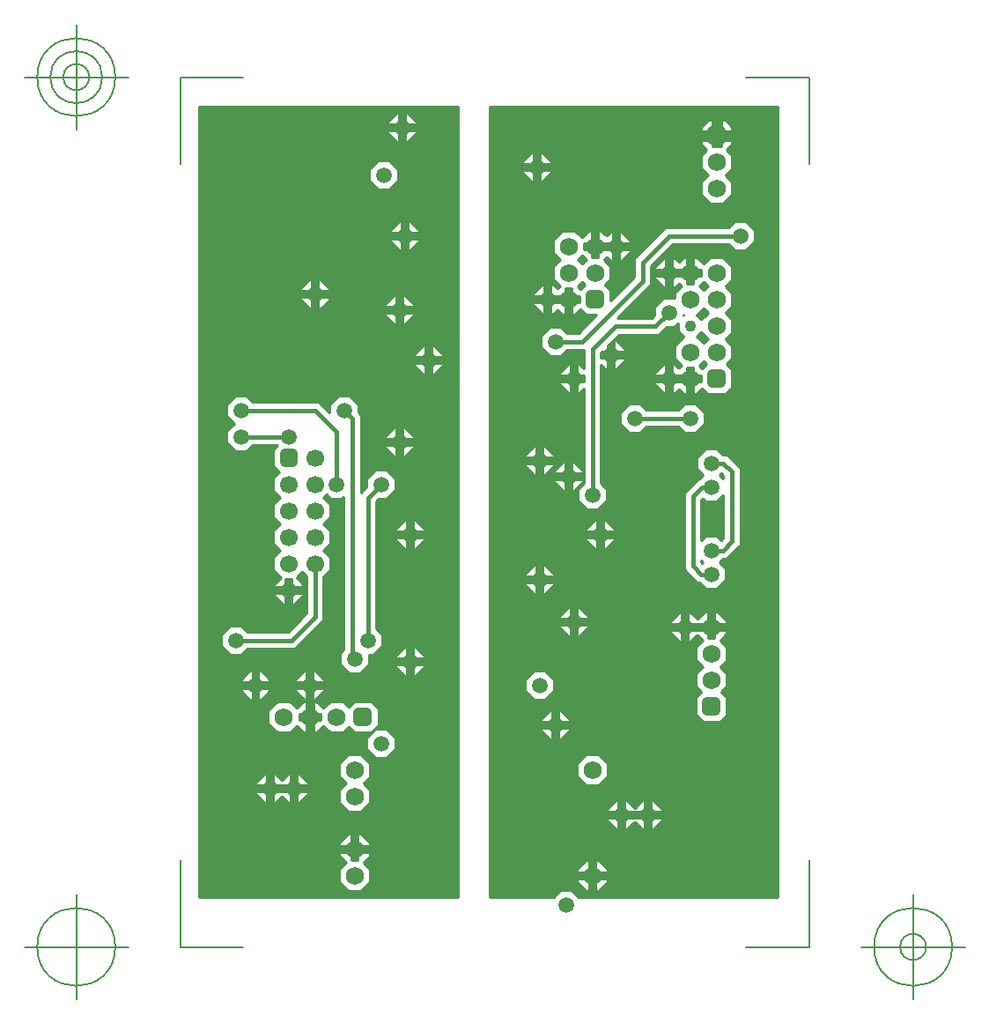
<source format=gbr>
G04 Generated by Ultiboard 11.0 *
%FSLAX25Y25*%
%MOIN*%

%ADD10C,0.01575*%
%ADD11C,0.01000*%
%ADD12C,0.02362*%
%ADD13C,0.00500*%
%ADD14C,0.05906*%
%ADD15C,0.06890*%
%ADD16R,0.02973X0.02973*%
%ADD17C,0.03917*%
%ADD18C,0.06693*%
%ADD19R,0.02776X0.02776*%
%ADD20C,0.04285*%


G04 ColorRGB 0000FF for the following layer *
%LNCopper Bottom*%
%LPD*%
%FSLAX25Y25*%
%MOIN*%
G54D10*
X243000Y220000D02*
X253000Y220000D01*
X253000Y220000D02*
X276000Y243000D01*
X124000Y184000D02*
X142000Y184000D01*
X124000Y194000D02*
X152000Y194000D01*
X122000Y107000D02*
X143000Y107000D01*
X166050Y100950D02*
X166050Y190950D01*
X172000Y107000D02*
X172000Y161000D01*
X152000Y116000D02*
X152000Y136000D01*
X143000Y107000D02*
X152000Y116000D01*
X166050Y100950D02*
X167000Y100000D01*
X152000Y194000D02*
X160000Y186000D01*
X166050Y190950D02*
X163000Y194000D01*
X172000Y161000D02*
X177000Y166000D01*
X160000Y186000D02*
X160000Y166000D01*
X276000Y243000D02*
X276000Y250000D01*
X276000Y250000D02*
X286000Y260000D01*
X273000Y191000D02*
X294000Y191000D01*
X257000Y162000D02*
X257000Y217100D01*
X295000Y161550D02*
X295000Y135100D01*
X309850Y170750D02*
X309850Y144350D01*
X298100Y132000D02*
X302000Y132000D01*
X295000Y135100D02*
X298100Y132000D01*
X306500Y141000D02*
X302000Y141000D01*
X309850Y144350D02*
X306500Y141000D01*
X298450Y165000D02*
X302000Y165000D01*
X298450Y165000D02*
X295000Y161550D01*
X302000Y174000D02*
X306600Y174000D01*
X306600Y174000D02*
X309850Y170750D01*
X280750Y225750D02*
X286000Y231000D01*
X257000Y217100D02*
X265650Y225750D01*
X265650Y225750D02*
X280750Y225750D01*
X286000Y260000D02*
X313000Y260000D01*
G54D11*
X238246Y287123D02*
X241421Y287123D01*
X241421Y287123D02*
X241421Y288246D01*
X241421Y288246D02*
X238246Y291421D01*
X238246Y291421D02*
X238246Y309000D01*
X238246Y309000D02*
X272500Y309000D01*
X272500Y309000D02*
X272500Y283754D01*
X272500Y283754D02*
X241421Y283754D01*
X241421Y283754D02*
X241421Y284877D01*
X241421Y284877D02*
X238246Y284877D01*
X238246Y284877D02*
X238246Y287123D01*
G36*
X238246Y287123D02*
X241421Y287123D01*
X241421Y288246D01*
X238246Y291421D01*
X238246Y309000D01*
X272500Y309000D01*
X272500Y283754D01*
X241421Y283754D01*
X241421Y284877D01*
X238246Y284877D01*
X238246Y287123D01*
G37*
X238246Y287123D02*
X241421Y287123D01*
X241421Y287123D02*
X241421Y288246D01*
X241421Y288246D02*
X238246Y291421D01*
X238246Y291421D02*
X238246Y309000D01*
X238246Y309000D02*
X272500Y309000D01*
X272500Y309000D02*
X272500Y283754D01*
X272500Y283754D02*
X241421Y283754D01*
X241421Y283754D02*
X241421Y284877D01*
X241421Y284877D02*
X238246Y284877D01*
X238246Y284877D02*
X238246Y287123D01*
X251550Y260812D02*
X250449Y261913D01*
X250449Y261913D02*
X245551Y261913D01*
X245551Y261913D02*
X244450Y260812D01*
X244450Y260812D02*
X218000Y260812D01*
X218000Y260812D02*
X218000Y283754D01*
X218000Y283754D02*
X230579Y283754D01*
X230579Y283754D02*
X233754Y280579D01*
X233754Y280579D02*
X234877Y280579D01*
X234877Y280579D02*
X234877Y283754D01*
X234877Y283754D02*
X237123Y283754D01*
X237123Y283754D02*
X237123Y280579D01*
X237123Y280579D02*
X238246Y280579D01*
X238246Y280579D02*
X241421Y283754D01*
X241421Y283754D02*
X272500Y283754D01*
X272500Y283754D02*
X272500Y260812D01*
X272500Y260812D02*
X268854Y260812D01*
X268854Y260812D02*
X268246Y261421D01*
X268246Y261421D02*
X267123Y261421D01*
X267123Y261421D02*
X267123Y260812D01*
X267123Y260812D02*
X264877Y260812D01*
X264877Y260812D02*
X264877Y261421D01*
X264877Y261421D02*
X263754Y261421D01*
X263754Y261421D02*
X263146Y260812D01*
X263146Y260812D02*
X261550Y260812D01*
X261550Y260812D02*
X260449Y261913D01*
X260449Y261913D02*
X259225Y261913D01*
X259225Y261913D02*
X259225Y260812D01*
X259225Y260812D02*
X256775Y260812D01*
X256775Y260812D02*
X256775Y261913D01*
X256775Y261913D02*
X255551Y261913D01*
X255551Y261913D02*
X254450Y260812D01*
X254450Y260812D02*
X251550Y260812D01*
G36*
X251550Y260812D02*
X250449Y261913D01*
X245551Y261913D01*
X244450Y260812D01*
X218000Y260812D01*
X218000Y283754D01*
X230579Y283754D01*
X233754Y280579D01*
X234877Y280579D01*
X234877Y283754D01*
X237123Y283754D01*
X237123Y280579D01*
X238246Y280579D01*
X241421Y283754D01*
X272500Y283754D01*
X272500Y260812D01*
X268854Y260812D01*
X268246Y261421D01*
X267123Y261421D01*
X267123Y260812D01*
X264877Y260812D01*
X264877Y261421D01*
X263754Y261421D01*
X263146Y260812D01*
X261550Y260812D01*
X260449Y261913D01*
X259225Y261913D01*
X259225Y260812D01*
X256775Y260812D01*
X256775Y261913D01*
X255551Y261913D01*
X254450Y260812D01*
X251550Y260812D01*
G37*
X251550Y260812D02*
X250449Y261913D01*
X250449Y261913D02*
X245551Y261913D01*
X245551Y261913D02*
X244450Y260812D01*
X244450Y260812D02*
X218000Y260812D01*
X218000Y260812D02*
X218000Y283754D01*
X218000Y283754D02*
X230579Y283754D01*
X230579Y283754D02*
X233754Y280579D01*
X233754Y280579D02*
X234877Y280579D01*
X234877Y280579D02*
X234877Y283754D01*
X234877Y283754D02*
X237123Y283754D01*
X237123Y283754D02*
X237123Y280579D01*
X237123Y280579D02*
X238246Y280579D01*
X238246Y280579D02*
X241421Y283754D01*
X241421Y283754D02*
X272500Y283754D01*
X272500Y283754D02*
X272500Y260812D01*
X272500Y260812D02*
X268854Y260812D01*
X268854Y260812D02*
X268246Y261421D01*
X268246Y261421D02*
X267123Y261421D01*
X267123Y261421D02*
X267123Y260812D01*
X267123Y260812D02*
X264877Y260812D01*
X264877Y260812D02*
X264877Y261421D01*
X264877Y261421D02*
X263754Y261421D01*
X263754Y261421D02*
X263146Y260812D01*
X263146Y260812D02*
X261550Y260812D01*
X261550Y260812D02*
X260449Y261913D01*
X260449Y261913D02*
X259225Y261913D01*
X259225Y261913D02*
X259225Y260812D01*
X259225Y260812D02*
X256775Y260812D01*
X256775Y260812D02*
X256775Y261913D01*
X256775Y261913D02*
X255551Y261913D01*
X255551Y261913D02*
X254450Y260812D01*
X254450Y260812D02*
X251550Y260812D01*
X253000Y259363D02*
X251550Y260812D01*
X251550Y260812D02*
X254450Y260812D01*
X254450Y260812D02*
X253000Y259363D01*
G36*
X253000Y259363D02*
X251550Y260812D01*
X254450Y260812D01*
X253000Y259363D01*
G37*
X253000Y259363D02*
X251550Y260812D01*
X251550Y260812D02*
X254450Y260812D01*
X254450Y260812D02*
X253000Y259363D01*
X248877Y210156D02*
X248877Y211421D01*
X248877Y211421D02*
X247754Y211421D01*
X247754Y211421D02*
X246489Y210156D01*
X246489Y210156D02*
X242246Y210156D01*
X242246Y210156D02*
X242246Y214579D01*
X242246Y214579D02*
X245246Y214579D01*
X245246Y214579D02*
X247411Y216744D01*
X247411Y216744D02*
X250449Y216744D01*
X250449Y216744D02*
X250449Y210156D01*
X250449Y210156D02*
X248877Y210156D01*
G36*
X248877Y210156D02*
X248877Y211421D01*
X247754Y211421D01*
X246489Y210156D01*
X242246Y210156D01*
X242246Y214579D01*
X245246Y214579D01*
X247411Y216744D01*
X250449Y216744D01*
X250449Y210156D01*
X248877Y210156D01*
G37*
X248877Y210156D02*
X248877Y211421D01*
X248877Y211421D02*
X247754Y211421D01*
X247754Y211421D02*
X246489Y210156D01*
X246489Y210156D02*
X242246Y210156D01*
X242246Y210156D02*
X242246Y214579D01*
X242246Y214579D02*
X245246Y214579D01*
X245246Y214579D02*
X247411Y216744D01*
X247411Y216744D02*
X250449Y216744D01*
X250449Y216744D02*
X250449Y210156D01*
X250449Y210156D02*
X248877Y210156D01*
X253511Y210156D02*
X252246Y211421D01*
X252246Y211421D02*
X251123Y211421D01*
X251123Y211421D02*
X251123Y210156D01*
X251123Y210156D02*
X250449Y210156D01*
X250449Y210156D02*
X250449Y216744D01*
X250449Y216744D02*
X253744Y216744D01*
X253744Y216744D02*
X253744Y210156D01*
X253744Y210156D02*
X253511Y210156D01*
G36*
X253511Y210156D02*
X252246Y211421D01*
X251123Y211421D01*
X251123Y210156D01*
X250449Y210156D01*
X250449Y216744D01*
X253744Y216744D01*
X253744Y210156D01*
X253511Y210156D01*
G37*
X253511Y210156D02*
X252246Y211421D01*
X252246Y211421D02*
X251123Y211421D01*
X251123Y211421D02*
X251123Y210156D01*
X251123Y210156D02*
X250449Y210156D01*
X250449Y210156D02*
X250449Y216744D01*
X250449Y216744D02*
X253744Y216744D01*
X253744Y216744D02*
X253744Y210156D01*
X253744Y210156D02*
X253511Y210156D01*
X249225Y237349D02*
X249225Y237225D01*
X249225Y237225D02*
X250449Y237225D01*
X250449Y237225D02*
X250449Y234775D01*
X250449Y234775D02*
X249225Y234775D01*
X249225Y234775D02*
X249225Y230087D01*
X249225Y230087D02*
X250449Y230087D01*
X250449Y230087D02*
X250449Y223256D01*
X250449Y223256D02*
X247411Y223256D01*
X247411Y223256D02*
X245246Y225421D01*
X245246Y225421D02*
X242246Y225421D01*
X242246Y225421D02*
X242246Y230579D01*
X242246Y230579D02*
X243652Y231985D01*
X243652Y231985D02*
X245551Y230087D01*
X245551Y230087D02*
X246775Y230087D01*
X246775Y230087D02*
X246775Y234775D01*
X246775Y234775D02*
X245421Y234775D01*
X245421Y234775D02*
X245421Y234877D01*
X245421Y234877D02*
X242246Y234877D01*
X242246Y234877D02*
X242246Y237123D01*
X242246Y237123D02*
X245421Y237123D01*
X245421Y237123D02*
X245421Y237225D01*
X245421Y237225D02*
X246775Y237225D01*
X246775Y237225D02*
X246775Y237349D01*
X246775Y237349D02*
X249225Y237349D01*
G36*
X249225Y237349D02*
X249225Y237225D01*
X250449Y237225D01*
X250449Y234775D01*
X249225Y234775D01*
X249225Y230087D01*
X250449Y230087D01*
X250449Y223256D01*
X247411Y223256D01*
X245246Y225421D01*
X242246Y225421D01*
X242246Y230579D01*
X243652Y231985D01*
X245551Y230087D01*
X246775Y230087D01*
X246775Y234775D01*
X245421Y234775D01*
X245421Y234877D01*
X242246Y234877D01*
X242246Y237123D01*
X245421Y237123D01*
X245421Y237225D01*
X246775Y237225D01*
X246775Y237349D01*
X249225Y237349D01*
G37*
X249225Y237349D02*
X249225Y237225D01*
X249225Y237225D02*
X250449Y237225D01*
X250449Y237225D02*
X250449Y234775D01*
X250449Y234775D02*
X249225Y234775D01*
X249225Y234775D02*
X249225Y230087D01*
X249225Y230087D02*
X250449Y230087D01*
X250449Y230087D02*
X250449Y223256D01*
X250449Y223256D02*
X247411Y223256D01*
X247411Y223256D02*
X245246Y225421D01*
X245246Y225421D02*
X242246Y225421D01*
X242246Y225421D02*
X242246Y230579D01*
X242246Y230579D02*
X243652Y231985D01*
X243652Y231985D02*
X245551Y230087D01*
X245551Y230087D02*
X246775Y230087D01*
X246775Y230087D02*
X246775Y234775D01*
X246775Y234775D02*
X245421Y234775D01*
X245421Y234775D02*
X245421Y234877D01*
X245421Y234877D02*
X242246Y234877D01*
X242246Y234877D02*
X242246Y237123D01*
X242246Y237123D02*
X245421Y237123D01*
X245421Y237123D02*
X245421Y237225D01*
X245421Y237225D02*
X246775Y237225D01*
X246775Y237225D02*
X246775Y237349D01*
X246775Y237349D02*
X249225Y237349D01*
X250449Y237225D02*
X252087Y237225D01*
X252087Y237225D02*
X252087Y234775D01*
X252087Y234775D02*
X250449Y234775D01*
X250449Y234775D02*
X250449Y237225D01*
G36*
X250449Y237225D02*
X252087Y237225D01*
X252087Y234775D01*
X250449Y234775D01*
X250449Y237225D01*
G37*
X250449Y237225D02*
X252087Y237225D01*
X252087Y237225D02*
X252087Y234775D01*
X252087Y234775D02*
X250449Y234775D01*
X250449Y234775D02*
X250449Y237225D01*
X250449Y230087D02*
X252565Y232202D01*
X252565Y232202D02*
X254680Y230087D01*
X254680Y230087D02*
X258482Y230087D01*
X258482Y230087D02*
X251651Y223256D01*
X251651Y223256D02*
X250449Y223256D01*
X250449Y223256D02*
X250449Y230087D01*
G36*
X250449Y230087D02*
X252565Y232202D01*
X254680Y230087D01*
X258482Y230087D01*
X251651Y223256D01*
X250449Y223256D01*
X250449Y230087D01*
G37*
X250449Y230087D02*
X252565Y232202D01*
X252565Y232202D02*
X254680Y230087D01*
X254680Y230087D02*
X258482Y230087D01*
X258482Y230087D02*
X251651Y223256D01*
X251651Y223256D02*
X250449Y223256D01*
X250449Y223256D02*
X250449Y230087D01*
X252565Y239798D02*
X251363Y241000D01*
X251363Y241000D02*
X253000Y242637D01*
X253000Y242637D02*
X254202Y241435D01*
X254202Y241435D02*
X252565Y239798D01*
G36*
X252565Y239798D02*
X251363Y241000D01*
X253000Y242637D01*
X254202Y241435D01*
X252565Y239798D01*
G37*
X252565Y239798D02*
X251363Y241000D01*
X251363Y241000D02*
X253000Y242637D01*
X253000Y242637D02*
X254202Y241435D01*
X254202Y241435D02*
X252565Y239798D01*
X253913Y254775D02*
X253913Y257225D01*
X253913Y257225D02*
X255551Y257225D01*
X255551Y257225D02*
X255551Y254775D01*
X255551Y254775D02*
X253913Y254775D01*
G36*
X253913Y254775D02*
X253913Y257225D01*
X255551Y257225D01*
X255551Y254775D01*
X253913Y254775D01*
G37*
X253913Y254775D02*
X253913Y257225D01*
X253913Y257225D02*
X255551Y257225D01*
X255551Y257225D02*
X255551Y254775D01*
X255551Y254775D02*
X253913Y254775D01*
X251363Y251000D02*
X253000Y252637D01*
X253000Y252637D02*
X254637Y251000D01*
X254637Y251000D02*
X253000Y249363D01*
X253000Y249363D02*
X251363Y251000D01*
G36*
X251363Y251000D02*
X253000Y252637D01*
X254637Y251000D01*
X253000Y249363D01*
X251363Y251000D01*
G37*
X251363Y251000D02*
X253000Y252637D01*
X253000Y252637D02*
X254637Y251000D01*
X254637Y251000D02*
X253000Y249363D01*
X253000Y249363D02*
X251363Y251000D01*
X246489Y210156D02*
X244579Y208246D01*
X244579Y208246D02*
X244579Y207123D01*
X244579Y207123D02*
X248877Y207123D01*
X248877Y207123D02*
X248877Y210156D01*
X248877Y210156D02*
X250246Y210156D01*
X250246Y210156D02*
X250246Y203754D01*
X250246Y203754D02*
X248877Y203754D01*
X248877Y203754D02*
X248877Y204877D01*
X248877Y204877D02*
X244579Y204877D01*
X244579Y204877D02*
X244579Y203754D01*
X244579Y203754D02*
X239246Y203754D01*
X239246Y203754D02*
X239246Y210156D01*
X239246Y210156D02*
X246489Y210156D01*
G36*
X246489Y210156D02*
X244579Y208246D01*
X244579Y207123D01*
X248877Y207123D01*
X248877Y210156D01*
X250246Y210156D01*
X250246Y203754D01*
X248877Y203754D01*
X248877Y204877D01*
X244579Y204877D01*
X244579Y203754D01*
X239246Y203754D01*
X239246Y210156D01*
X246489Y210156D01*
G37*
X246489Y210156D02*
X244579Y208246D01*
X244579Y208246D02*
X244579Y207123D01*
X244579Y207123D02*
X248877Y207123D01*
X248877Y207123D02*
X248877Y210156D01*
X248877Y210156D02*
X250246Y210156D01*
X250246Y210156D02*
X250246Y203754D01*
X250246Y203754D02*
X248877Y203754D01*
X248877Y203754D02*
X248877Y204877D01*
X248877Y204877D02*
X244579Y204877D01*
X244579Y204877D02*
X244579Y203754D01*
X244579Y203754D02*
X239246Y203754D01*
X239246Y203754D02*
X239246Y210156D01*
X239246Y210156D02*
X246489Y210156D01*
X244579Y203754D02*
X247754Y200579D01*
X247754Y200579D02*
X248877Y200579D01*
X248877Y200579D02*
X248877Y203754D01*
X248877Y203754D02*
X250246Y203754D01*
X250246Y203754D02*
X250246Y174421D01*
X250246Y174421D02*
X249123Y174421D01*
X249123Y174421D02*
X249123Y171246D01*
X249123Y171246D02*
X246877Y171246D01*
X246877Y171246D02*
X246877Y174421D01*
X246877Y174421D02*
X245754Y174421D01*
X245754Y174421D02*
X242579Y171246D01*
X242579Y171246D02*
X240912Y171246D01*
X240912Y171246D02*
X242421Y172754D01*
X242421Y172754D02*
X242421Y173877D01*
X242421Y173877D02*
X239246Y173877D01*
X239246Y173877D02*
X239246Y176123D01*
X239246Y176123D02*
X242421Y176123D01*
X242421Y176123D02*
X242421Y177246D01*
X242421Y177246D02*
X239246Y180421D01*
X239246Y180421D02*
X239246Y203754D01*
X239246Y203754D02*
X244579Y203754D01*
G36*
X244579Y203754D02*
X247754Y200579D01*
X248877Y200579D01*
X248877Y203754D01*
X250246Y203754D01*
X250246Y174421D01*
X249123Y174421D01*
X249123Y171246D01*
X246877Y171246D01*
X246877Y174421D01*
X245754Y174421D01*
X242579Y171246D01*
X240912Y171246D01*
X242421Y172754D01*
X242421Y173877D01*
X239246Y173877D01*
X239246Y176123D01*
X242421Y176123D01*
X242421Y177246D01*
X239246Y180421D01*
X239246Y203754D01*
X244579Y203754D01*
G37*
X244579Y203754D02*
X247754Y200579D01*
X247754Y200579D02*
X248877Y200579D01*
X248877Y200579D02*
X248877Y203754D01*
X248877Y203754D02*
X250246Y203754D01*
X250246Y203754D02*
X250246Y174421D01*
X250246Y174421D02*
X249123Y174421D01*
X249123Y174421D02*
X249123Y171246D01*
X249123Y171246D02*
X246877Y171246D01*
X246877Y171246D02*
X246877Y174421D01*
X246877Y174421D02*
X245754Y174421D01*
X245754Y174421D02*
X242579Y171246D01*
X242579Y171246D02*
X240912Y171246D01*
X240912Y171246D02*
X242421Y172754D01*
X242421Y172754D02*
X242421Y173877D01*
X242421Y173877D02*
X239246Y173877D01*
X239246Y173877D02*
X239246Y176123D01*
X239246Y176123D02*
X242421Y176123D01*
X242421Y176123D02*
X242421Y177246D01*
X242421Y177246D02*
X239246Y180421D01*
X239246Y180421D02*
X239246Y203754D01*
X239246Y203754D02*
X244579Y203754D01*
X249123Y171246D02*
X249123Y170123D01*
X249123Y170123D02*
X250246Y170123D01*
X250246Y170123D02*
X250246Y167877D01*
X250246Y167877D02*
X249123Y167877D01*
X249123Y167877D02*
X249123Y166754D01*
X249123Y166754D02*
X246877Y166754D01*
X246877Y166754D02*
X246877Y167877D01*
X246877Y167877D02*
X242579Y167877D01*
X242579Y167877D02*
X242579Y166754D01*
X242579Y166754D02*
X239246Y166754D01*
X239246Y166754D02*
X239246Y169579D01*
X239246Y169579D02*
X240912Y171246D01*
X240912Y171246D02*
X242579Y171246D01*
X242579Y171246D02*
X242579Y170123D01*
X242579Y170123D02*
X246877Y170123D01*
X246877Y170123D02*
X246877Y171246D01*
X246877Y171246D02*
X249123Y171246D01*
G36*
X249123Y171246D02*
X249123Y170123D01*
X250246Y170123D01*
X250246Y167877D01*
X249123Y167877D01*
X249123Y166754D01*
X246877Y166754D01*
X246877Y167877D01*
X242579Y167877D01*
X242579Y166754D01*
X239246Y166754D01*
X239246Y169579D01*
X240912Y171246D01*
X242579Y171246D01*
X242579Y170123D01*
X246877Y170123D01*
X246877Y171246D01*
X249123Y171246D01*
G37*
X249123Y171246D02*
X249123Y170123D01*
X249123Y170123D02*
X250246Y170123D01*
X250246Y170123D02*
X250246Y167877D01*
X250246Y167877D02*
X249123Y167877D01*
X249123Y167877D02*
X249123Y166754D01*
X249123Y166754D02*
X246877Y166754D01*
X246877Y166754D02*
X246877Y167877D01*
X246877Y167877D02*
X242579Y167877D01*
X242579Y167877D02*
X242579Y166754D01*
X242579Y166754D02*
X239246Y166754D01*
X239246Y166754D02*
X239246Y169579D01*
X239246Y169579D02*
X240912Y171246D01*
X240912Y171246D02*
X242579Y171246D01*
X242579Y171246D02*
X242579Y170123D01*
X242579Y170123D02*
X246877Y170123D01*
X246877Y170123D02*
X246877Y171246D01*
X246877Y171246D02*
X249123Y171246D01*
X242579Y166754D02*
X245754Y163579D01*
X245754Y163579D02*
X246877Y163579D01*
X246877Y163579D02*
X246877Y166754D01*
X246877Y166754D02*
X249123Y166754D01*
X249123Y166754D02*
X249123Y163579D01*
X249123Y163579D02*
X250246Y163579D01*
X250246Y163579D02*
X250246Y159500D01*
X250246Y159500D02*
X239246Y159500D01*
X239246Y159500D02*
X239246Y166754D01*
X239246Y166754D02*
X242579Y166754D01*
G36*
X242579Y166754D02*
X245754Y163579D01*
X246877Y163579D01*
X246877Y166754D01*
X249123Y166754D01*
X249123Y163579D01*
X250246Y163579D01*
X250246Y159500D01*
X239246Y159500D01*
X239246Y166754D01*
X242579Y166754D01*
G37*
X242579Y166754D02*
X245754Y163579D01*
X245754Y163579D02*
X246877Y163579D01*
X246877Y163579D02*
X246877Y166754D01*
X246877Y166754D02*
X249123Y166754D01*
X249123Y166754D02*
X249123Y163579D01*
X249123Y163579D02*
X250246Y163579D01*
X250246Y163579D02*
X250246Y159500D01*
X250246Y159500D02*
X239246Y159500D01*
X239246Y159500D02*
X239246Y166754D01*
X239246Y166754D02*
X242579Y166754D01*
X251123Y210156D02*
X251123Y207123D01*
X251123Y207123D02*
X253744Y207123D01*
X253744Y207123D02*
X253744Y204877D01*
X253744Y204877D02*
X251123Y204877D01*
X251123Y204877D02*
X251123Y203754D01*
X251123Y203754D02*
X250246Y203754D01*
X250246Y203754D02*
X250246Y210156D01*
X250246Y210156D02*
X251123Y210156D01*
G36*
X251123Y210156D02*
X251123Y207123D01*
X253744Y207123D01*
X253744Y204877D01*
X251123Y204877D01*
X251123Y203754D01*
X250246Y203754D01*
X250246Y210156D01*
X251123Y210156D01*
G37*
X251123Y210156D02*
X251123Y207123D01*
X251123Y207123D02*
X253744Y207123D01*
X253744Y207123D02*
X253744Y204877D01*
X253744Y204877D02*
X251123Y204877D01*
X251123Y204877D02*
X251123Y203754D01*
X251123Y203754D02*
X250246Y203754D01*
X250246Y203754D02*
X250246Y210156D01*
X250246Y210156D02*
X251123Y210156D01*
X251123Y203754D02*
X251123Y200579D01*
X251123Y200579D02*
X252246Y200579D01*
X252246Y200579D02*
X253744Y202077D01*
X253744Y202077D02*
X253744Y166411D01*
X253744Y166411D02*
X251579Y164246D01*
X251579Y164246D02*
X251579Y159754D01*
X251579Y159754D02*
X251833Y159500D01*
X251833Y159500D02*
X250246Y159500D01*
X250246Y159500D02*
X250246Y163579D01*
X250246Y163579D02*
X253421Y166754D01*
X253421Y166754D02*
X253421Y167877D01*
X253421Y167877D02*
X250246Y167877D01*
X250246Y167877D02*
X250246Y170123D01*
X250246Y170123D02*
X253421Y170123D01*
X253421Y170123D02*
X253421Y171246D01*
X253421Y171246D02*
X250246Y174421D01*
X250246Y174421D02*
X250246Y203754D01*
X250246Y203754D02*
X251123Y203754D01*
G36*
X251123Y203754D02*
X251123Y200579D01*
X252246Y200579D01*
X253744Y202077D01*
X253744Y166411D01*
X251579Y164246D01*
X251579Y159754D01*
X251833Y159500D01*
X250246Y159500D01*
X250246Y163579D01*
X253421Y166754D01*
X253421Y167877D01*
X250246Y167877D01*
X250246Y170123D01*
X253421Y170123D01*
X253421Y171246D01*
X250246Y174421D01*
X250246Y203754D01*
X251123Y203754D01*
G37*
X251123Y203754D02*
X251123Y200579D01*
X251123Y200579D02*
X252246Y200579D01*
X252246Y200579D02*
X253744Y202077D01*
X253744Y202077D02*
X253744Y166411D01*
X253744Y166411D02*
X251579Y164246D01*
X251579Y164246D02*
X251579Y159754D01*
X251579Y159754D02*
X251833Y159500D01*
X251833Y159500D02*
X250246Y159500D01*
X250246Y159500D02*
X250246Y163579D01*
X250246Y163579D02*
X253421Y166754D01*
X253421Y166754D02*
X253421Y167877D01*
X253421Y167877D02*
X250246Y167877D01*
X250246Y167877D02*
X250246Y170123D01*
X250246Y170123D02*
X253421Y170123D01*
X253421Y170123D02*
X253421Y171246D01*
X253421Y171246D02*
X250246Y174421D01*
X250246Y174421D02*
X250246Y203754D01*
X250246Y203754D02*
X251123Y203754D01*
X253744Y209923D02*
X253511Y210156D01*
X253511Y210156D02*
X253744Y210156D01*
X253744Y210156D02*
X253744Y209923D01*
G36*
X253744Y209923D02*
X253511Y210156D01*
X253744Y210156D01*
X253744Y209923D01*
G37*
X253744Y209923D02*
X253511Y210156D01*
X253511Y210156D02*
X253744Y210156D01*
X253744Y210156D02*
X253744Y209923D01*
X251833Y159500D02*
X254754Y156579D01*
X254754Y156579D02*
X257754Y156579D01*
X257754Y156579D02*
X257754Y152421D01*
X257754Y152421D02*
X254579Y149246D01*
X254579Y149246D02*
X254579Y148123D01*
X254579Y148123D02*
X257754Y148123D01*
X257754Y148123D02*
X257754Y145877D01*
X257754Y145877D02*
X254579Y145877D01*
X254579Y145877D02*
X254579Y144754D01*
X254579Y144754D02*
X218000Y144754D01*
X218000Y144754D02*
X218000Y159500D01*
X218000Y159500D02*
X251833Y159500D01*
G36*
X251833Y159500D02*
X254754Y156579D01*
X257754Y156579D01*
X257754Y152421D01*
X254579Y149246D01*
X254579Y148123D01*
X257754Y148123D01*
X257754Y145877D01*
X254579Y145877D01*
X254579Y144754D01*
X218000Y144754D01*
X218000Y159500D01*
X251833Y159500D01*
G37*
X251833Y159500D02*
X254754Y156579D01*
X254754Y156579D02*
X257754Y156579D01*
X257754Y156579D02*
X257754Y152421D01*
X257754Y152421D02*
X254579Y149246D01*
X254579Y149246D02*
X254579Y148123D01*
X254579Y148123D02*
X257754Y148123D01*
X257754Y148123D02*
X257754Y145877D01*
X257754Y145877D02*
X254579Y145877D01*
X254579Y145877D02*
X254579Y144754D01*
X254579Y144754D02*
X218000Y144754D01*
X218000Y144754D02*
X218000Y159500D01*
X218000Y159500D02*
X251833Y159500D01*
X255421Y116246D02*
X252246Y119421D01*
X252246Y119421D02*
X251123Y119421D01*
X251123Y119421D02*
X251123Y116246D01*
X251123Y116246D02*
X248877Y116246D01*
X248877Y116246D02*
X248877Y119421D01*
X248877Y119421D02*
X247754Y119421D01*
X247754Y119421D02*
X244579Y116246D01*
X244579Y116246D02*
X239246Y116246D01*
X239246Y116246D02*
X239246Y124579D01*
X239246Y124579D02*
X242421Y127754D01*
X242421Y127754D02*
X242421Y128877D01*
X242421Y128877D02*
X239246Y128877D01*
X239246Y128877D02*
X239246Y131123D01*
X239246Y131123D02*
X242421Y131123D01*
X242421Y131123D02*
X242421Y132246D01*
X242421Y132246D02*
X239246Y135421D01*
X239246Y135421D02*
X239246Y144754D01*
X239246Y144754D02*
X254579Y144754D01*
X254579Y144754D02*
X257754Y141579D01*
X257754Y141579D02*
X258877Y141579D01*
X258877Y141579D02*
X258877Y144754D01*
X258877Y144754D02*
X261123Y144754D01*
X261123Y144754D02*
X261123Y141579D01*
X261123Y141579D02*
X262246Y141579D01*
X262246Y141579D02*
X265421Y144754D01*
X265421Y144754D02*
X272500Y144754D01*
X272500Y144754D02*
X272500Y116246D01*
X272500Y116246D02*
X255421Y116246D01*
G36*
X255421Y116246D02*
X252246Y119421D01*
X251123Y119421D01*
X251123Y116246D01*
X248877Y116246D01*
X248877Y119421D01*
X247754Y119421D01*
X244579Y116246D01*
X239246Y116246D01*
X239246Y124579D01*
X242421Y127754D01*
X242421Y128877D01*
X239246Y128877D01*
X239246Y131123D01*
X242421Y131123D01*
X242421Y132246D01*
X239246Y135421D01*
X239246Y144754D01*
X254579Y144754D01*
X257754Y141579D01*
X258877Y141579D01*
X258877Y144754D01*
X261123Y144754D01*
X261123Y141579D01*
X262246Y141579D01*
X265421Y144754D01*
X272500Y144754D01*
X272500Y116246D01*
X255421Y116246D01*
G37*
X255421Y116246D02*
X252246Y119421D01*
X252246Y119421D02*
X251123Y119421D01*
X251123Y119421D02*
X251123Y116246D01*
X251123Y116246D02*
X248877Y116246D01*
X248877Y116246D02*
X248877Y119421D01*
X248877Y119421D02*
X247754Y119421D01*
X247754Y119421D02*
X244579Y116246D01*
X244579Y116246D02*
X239246Y116246D01*
X239246Y116246D02*
X239246Y124579D01*
X239246Y124579D02*
X242421Y127754D01*
X242421Y127754D02*
X242421Y128877D01*
X242421Y128877D02*
X239246Y128877D01*
X239246Y128877D02*
X239246Y131123D01*
X239246Y131123D02*
X242421Y131123D01*
X242421Y131123D02*
X242421Y132246D01*
X242421Y132246D02*
X239246Y135421D01*
X239246Y135421D02*
X239246Y144754D01*
X239246Y144754D02*
X254579Y144754D01*
X254579Y144754D02*
X257754Y141579D01*
X257754Y141579D02*
X258877Y141579D01*
X258877Y141579D02*
X258877Y144754D01*
X258877Y144754D02*
X261123Y144754D01*
X261123Y144754D02*
X261123Y141579D01*
X261123Y141579D02*
X262246Y141579D01*
X262246Y141579D02*
X265421Y144754D01*
X265421Y144754D02*
X272500Y144754D01*
X272500Y144754D02*
X272500Y116246D01*
X272500Y116246D02*
X255421Y116246D01*
X251123Y116246D02*
X251123Y115123D01*
X251123Y115123D02*
X255421Y115123D01*
X255421Y115123D02*
X255421Y116246D01*
X255421Y116246D02*
X272500Y116246D01*
X272500Y116246D02*
X272500Y108844D01*
X272500Y108844D02*
X252511Y108844D01*
X252511Y108844D02*
X255421Y111754D01*
X255421Y111754D02*
X255421Y112877D01*
X255421Y112877D02*
X251123Y112877D01*
X251123Y112877D02*
X251123Y108844D01*
X251123Y108844D02*
X248877Y108844D01*
X248877Y108844D02*
X248877Y112877D01*
X248877Y112877D02*
X244579Y112877D01*
X244579Y112877D02*
X244579Y111754D01*
X244579Y111754D02*
X247489Y108844D01*
X247489Y108844D02*
X239246Y108844D01*
X239246Y108844D02*
X239246Y116246D01*
X239246Y116246D02*
X244579Y116246D01*
X244579Y116246D02*
X244579Y115123D01*
X244579Y115123D02*
X248877Y115123D01*
X248877Y115123D02*
X248877Y116246D01*
X248877Y116246D02*
X251123Y116246D01*
G36*
X251123Y116246D02*
X251123Y115123D01*
X255421Y115123D01*
X255421Y116246D01*
X272500Y116246D01*
X272500Y108844D01*
X252511Y108844D01*
X255421Y111754D01*
X255421Y112877D01*
X251123Y112877D01*
X251123Y108844D01*
X248877Y108844D01*
X248877Y112877D01*
X244579Y112877D01*
X244579Y111754D01*
X247489Y108844D01*
X239246Y108844D01*
X239246Y116246D01*
X244579Y116246D01*
X244579Y115123D01*
X248877Y115123D01*
X248877Y116246D01*
X251123Y116246D01*
G37*
X251123Y116246D02*
X251123Y115123D01*
X251123Y115123D02*
X255421Y115123D01*
X255421Y115123D02*
X255421Y116246D01*
X255421Y116246D02*
X272500Y116246D01*
X272500Y116246D02*
X272500Y108844D01*
X272500Y108844D02*
X252511Y108844D01*
X252511Y108844D02*
X255421Y111754D01*
X255421Y111754D02*
X255421Y112877D01*
X255421Y112877D02*
X251123Y112877D01*
X251123Y112877D02*
X251123Y108844D01*
X251123Y108844D02*
X248877Y108844D01*
X248877Y108844D02*
X248877Y112877D01*
X248877Y112877D02*
X244579Y112877D01*
X244579Y112877D02*
X244579Y111754D01*
X244579Y111754D02*
X247489Y108844D01*
X247489Y108844D02*
X239246Y108844D01*
X239246Y108844D02*
X239246Y116246D01*
X239246Y116246D02*
X244579Y116246D01*
X244579Y116246D02*
X244579Y115123D01*
X244579Y115123D02*
X248877Y115123D01*
X248877Y115123D02*
X248877Y116246D01*
X248877Y116246D02*
X251123Y116246D01*
X262913Y58188D02*
X262913Y60449D01*
X262913Y60449D02*
X259449Y63913D01*
X259449Y63913D02*
X254551Y63913D01*
X254551Y63913D02*
X251087Y60449D01*
X251087Y60449D02*
X251087Y58188D01*
X251087Y58188D02*
X245246Y58188D01*
X245246Y58188D02*
X245246Y69579D01*
X245246Y69579D02*
X248421Y72754D01*
X248421Y72754D02*
X248421Y73877D01*
X248421Y73877D02*
X245246Y73877D01*
X245246Y73877D02*
X245246Y76123D01*
X245246Y76123D02*
X248421Y76123D01*
X248421Y76123D02*
X248421Y77246D01*
X248421Y77246D02*
X245246Y80421D01*
X245246Y80421D02*
X245246Y108844D01*
X245246Y108844D02*
X247489Y108844D01*
X247489Y108844D02*
X247754Y108579D01*
X247754Y108579D02*
X248877Y108579D01*
X248877Y108579D02*
X248877Y108844D01*
X248877Y108844D02*
X251123Y108844D01*
X251123Y108844D02*
X251123Y108579D01*
X251123Y108579D02*
X252246Y108579D01*
X252246Y108579D02*
X252511Y108844D01*
X252511Y108844D02*
X272500Y108844D01*
X272500Y108844D02*
X272500Y58188D01*
X272500Y58188D02*
X262913Y58188D01*
G36*
X262913Y58188D02*
X262913Y60449D01*
X259449Y63913D01*
X254551Y63913D01*
X251087Y60449D01*
X251087Y58188D01*
X245246Y58188D01*
X245246Y69579D01*
X248421Y72754D01*
X248421Y73877D01*
X245246Y73877D01*
X245246Y76123D01*
X248421Y76123D01*
X248421Y77246D01*
X245246Y80421D01*
X245246Y108844D01*
X247489Y108844D01*
X247754Y108579D01*
X248877Y108579D01*
X248877Y108844D01*
X251123Y108844D01*
X251123Y108579D01*
X252246Y108579D01*
X252511Y108844D01*
X272500Y108844D01*
X272500Y58188D01*
X262913Y58188D01*
G37*
X262913Y58188D02*
X262913Y60449D01*
X262913Y60449D02*
X259449Y63913D01*
X259449Y63913D02*
X254551Y63913D01*
X254551Y63913D02*
X251087Y60449D01*
X251087Y60449D02*
X251087Y58188D01*
X251087Y58188D02*
X245246Y58188D01*
X245246Y58188D02*
X245246Y69579D01*
X245246Y69579D02*
X248421Y72754D01*
X248421Y72754D02*
X248421Y73877D01*
X248421Y73877D02*
X245246Y73877D01*
X245246Y73877D02*
X245246Y76123D01*
X245246Y76123D02*
X248421Y76123D01*
X248421Y76123D02*
X248421Y77246D01*
X248421Y77246D02*
X245246Y80421D01*
X245246Y80421D02*
X245246Y108844D01*
X245246Y108844D02*
X247489Y108844D01*
X247489Y108844D02*
X247754Y108579D01*
X247754Y108579D02*
X248877Y108579D01*
X248877Y108579D02*
X248877Y108844D01*
X248877Y108844D02*
X251123Y108844D01*
X251123Y108844D02*
X251123Y108579D01*
X251123Y108579D02*
X252246Y108579D01*
X252246Y108579D02*
X252511Y108844D01*
X252511Y108844D02*
X272500Y108844D01*
X272500Y108844D02*
X272500Y58188D01*
X272500Y58188D02*
X262913Y58188D01*
X251087Y58188D02*
X251087Y55551D01*
X251087Y55551D02*
X254551Y52087D01*
X254551Y52087D02*
X259449Y52087D01*
X259449Y52087D02*
X262913Y55551D01*
X262913Y55551D02*
X262913Y58188D01*
X262913Y58188D02*
X265754Y58188D01*
X265754Y58188D02*
X265754Y46421D01*
X265754Y46421D02*
X262579Y43246D01*
X262579Y43246D02*
X262579Y42123D01*
X262579Y42123D02*
X265754Y42123D01*
X265754Y42123D02*
X265754Y39877D01*
X265754Y39877D02*
X262579Y39877D01*
X262579Y39877D02*
X262579Y38754D01*
X262579Y38754D02*
X218000Y38754D01*
X218000Y38754D02*
X218000Y58188D01*
X218000Y58188D02*
X251087Y58188D01*
G36*
X251087Y58188D02*
X251087Y55551D01*
X254551Y52087D01*
X259449Y52087D01*
X262913Y55551D01*
X262913Y58188D01*
X265754Y58188D01*
X265754Y46421D01*
X262579Y43246D01*
X262579Y42123D01*
X265754Y42123D01*
X265754Y39877D01*
X262579Y39877D01*
X262579Y38754D01*
X218000Y38754D01*
X218000Y58188D01*
X251087Y58188D01*
G37*
X251087Y58188D02*
X251087Y55551D01*
X251087Y55551D02*
X254551Y52087D01*
X254551Y52087D02*
X259449Y52087D01*
X259449Y52087D02*
X262913Y55551D01*
X262913Y55551D02*
X262913Y58188D01*
X262913Y58188D02*
X265754Y58188D01*
X265754Y58188D02*
X265754Y46421D01*
X265754Y46421D02*
X262579Y43246D01*
X262579Y43246D02*
X262579Y42123D01*
X262579Y42123D02*
X265754Y42123D01*
X265754Y42123D02*
X265754Y39877D01*
X265754Y39877D02*
X262579Y39877D01*
X262579Y39877D02*
X262579Y38754D01*
X262579Y38754D02*
X218000Y38754D01*
X218000Y38754D02*
X218000Y58188D01*
X218000Y58188D02*
X251087Y58188D01*
X254551Y23913D02*
X251087Y20449D01*
X251087Y20449D02*
X251087Y19225D01*
X251087Y19225D02*
X254551Y19225D01*
X254551Y19225D02*
X254551Y16775D01*
X254551Y16775D02*
X251087Y16775D01*
X251087Y16775D02*
X251087Y15551D01*
X251087Y15551D02*
X254551Y12087D01*
X254551Y12087D02*
X254551Y10000D01*
X254551Y10000D02*
X251667Y10000D01*
X251667Y10000D02*
X249246Y12421D01*
X249246Y12421D02*
X244754Y12421D01*
X244754Y12421D02*
X242333Y10000D01*
X242333Y10000D02*
X218000Y10000D01*
X218000Y10000D02*
X218000Y38754D01*
X218000Y38754D02*
X254551Y38754D01*
X254551Y38754D02*
X254551Y23913D01*
G36*
X254551Y23913D02*
X251087Y20449D01*
X251087Y19225D01*
X254551Y19225D01*
X254551Y16775D01*
X251087Y16775D01*
X251087Y15551D01*
X254551Y12087D01*
X254551Y10000D01*
X251667Y10000D01*
X249246Y12421D01*
X244754Y12421D01*
X242333Y10000D01*
X218000Y10000D01*
X218000Y38754D01*
X254551Y38754D01*
X254551Y23913D01*
G37*
X254551Y23913D02*
X251087Y20449D01*
X251087Y20449D02*
X251087Y19225D01*
X251087Y19225D02*
X254551Y19225D01*
X254551Y19225D02*
X254551Y16775D01*
X254551Y16775D02*
X251087Y16775D01*
X251087Y16775D02*
X251087Y15551D01*
X251087Y15551D02*
X254551Y12087D01*
X254551Y12087D02*
X254551Y10000D01*
X254551Y10000D02*
X251667Y10000D01*
X251667Y10000D02*
X249246Y12421D01*
X249246Y12421D02*
X244754Y12421D01*
X244754Y12421D02*
X242333Y10000D01*
X242333Y10000D02*
X218000Y10000D01*
X218000Y10000D02*
X218000Y38754D01*
X218000Y38754D02*
X254551Y38754D01*
X254551Y38754D02*
X254551Y23913D01*
X237754Y241421D02*
X234579Y238246D01*
X234579Y238246D02*
X234579Y237123D01*
X234579Y237123D02*
X237754Y237123D01*
X237754Y237123D02*
X237754Y234877D01*
X237754Y234877D02*
X234579Y234877D01*
X234579Y234877D02*
X234579Y233754D01*
X234579Y233754D02*
X218000Y233754D01*
X218000Y233754D02*
X218000Y260812D01*
X218000Y260812D02*
X237754Y260812D01*
X237754Y260812D02*
X237754Y241421D01*
G36*
X237754Y241421D02*
X234579Y238246D01*
X234579Y237123D01*
X237754Y237123D01*
X237754Y234877D01*
X234579Y234877D01*
X234579Y233754D01*
X218000Y233754D01*
X218000Y260812D01*
X237754Y260812D01*
X237754Y241421D01*
G37*
X237754Y241421D02*
X234579Y238246D01*
X234579Y238246D02*
X234579Y237123D01*
X234579Y237123D02*
X237754Y237123D01*
X237754Y237123D02*
X237754Y234877D01*
X237754Y234877D02*
X234579Y234877D01*
X234579Y234877D02*
X234579Y233754D01*
X234579Y233754D02*
X218000Y233754D01*
X218000Y233754D02*
X218000Y260812D01*
X218000Y260812D02*
X237754Y260812D01*
X237754Y260812D02*
X237754Y241421D01*
X242246Y258608D02*
X242087Y258449D01*
X242087Y258449D02*
X242087Y253551D01*
X242087Y253551D02*
X242246Y253392D01*
X242246Y253392D02*
X242246Y248608D01*
X242246Y248608D02*
X242087Y248449D01*
X242087Y248449D02*
X242087Y243551D01*
X242087Y243551D02*
X242246Y243392D01*
X242246Y243392D02*
X242246Y241421D01*
X242246Y241421D02*
X241123Y241421D01*
X241123Y241421D02*
X241123Y237123D01*
X241123Y237123D02*
X242246Y237123D01*
X242246Y237123D02*
X242246Y234877D01*
X242246Y234877D02*
X241123Y234877D01*
X241123Y234877D02*
X241123Y233754D01*
X241123Y233754D02*
X238877Y233754D01*
X238877Y233754D02*
X238877Y234877D01*
X238877Y234877D02*
X237754Y234877D01*
X237754Y234877D02*
X237754Y237123D01*
X237754Y237123D02*
X238877Y237123D01*
X238877Y237123D02*
X238877Y241421D01*
X238877Y241421D02*
X237754Y241421D01*
X237754Y241421D02*
X237754Y260812D01*
X237754Y260812D02*
X242246Y260812D01*
X242246Y260812D02*
X242246Y258608D01*
G36*
X242246Y258608D02*
X242087Y258449D01*
X242087Y253551D01*
X242246Y253392D01*
X242246Y248608D01*
X242087Y248449D01*
X242087Y243551D01*
X242246Y243392D01*
X242246Y241421D01*
X241123Y241421D01*
X241123Y237123D01*
X242246Y237123D01*
X242246Y234877D01*
X241123Y234877D01*
X241123Y233754D01*
X238877Y233754D01*
X238877Y234877D01*
X237754Y234877D01*
X237754Y237123D01*
X238877Y237123D01*
X238877Y241421D01*
X237754Y241421D01*
X237754Y260812D01*
X242246Y260812D01*
X242246Y258608D01*
G37*
X242246Y258608D02*
X242087Y258449D01*
X242087Y258449D02*
X242087Y253551D01*
X242087Y253551D02*
X242246Y253392D01*
X242246Y253392D02*
X242246Y248608D01*
X242246Y248608D02*
X242087Y248449D01*
X242087Y248449D02*
X242087Y243551D01*
X242087Y243551D02*
X242246Y243392D01*
X242246Y243392D02*
X242246Y241421D01*
X242246Y241421D02*
X241123Y241421D01*
X241123Y241421D02*
X241123Y237123D01*
X241123Y237123D02*
X242246Y237123D01*
X242246Y237123D02*
X242246Y234877D01*
X242246Y234877D02*
X241123Y234877D01*
X241123Y234877D02*
X241123Y233754D01*
X241123Y233754D02*
X238877Y233754D01*
X238877Y233754D02*
X238877Y234877D01*
X238877Y234877D02*
X237754Y234877D01*
X237754Y234877D02*
X237754Y237123D01*
X237754Y237123D02*
X238877Y237123D01*
X238877Y237123D02*
X238877Y241421D01*
X238877Y241421D02*
X237754Y241421D01*
X237754Y241421D02*
X237754Y260812D01*
X237754Y260812D02*
X242246Y260812D01*
X242246Y260812D02*
X242246Y258608D01*
X242246Y253392D02*
X244637Y251000D01*
X244637Y251000D02*
X242246Y248608D01*
X242246Y248608D02*
X242246Y253392D01*
G36*
X242246Y253392D02*
X244637Y251000D01*
X242246Y248608D01*
X242246Y253392D01*
G37*
X242246Y253392D02*
X244637Y251000D01*
X244637Y251000D02*
X242246Y248608D01*
X242246Y248608D02*
X242246Y253392D01*
X234754Y135421D02*
X231579Y132246D01*
X231579Y132246D02*
X231579Y131123D01*
X231579Y131123D02*
X234754Y131123D01*
X234754Y131123D02*
X234754Y128877D01*
X234754Y128877D02*
X231579Y128877D01*
X231579Y128877D02*
X231579Y127754D01*
X231579Y127754D02*
X218000Y127754D01*
X218000Y127754D02*
X218000Y144754D01*
X218000Y144754D02*
X234754Y144754D01*
X234754Y144754D02*
X234754Y135421D01*
G36*
X234754Y135421D02*
X231579Y132246D01*
X231579Y131123D01*
X234754Y131123D01*
X234754Y128877D01*
X231579Y128877D01*
X231579Y127754D01*
X218000Y127754D01*
X218000Y144754D01*
X234754Y144754D01*
X234754Y135421D01*
G37*
X234754Y135421D02*
X231579Y132246D01*
X231579Y132246D02*
X231579Y131123D01*
X231579Y131123D02*
X234754Y131123D01*
X234754Y131123D02*
X234754Y128877D01*
X234754Y128877D02*
X231579Y128877D01*
X231579Y128877D02*
X231579Y127754D01*
X231579Y127754D02*
X218000Y127754D01*
X218000Y127754D02*
X218000Y144754D01*
X218000Y144754D02*
X234754Y144754D01*
X234754Y144754D02*
X234754Y135421D01*
X239246Y135421D02*
X238123Y135421D01*
X238123Y135421D02*
X238123Y131123D01*
X238123Y131123D02*
X239246Y131123D01*
X239246Y131123D02*
X239246Y128877D01*
X239246Y128877D02*
X238123Y128877D01*
X238123Y128877D02*
X238123Y127754D01*
X238123Y127754D02*
X235877Y127754D01*
X235877Y127754D02*
X235877Y128877D01*
X235877Y128877D02*
X234754Y128877D01*
X234754Y128877D02*
X234754Y131123D01*
X234754Y131123D02*
X235877Y131123D01*
X235877Y131123D02*
X235877Y135421D01*
X235877Y135421D02*
X234754Y135421D01*
X234754Y135421D02*
X234754Y144754D01*
X234754Y144754D02*
X239246Y144754D01*
X239246Y144754D02*
X239246Y135421D01*
G36*
X239246Y135421D02*
X238123Y135421D01*
X238123Y131123D01*
X239246Y131123D01*
X239246Y128877D01*
X238123Y128877D01*
X238123Y127754D01*
X235877Y127754D01*
X235877Y128877D01*
X234754Y128877D01*
X234754Y131123D01*
X235877Y131123D01*
X235877Y135421D01*
X234754Y135421D01*
X234754Y144754D01*
X239246Y144754D01*
X239246Y135421D01*
G37*
X239246Y135421D02*
X238123Y135421D01*
X238123Y135421D02*
X238123Y131123D01*
X238123Y131123D02*
X239246Y131123D01*
X239246Y131123D02*
X239246Y128877D01*
X239246Y128877D02*
X238123Y128877D01*
X238123Y128877D02*
X238123Y127754D01*
X238123Y127754D02*
X235877Y127754D01*
X235877Y127754D02*
X235877Y128877D01*
X235877Y128877D02*
X234754Y128877D01*
X234754Y128877D02*
X234754Y131123D01*
X234754Y131123D02*
X235877Y131123D01*
X235877Y131123D02*
X235877Y135421D01*
X235877Y135421D02*
X234754Y135421D01*
X234754Y135421D02*
X234754Y144754D01*
X234754Y144754D02*
X239246Y144754D01*
X239246Y144754D02*
X239246Y135421D01*
X231579Y127754D02*
X234754Y124579D01*
X234754Y124579D02*
X235877Y124579D01*
X235877Y124579D02*
X235877Y127754D01*
X235877Y127754D02*
X238123Y127754D01*
X238123Y127754D02*
X238123Y124579D01*
X238123Y124579D02*
X239246Y124579D01*
X239246Y124579D02*
X239246Y108844D01*
X239246Y108844D02*
X218000Y108844D01*
X218000Y108844D02*
X218000Y127754D01*
X218000Y127754D02*
X231579Y127754D01*
G36*
X231579Y127754D02*
X234754Y124579D01*
X235877Y124579D01*
X235877Y127754D01*
X238123Y127754D01*
X238123Y124579D01*
X239246Y124579D01*
X239246Y108844D01*
X218000Y108844D01*
X218000Y127754D01*
X231579Y127754D01*
G37*
X231579Y127754D02*
X234754Y124579D01*
X234754Y124579D02*
X235877Y124579D01*
X235877Y124579D02*
X235877Y127754D01*
X235877Y127754D02*
X238123Y127754D01*
X238123Y127754D02*
X238123Y124579D01*
X238123Y124579D02*
X239246Y124579D01*
X239246Y124579D02*
X239246Y108844D01*
X239246Y108844D02*
X218000Y108844D01*
X218000Y108844D02*
X218000Y127754D01*
X218000Y127754D02*
X231579Y127754D01*
X237579Y72754D02*
X240754Y69579D01*
X240754Y69579D02*
X241877Y69579D01*
X241877Y69579D02*
X241877Y72754D01*
X241877Y72754D02*
X244123Y72754D01*
X244123Y72754D02*
X244123Y69579D01*
X244123Y69579D02*
X245246Y69579D01*
X245246Y69579D02*
X245246Y58188D01*
X245246Y58188D02*
X218000Y58188D01*
X218000Y58188D02*
X218000Y72754D01*
X218000Y72754D02*
X237579Y72754D01*
G36*
X237579Y72754D02*
X240754Y69579D01*
X241877Y69579D01*
X241877Y72754D01*
X244123Y72754D01*
X244123Y69579D01*
X245246Y69579D01*
X245246Y58188D01*
X218000Y58188D01*
X218000Y72754D01*
X237579Y72754D01*
G37*
X237579Y72754D02*
X240754Y69579D01*
X240754Y69579D02*
X241877Y69579D01*
X241877Y69579D02*
X241877Y72754D01*
X241877Y72754D02*
X244123Y72754D01*
X244123Y72754D02*
X244123Y69579D01*
X244123Y69579D02*
X245246Y69579D01*
X245246Y69579D02*
X245246Y58188D01*
X245246Y58188D02*
X218000Y58188D01*
X218000Y58188D02*
X218000Y72754D01*
X218000Y72754D02*
X237579Y72754D01*
X240754Y93912D02*
X239246Y95421D01*
X239246Y95421D02*
X234754Y95421D01*
X234754Y95421D02*
X231579Y92246D01*
X231579Y92246D02*
X231579Y87754D01*
X231579Y87754D02*
X234754Y84579D01*
X234754Y84579D02*
X239246Y84579D01*
X239246Y84579D02*
X240754Y86088D01*
X240754Y86088D02*
X240754Y80421D01*
X240754Y80421D02*
X237579Y77246D01*
X237579Y77246D02*
X237579Y76123D01*
X237579Y76123D02*
X240754Y76123D01*
X240754Y76123D02*
X240754Y73877D01*
X240754Y73877D02*
X237579Y73877D01*
X237579Y73877D02*
X237579Y72754D01*
X237579Y72754D02*
X218000Y72754D01*
X218000Y72754D02*
X218000Y108844D01*
X218000Y108844D02*
X240754Y108844D01*
X240754Y108844D02*
X240754Y93912D01*
G36*
X240754Y93912D02*
X239246Y95421D01*
X234754Y95421D01*
X231579Y92246D01*
X231579Y87754D01*
X234754Y84579D01*
X239246Y84579D01*
X240754Y86088D01*
X240754Y80421D01*
X237579Y77246D01*
X237579Y76123D01*
X240754Y76123D01*
X240754Y73877D01*
X237579Y73877D01*
X237579Y72754D01*
X218000Y72754D01*
X218000Y108844D01*
X240754Y108844D01*
X240754Y93912D01*
G37*
X240754Y93912D02*
X239246Y95421D01*
X239246Y95421D02*
X234754Y95421D01*
X234754Y95421D02*
X231579Y92246D01*
X231579Y92246D02*
X231579Y87754D01*
X231579Y87754D02*
X234754Y84579D01*
X234754Y84579D02*
X239246Y84579D01*
X239246Y84579D02*
X240754Y86088D01*
X240754Y86088D02*
X240754Y80421D01*
X240754Y80421D02*
X237579Y77246D01*
X237579Y77246D02*
X237579Y76123D01*
X237579Y76123D02*
X240754Y76123D01*
X240754Y76123D02*
X240754Y73877D01*
X240754Y73877D02*
X237579Y73877D01*
X237579Y73877D02*
X237579Y72754D01*
X237579Y72754D02*
X218000Y72754D01*
X218000Y72754D02*
X218000Y108844D01*
X218000Y108844D02*
X240754Y108844D01*
X240754Y108844D02*
X240754Y93912D01*
X240754Y86088D02*
X242421Y87754D01*
X242421Y87754D02*
X242421Y92246D01*
X242421Y92246D02*
X240754Y93912D01*
X240754Y93912D02*
X240754Y108844D01*
X240754Y108844D02*
X245246Y108844D01*
X245246Y108844D02*
X245246Y80421D01*
X245246Y80421D02*
X244123Y80421D01*
X244123Y80421D02*
X244123Y76123D01*
X244123Y76123D02*
X245246Y76123D01*
X245246Y76123D02*
X245246Y73877D01*
X245246Y73877D02*
X244123Y73877D01*
X244123Y73877D02*
X244123Y72754D01*
X244123Y72754D02*
X241877Y72754D01*
X241877Y72754D02*
X241877Y73877D01*
X241877Y73877D02*
X240754Y73877D01*
X240754Y73877D02*
X240754Y76123D01*
X240754Y76123D02*
X241877Y76123D01*
X241877Y76123D02*
X241877Y80421D01*
X241877Y80421D02*
X240754Y80421D01*
X240754Y80421D02*
X240754Y86088D01*
G36*
X240754Y86088D02*
X242421Y87754D01*
X242421Y92246D01*
X240754Y93912D01*
X240754Y108844D01*
X245246Y108844D01*
X245246Y80421D01*
X244123Y80421D01*
X244123Y76123D01*
X245246Y76123D01*
X245246Y73877D01*
X244123Y73877D01*
X244123Y72754D01*
X241877Y72754D01*
X241877Y73877D01*
X240754Y73877D01*
X240754Y76123D01*
X241877Y76123D01*
X241877Y80421D01*
X240754Y80421D01*
X240754Y86088D01*
G37*
X240754Y86088D02*
X242421Y87754D01*
X242421Y87754D02*
X242421Y92246D01*
X242421Y92246D02*
X240754Y93912D01*
X240754Y93912D02*
X240754Y108844D01*
X240754Y108844D02*
X245246Y108844D01*
X245246Y108844D02*
X245246Y80421D01*
X245246Y80421D02*
X244123Y80421D01*
X244123Y80421D02*
X244123Y76123D01*
X244123Y76123D02*
X245246Y76123D01*
X245246Y76123D02*
X245246Y73877D01*
X245246Y73877D02*
X244123Y73877D01*
X244123Y73877D02*
X244123Y72754D01*
X244123Y72754D02*
X241877Y72754D01*
X241877Y72754D02*
X241877Y73877D01*
X241877Y73877D02*
X240754Y73877D01*
X240754Y73877D02*
X240754Y76123D01*
X240754Y76123D02*
X241877Y76123D01*
X241877Y76123D02*
X241877Y80421D01*
X241877Y80421D02*
X240754Y80421D01*
X240754Y80421D02*
X240754Y86088D01*
X234754Y180421D02*
X231579Y177246D01*
X231579Y177246D02*
X231579Y176123D01*
X231579Y176123D02*
X234754Y176123D01*
X234754Y176123D02*
X234754Y173877D01*
X234754Y173877D02*
X231579Y173877D01*
X231579Y173877D02*
X231579Y172754D01*
X231579Y172754D02*
X218000Y172754D01*
X218000Y172754D02*
X218000Y210156D01*
X218000Y210156D02*
X234754Y210156D01*
X234754Y210156D02*
X234754Y180421D01*
G36*
X234754Y180421D02*
X231579Y177246D01*
X231579Y176123D01*
X234754Y176123D01*
X234754Y173877D01*
X231579Y173877D01*
X231579Y172754D01*
X218000Y172754D01*
X218000Y210156D01*
X234754Y210156D01*
X234754Y180421D01*
G37*
X234754Y180421D02*
X231579Y177246D01*
X231579Y177246D02*
X231579Y176123D01*
X231579Y176123D02*
X234754Y176123D01*
X234754Y176123D02*
X234754Y173877D01*
X234754Y173877D02*
X231579Y173877D01*
X231579Y173877D02*
X231579Y172754D01*
X231579Y172754D02*
X218000Y172754D01*
X218000Y172754D02*
X218000Y210156D01*
X218000Y210156D02*
X234754Y210156D01*
X234754Y210156D02*
X234754Y180421D01*
X239246Y180421D02*
X238123Y180421D01*
X238123Y180421D02*
X238123Y176123D01*
X238123Y176123D02*
X239246Y176123D01*
X239246Y176123D02*
X239246Y173877D01*
X239246Y173877D02*
X238123Y173877D01*
X238123Y173877D02*
X238123Y172754D01*
X238123Y172754D02*
X235877Y172754D01*
X235877Y172754D02*
X235877Y173877D01*
X235877Y173877D02*
X234754Y173877D01*
X234754Y173877D02*
X234754Y176123D01*
X234754Y176123D02*
X235877Y176123D01*
X235877Y176123D02*
X235877Y180421D01*
X235877Y180421D02*
X234754Y180421D01*
X234754Y180421D02*
X234754Y210156D01*
X234754Y210156D02*
X239246Y210156D01*
X239246Y210156D02*
X239246Y180421D01*
G36*
X239246Y180421D02*
X238123Y180421D01*
X238123Y176123D01*
X239246Y176123D01*
X239246Y173877D01*
X238123Y173877D01*
X238123Y172754D01*
X235877Y172754D01*
X235877Y173877D01*
X234754Y173877D01*
X234754Y176123D01*
X235877Y176123D01*
X235877Y180421D01*
X234754Y180421D01*
X234754Y210156D01*
X239246Y210156D01*
X239246Y180421D01*
G37*
X239246Y180421D02*
X238123Y180421D01*
X238123Y180421D02*
X238123Y176123D01*
X238123Y176123D02*
X239246Y176123D01*
X239246Y176123D02*
X239246Y173877D01*
X239246Y173877D02*
X238123Y173877D01*
X238123Y173877D02*
X238123Y172754D01*
X238123Y172754D02*
X235877Y172754D01*
X235877Y172754D02*
X235877Y173877D01*
X235877Y173877D02*
X234754Y173877D01*
X234754Y173877D02*
X234754Y176123D01*
X234754Y176123D02*
X235877Y176123D01*
X235877Y176123D02*
X235877Y180421D01*
X235877Y180421D02*
X234754Y180421D01*
X234754Y180421D02*
X234754Y210156D01*
X234754Y210156D02*
X239246Y210156D01*
X239246Y210156D02*
X239246Y180421D01*
X231579Y172754D02*
X234754Y169579D01*
X234754Y169579D02*
X235877Y169579D01*
X235877Y169579D02*
X235877Y172754D01*
X235877Y172754D02*
X238123Y172754D01*
X238123Y172754D02*
X238123Y169579D01*
X238123Y169579D02*
X239246Y169579D01*
X239246Y169579D02*
X239246Y159500D01*
X239246Y159500D02*
X218000Y159500D01*
X218000Y159500D02*
X218000Y172754D01*
X218000Y172754D02*
X231579Y172754D01*
G36*
X231579Y172754D02*
X234754Y169579D01*
X235877Y169579D01*
X235877Y172754D01*
X238123Y172754D01*
X238123Y169579D01*
X239246Y169579D01*
X239246Y159500D01*
X218000Y159500D01*
X218000Y172754D01*
X231579Y172754D01*
G37*
X231579Y172754D02*
X234754Y169579D01*
X234754Y169579D02*
X235877Y169579D01*
X235877Y169579D02*
X235877Y172754D01*
X235877Y172754D02*
X238123Y172754D01*
X238123Y172754D02*
X238123Y169579D01*
X238123Y169579D02*
X239246Y169579D01*
X239246Y169579D02*
X239246Y159500D01*
X239246Y159500D02*
X218000Y159500D01*
X218000Y159500D02*
X218000Y172754D01*
X218000Y172754D02*
X231579Y172754D01*
X242246Y225421D02*
X240754Y225421D01*
X240754Y225421D02*
X237579Y222246D01*
X237579Y222246D02*
X237579Y217754D01*
X237579Y217754D02*
X240754Y214579D01*
X240754Y214579D02*
X242246Y214579D01*
X242246Y214579D02*
X242246Y210156D01*
X242246Y210156D02*
X218000Y210156D01*
X218000Y210156D02*
X218000Y233754D01*
X218000Y233754D02*
X234579Y233754D01*
X234579Y233754D02*
X237754Y230579D01*
X237754Y230579D02*
X238877Y230579D01*
X238877Y230579D02*
X238877Y233754D01*
X238877Y233754D02*
X241123Y233754D01*
X241123Y233754D02*
X241123Y230579D01*
X241123Y230579D02*
X242246Y230579D01*
X242246Y230579D02*
X242246Y225421D01*
G36*
X242246Y225421D02*
X240754Y225421D01*
X237579Y222246D01*
X237579Y217754D01*
X240754Y214579D01*
X242246Y214579D01*
X242246Y210156D01*
X218000Y210156D01*
X218000Y233754D01*
X234579Y233754D01*
X237754Y230579D01*
X238877Y230579D01*
X238877Y233754D01*
X241123Y233754D01*
X241123Y230579D01*
X242246Y230579D01*
X242246Y225421D01*
G37*
X242246Y225421D02*
X240754Y225421D01*
X240754Y225421D02*
X237579Y222246D01*
X237579Y222246D02*
X237579Y217754D01*
X237579Y217754D02*
X240754Y214579D01*
X240754Y214579D02*
X242246Y214579D01*
X242246Y214579D02*
X242246Y210156D01*
X242246Y210156D02*
X218000Y210156D01*
X218000Y210156D02*
X218000Y233754D01*
X218000Y233754D02*
X234579Y233754D01*
X234579Y233754D02*
X237754Y230579D01*
X237754Y230579D02*
X238877Y230579D01*
X238877Y230579D02*
X238877Y233754D01*
X238877Y233754D02*
X241123Y233754D01*
X241123Y233754D02*
X241123Y230579D01*
X241123Y230579D02*
X242246Y230579D01*
X242246Y230579D02*
X242246Y225421D01*
X249225Y240087D02*
X249225Y237349D01*
X249225Y237349D02*
X246775Y237349D01*
X246775Y237349D02*
X246775Y240087D01*
X246775Y240087D02*
X249225Y240087D01*
G36*
X249225Y240087D02*
X249225Y237349D01*
X246775Y237349D01*
X246775Y240087D01*
X249225Y240087D01*
G37*
X249225Y240087D02*
X249225Y237349D01*
X249225Y237349D02*
X246775Y237349D01*
X246775Y237349D02*
X246775Y240087D01*
X246775Y240087D02*
X249225Y240087D01*
X244637Y241000D02*
X243652Y240015D01*
X243652Y240015D02*
X242246Y241421D01*
X242246Y241421D02*
X242246Y243392D01*
X242246Y243392D02*
X244637Y241000D01*
G36*
X244637Y241000D02*
X243652Y240015D01*
X242246Y241421D01*
X242246Y243392D01*
X244637Y241000D01*
G37*
X244637Y241000D02*
X243652Y240015D01*
X243652Y240015D02*
X242246Y241421D01*
X242246Y241421D02*
X242246Y243392D01*
X242246Y243392D02*
X244637Y241000D01*
X233754Y291421D02*
X230579Y288246D01*
X230579Y288246D02*
X230579Y287123D01*
X230579Y287123D02*
X233754Y287123D01*
X233754Y287123D02*
X233754Y284877D01*
X233754Y284877D02*
X230579Y284877D01*
X230579Y284877D02*
X230579Y283754D01*
X230579Y283754D02*
X218000Y283754D01*
X218000Y283754D02*
X218000Y309000D01*
X218000Y309000D02*
X233754Y309000D01*
X233754Y309000D02*
X233754Y291421D01*
G36*
X233754Y291421D02*
X230579Y288246D01*
X230579Y287123D01*
X233754Y287123D01*
X233754Y284877D01*
X230579Y284877D01*
X230579Y283754D01*
X218000Y283754D01*
X218000Y309000D01*
X233754Y309000D01*
X233754Y291421D01*
G37*
X233754Y291421D02*
X230579Y288246D01*
X230579Y288246D02*
X230579Y287123D01*
X230579Y287123D02*
X233754Y287123D01*
X233754Y287123D02*
X233754Y284877D01*
X233754Y284877D02*
X230579Y284877D01*
X230579Y284877D02*
X230579Y283754D01*
X230579Y283754D02*
X218000Y283754D01*
X218000Y283754D02*
X218000Y309000D01*
X218000Y309000D02*
X233754Y309000D01*
X233754Y309000D02*
X233754Y291421D01*
X238246Y291421D02*
X237123Y291421D01*
X237123Y291421D02*
X237123Y287123D01*
X237123Y287123D02*
X238246Y287123D01*
X238246Y287123D02*
X238246Y284877D01*
X238246Y284877D02*
X237123Y284877D01*
X237123Y284877D02*
X237123Y283754D01*
X237123Y283754D02*
X234877Y283754D01*
X234877Y283754D02*
X234877Y284877D01*
X234877Y284877D02*
X233754Y284877D01*
X233754Y284877D02*
X233754Y287123D01*
X233754Y287123D02*
X234877Y287123D01*
X234877Y287123D02*
X234877Y291421D01*
X234877Y291421D02*
X233754Y291421D01*
X233754Y291421D02*
X233754Y309000D01*
X233754Y309000D02*
X238246Y309000D01*
X238246Y309000D02*
X238246Y291421D01*
G36*
X238246Y291421D02*
X237123Y291421D01*
X237123Y287123D01*
X238246Y287123D01*
X238246Y284877D01*
X237123Y284877D01*
X237123Y283754D01*
X234877Y283754D01*
X234877Y284877D01*
X233754Y284877D01*
X233754Y287123D01*
X234877Y287123D01*
X234877Y291421D01*
X233754Y291421D01*
X233754Y309000D01*
X238246Y309000D01*
X238246Y291421D01*
G37*
X238246Y291421D02*
X237123Y291421D01*
X237123Y291421D02*
X237123Y287123D01*
X237123Y287123D02*
X238246Y287123D01*
X238246Y287123D02*
X238246Y284877D01*
X238246Y284877D02*
X237123Y284877D01*
X237123Y284877D02*
X237123Y283754D01*
X237123Y283754D02*
X234877Y283754D01*
X234877Y283754D02*
X234877Y284877D01*
X234877Y284877D02*
X233754Y284877D01*
X233754Y284877D02*
X233754Y287123D01*
X233754Y287123D02*
X234877Y287123D01*
X234877Y287123D02*
X234877Y291421D01*
X234877Y291421D02*
X233754Y291421D01*
X233754Y291421D02*
X233754Y309000D01*
X233754Y309000D02*
X238246Y309000D01*
X238246Y309000D02*
X238246Y291421D01*
X244450Y260812D02*
X242246Y258608D01*
X242246Y258608D02*
X242246Y260812D01*
X242246Y260812D02*
X244450Y260812D01*
G36*
X244450Y260812D02*
X242246Y258608D01*
X242246Y260812D01*
X244450Y260812D01*
G37*
X244450Y260812D02*
X242246Y258608D01*
X242246Y258608D02*
X242246Y260812D01*
X242246Y260812D02*
X244450Y260812D01*
X261363Y251000D02*
X261754Y251392D01*
X261754Y251392D02*
X261754Y250608D01*
X261754Y250608D02*
X261363Y251000D01*
G36*
X261363Y251000D02*
X261754Y251392D01*
X261754Y250608D01*
X261363Y251000D01*
G37*
X261363Y251000D02*
X261754Y251392D01*
X261754Y251392D02*
X261754Y250608D01*
X261754Y250608D02*
X261363Y251000D01*
X267123Y260812D02*
X267123Y257123D01*
X267123Y257123D02*
X271421Y257123D01*
X271421Y257123D02*
X271421Y258246D01*
X271421Y258246D02*
X268854Y260812D01*
X268854Y260812D02*
X272500Y260812D01*
X272500Y260812D02*
X272500Y253754D01*
X272500Y253754D02*
X271421Y253754D01*
X271421Y253754D02*
X271421Y254877D01*
X271421Y254877D02*
X267123Y254877D01*
X267123Y254877D02*
X267123Y253754D01*
X267123Y253754D02*
X264877Y253754D01*
X264877Y253754D02*
X264877Y254877D01*
X264877Y254877D02*
X261754Y254877D01*
X261754Y254877D02*
X261754Y257123D01*
X261754Y257123D02*
X264877Y257123D01*
X264877Y257123D02*
X264877Y260812D01*
X264877Y260812D02*
X267123Y260812D01*
G36*
X267123Y260812D02*
X267123Y257123D01*
X271421Y257123D01*
X271421Y258246D01*
X268854Y260812D01*
X272500Y260812D01*
X272500Y253754D01*
X271421Y253754D01*
X271421Y254877D01*
X267123Y254877D01*
X267123Y253754D01*
X264877Y253754D01*
X264877Y254877D01*
X261754Y254877D01*
X261754Y257123D01*
X264877Y257123D01*
X264877Y260812D01*
X267123Y260812D01*
G37*
X267123Y260812D02*
X267123Y257123D01*
X267123Y257123D02*
X271421Y257123D01*
X271421Y257123D02*
X271421Y258246D01*
X271421Y258246D02*
X268854Y260812D01*
X268854Y260812D02*
X272500Y260812D01*
X272500Y260812D02*
X272500Y253754D01*
X272500Y253754D02*
X271421Y253754D01*
X271421Y253754D02*
X271421Y254877D01*
X271421Y254877D02*
X267123Y254877D01*
X267123Y254877D02*
X267123Y253754D01*
X267123Y253754D02*
X264877Y253754D01*
X264877Y253754D02*
X264877Y254877D01*
X264877Y254877D02*
X261754Y254877D01*
X261754Y254877D02*
X261754Y257123D01*
X261754Y257123D02*
X264877Y257123D01*
X264877Y257123D02*
X264877Y260812D01*
X264877Y260812D02*
X267123Y260812D01*
X261754Y251392D02*
X262348Y251985D01*
X262348Y251985D02*
X263754Y250579D01*
X263754Y250579D02*
X264877Y250579D01*
X264877Y250579D02*
X264877Y253754D01*
X264877Y253754D02*
X267123Y253754D01*
X267123Y253754D02*
X267123Y250579D01*
X267123Y250579D02*
X268246Y250579D01*
X268246Y250579D02*
X271421Y253754D01*
X271421Y253754D02*
X272500Y253754D01*
X272500Y253754D02*
X272500Y244105D01*
X272500Y244105D02*
X263913Y235518D01*
X263913Y235518D02*
X263913Y239320D01*
X263913Y239320D02*
X261798Y241435D01*
X261798Y241435D02*
X263913Y243551D01*
X263913Y243551D02*
X263913Y248449D01*
X263913Y248449D02*
X261754Y250608D01*
X261754Y250608D02*
X261754Y251392D01*
G36*
X261754Y251392D02*
X262348Y251985D01*
X263754Y250579D01*
X264877Y250579D01*
X264877Y253754D01*
X267123Y253754D01*
X267123Y250579D01*
X268246Y250579D01*
X271421Y253754D01*
X272500Y253754D01*
X272500Y244105D01*
X263913Y235518D01*
X263913Y239320D01*
X261798Y241435D01*
X263913Y243551D01*
X263913Y248449D01*
X261754Y250608D01*
X261754Y251392D01*
G37*
X261754Y251392D02*
X262348Y251985D01*
X262348Y251985D02*
X263754Y250579D01*
X263754Y250579D02*
X264877Y250579D01*
X264877Y250579D02*
X264877Y253754D01*
X264877Y253754D02*
X267123Y253754D01*
X267123Y253754D02*
X267123Y250579D01*
X267123Y250579D02*
X268246Y250579D01*
X268246Y250579D02*
X271421Y253754D01*
X271421Y253754D02*
X272500Y253754D01*
X272500Y253754D02*
X272500Y244105D01*
X272500Y244105D02*
X263913Y235518D01*
X263913Y235518D02*
X263913Y239320D01*
X263913Y239320D02*
X261798Y241435D01*
X261798Y241435D02*
X263913Y243551D01*
X263913Y243551D02*
X263913Y248449D01*
X263913Y248449D02*
X261754Y250608D01*
X261754Y250608D02*
X261754Y251392D01*
X259225Y260812D02*
X259225Y257225D01*
X259225Y257225D02*
X260579Y257225D01*
X260579Y257225D02*
X260579Y257123D01*
X260579Y257123D02*
X261754Y257123D01*
X261754Y257123D02*
X261754Y254877D01*
X261754Y254877D02*
X260579Y254877D01*
X260579Y254877D02*
X260579Y254775D01*
X260579Y254775D02*
X259225Y254775D01*
X259225Y254775D02*
X259225Y251913D01*
X259225Y251913D02*
X256775Y251913D01*
X256775Y251913D02*
X256775Y254775D01*
X256775Y254775D02*
X255551Y254775D01*
X255551Y254775D02*
X255551Y257225D01*
X255551Y257225D02*
X256775Y257225D01*
X256775Y257225D02*
X256775Y260812D01*
X256775Y260812D02*
X259225Y260812D01*
G36*
X259225Y260812D02*
X259225Y257225D01*
X260579Y257225D01*
X260579Y257123D01*
X261754Y257123D01*
X261754Y254877D01*
X260579Y254877D01*
X260579Y254775D01*
X259225Y254775D01*
X259225Y251913D01*
X256775Y251913D01*
X256775Y254775D01*
X255551Y254775D01*
X255551Y257225D01*
X256775Y257225D01*
X256775Y260812D01*
X259225Y260812D01*
G37*
X259225Y260812D02*
X259225Y257225D01*
X259225Y257225D02*
X260579Y257225D01*
X260579Y257225D02*
X260579Y257123D01*
X260579Y257123D02*
X261754Y257123D01*
X261754Y257123D02*
X261754Y254877D01*
X261754Y254877D02*
X260579Y254877D01*
X260579Y254877D02*
X260579Y254775D01*
X260579Y254775D02*
X259225Y254775D01*
X259225Y254775D02*
X259225Y251913D01*
X259225Y251913D02*
X256775Y251913D01*
X256775Y251913D02*
X256775Y254775D01*
X256775Y254775D02*
X255551Y254775D01*
X255551Y254775D02*
X255551Y257225D01*
X255551Y257225D02*
X256775Y257225D01*
X256775Y257225D02*
X256775Y260812D01*
X256775Y260812D02*
X259225Y260812D01*
X279256Y248651D02*
X283754Y253150D01*
X283754Y253150D02*
X283754Y251421D01*
X283754Y251421D02*
X280579Y248246D01*
X280579Y248246D02*
X280579Y247123D01*
X280579Y247123D02*
X283754Y247123D01*
X283754Y247123D02*
X283754Y244877D01*
X283754Y244877D02*
X280579Y244877D01*
X280579Y244877D02*
X280579Y243754D01*
X280579Y243754D02*
X279256Y243754D01*
X279256Y243754D02*
X279256Y248651D01*
G36*
X279256Y248651D02*
X283754Y253150D01*
X283754Y251421D01*
X280579Y248246D01*
X280579Y247123D01*
X283754Y247123D01*
X283754Y244877D01*
X280579Y244877D01*
X280579Y243754D01*
X279256Y243754D01*
X279256Y248651D01*
G37*
X279256Y248651D02*
X283754Y253150D01*
X283754Y253150D02*
X283754Y251421D01*
X283754Y251421D02*
X280579Y248246D01*
X280579Y248246D02*
X280579Y247123D01*
X280579Y247123D02*
X283754Y247123D01*
X283754Y247123D02*
X283754Y244877D01*
X283754Y244877D02*
X280579Y244877D01*
X280579Y244877D02*
X280579Y243754D01*
X280579Y243754D02*
X279256Y243754D01*
X279256Y243754D02*
X279256Y248651D01*
X283754Y253150D02*
X287349Y256744D01*
X287349Y256744D02*
X288246Y256744D01*
X288246Y256744D02*
X288246Y251421D01*
X288246Y251421D02*
X287123Y251421D01*
X287123Y251421D02*
X287123Y247123D01*
X287123Y247123D02*
X288246Y247123D01*
X288246Y247123D02*
X288246Y244877D01*
X288246Y244877D02*
X287123Y244877D01*
X287123Y244877D02*
X287123Y243754D01*
X287123Y243754D02*
X284877Y243754D01*
X284877Y243754D02*
X284877Y244877D01*
X284877Y244877D02*
X283754Y244877D01*
X283754Y244877D02*
X283754Y247123D01*
X283754Y247123D02*
X284877Y247123D01*
X284877Y247123D02*
X284877Y251421D01*
X284877Y251421D02*
X283754Y251421D01*
X283754Y251421D02*
X283754Y253150D01*
G36*
X283754Y253150D02*
X287349Y256744D01*
X288246Y256744D01*
X288246Y251421D01*
X287123Y251421D01*
X287123Y247123D01*
X288246Y247123D01*
X288246Y244877D01*
X287123Y244877D01*
X287123Y243754D01*
X284877Y243754D01*
X284877Y244877D01*
X283754Y244877D01*
X283754Y247123D01*
X284877Y247123D01*
X284877Y251421D01*
X283754Y251421D01*
X283754Y253150D01*
G37*
X283754Y253150D02*
X287349Y256744D01*
X287349Y256744D02*
X288246Y256744D01*
X288246Y256744D02*
X288246Y251421D01*
X288246Y251421D02*
X287123Y251421D01*
X287123Y251421D02*
X287123Y247123D01*
X287123Y247123D02*
X288246Y247123D01*
X288246Y247123D02*
X288246Y244877D01*
X288246Y244877D02*
X287123Y244877D01*
X287123Y244877D02*
X287123Y243754D01*
X287123Y243754D02*
X284877Y243754D01*
X284877Y243754D02*
X284877Y244877D01*
X284877Y244877D02*
X283754Y244877D01*
X283754Y244877D02*
X283754Y247123D01*
X283754Y247123D02*
X284877Y247123D01*
X284877Y247123D02*
X284877Y251421D01*
X284877Y251421D02*
X283754Y251421D01*
X283754Y251421D02*
X283754Y253150D01*
X296449Y251913D02*
X295225Y251913D01*
X295225Y251913D02*
X295225Y247225D01*
X295225Y247225D02*
X296449Y247225D01*
X296449Y247225D02*
X296449Y244775D01*
X296449Y244775D02*
X295225Y244775D01*
X295225Y244775D02*
X295225Y243551D01*
X295225Y243551D02*
X292775Y243551D01*
X292775Y243551D02*
X292775Y244775D01*
X292775Y244775D02*
X291421Y244775D01*
X291421Y244775D02*
X291421Y244877D01*
X291421Y244877D02*
X288246Y244877D01*
X288246Y244877D02*
X288246Y247123D01*
X288246Y247123D02*
X291421Y247123D01*
X291421Y247123D02*
X291421Y247225D01*
X291421Y247225D02*
X292775Y247225D01*
X292775Y247225D02*
X292775Y251913D01*
X292775Y251913D02*
X291551Y251913D01*
X291551Y251913D02*
X289652Y250015D01*
X289652Y250015D02*
X288246Y251421D01*
X288246Y251421D02*
X288246Y256744D01*
X288246Y256744D02*
X296449Y256744D01*
X296449Y256744D02*
X296449Y251913D01*
G36*
X296449Y251913D02*
X295225Y251913D01*
X295225Y247225D01*
X296449Y247225D01*
X296449Y244775D01*
X295225Y244775D01*
X295225Y243551D01*
X292775Y243551D01*
X292775Y244775D01*
X291421Y244775D01*
X291421Y244877D01*
X288246Y244877D01*
X288246Y247123D01*
X291421Y247123D01*
X291421Y247225D01*
X292775Y247225D01*
X292775Y251913D01*
X291551Y251913D01*
X289652Y250015D01*
X288246Y251421D01*
X288246Y256744D01*
X296449Y256744D01*
X296449Y251913D01*
G37*
X296449Y251913D02*
X295225Y251913D01*
X295225Y251913D02*
X295225Y247225D01*
X295225Y247225D02*
X296449Y247225D01*
X296449Y247225D02*
X296449Y244775D01*
X296449Y244775D02*
X295225Y244775D01*
X295225Y244775D02*
X295225Y243551D01*
X295225Y243551D02*
X292775Y243551D01*
X292775Y243551D02*
X292775Y244775D01*
X292775Y244775D02*
X291421Y244775D01*
X291421Y244775D02*
X291421Y244877D01*
X291421Y244877D02*
X288246Y244877D01*
X288246Y244877D02*
X288246Y247123D01*
X288246Y247123D02*
X291421Y247123D01*
X291421Y247123D02*
X291421Y247225D01*
X291421Y247225D02*
X292775Y247225D01*
X292775Y247225D02*
X292775Y251913D01*
X292775Y251913D02*
X291551Y251913D01*
X291551Y251913D02*
X289652Y250015D01*
X289652Y250015D02*
X288246Y251421D01*
X288246Y251421D02*
X288246Y256744D01*
X288246Y256744D02*
X296449Y256744D01*
X296449Y256744D02*
X296449Y251913D01*
X272744Y244349D02*
X272500Y244105D01*
X272500Y244105D02*
X272500Y260812D01*
X272500Y260812D02*
X282208Y260812D01*
X282208Y260812D02*
X272744Y251349D01*
X272744Y251349D02*
X272744Y244349D01*
G36*
X272744Y244349D02*
X272500Y244105D01*
X272500Y260812D01*
X282208Y260812D01*
X272744Y251349D01*
X272744Y244349D01*
G37*
X272744Y244349D02*
X272500Y244105D01*
X272500Y244105D02*
X272500Y260812D01*
X272500Y260812D02*
X282208Y260812D01*
X282208Y260812D02*
X272744Y251349D01*
X272744Y251349D02*
X272744Y244349D01*
X309913Y243551D02*
X309913Y248449D01*
X309913Y248449D02*
X306449Y251913D01*
X306449Y251913D02*
X301551Y251913D01*
X301551Y251913D02*
X299000Y249363D01*
X299000Y249363D02*
X296449Y251913D01*
X296449Y251913D02*
X296449Y256744D01*
X296449Y256744D02*
X308589Y256744D01*
X308589Y256744D02*
X310754Y254579D01*
X310754Y254579D02*
X315246Y254579D01*
X315246Y254579D02*
X318421Y257754D01*
X318421Y257754D02*
X318421Y260812D01*
X318421Y260812D02*
X327000Y260812D01*
X327000Y260812D02*
X327000Y243551D01*
X327000Y243551D02*
X309913Y243551D01*
G36*
X309913Y243551D02*
X309913Y248449D01*
X306449Y251913D01*
X301551Y251913D01*
X299000Y249363D01*
X296449Y251913D01*
X296449Y256744D01*
X308589Y256744D01*
X310754Y254579D01*
X315246Y254579D01*
X318421Y257754D01*
X318421Y260812D01*
X327000Y260812D01*
X327000Y243551D01*
X309913Y243551D01*
G37*
X309913Y243551D02*
X309913Y248449D01*
X309913Y248449D02*
X306449Y251913D01*
X306449Y251913D02*
X301551Y251913D01*
X301551Y251913D02*
X299000Y249363D01*
X299000Y249363D02*
X296449Y251913D01*
X296449Y251913D02*
X296449Y256744D01*
X296449Y256744D02*
X308589Y256744D01*
X308589Y256744D02*
X310754Y254579D01*
X310754Y254579D02*
X315246Y254579D01*
X315246Y254579D02*
X318421Y257754D01*
X318421Y257754D02*
X318421Y260812D01*
X318421Y260812D02*
X327000Y260812D01*
X327000Y260812D02*
X327000Y243551D01*
X327000Y243551D02*
X309913Y243551D01*
X289754Y117421D02*
X286579Y114246D01*
X286579Y114246D02*
X286579Y113123D01*
X286579Y113123D02*
X289754Y113123D01*
X289754Y113123D02*
X289754Y110877D01*
X289754Y110877D02*
X286579Y110877D01*
X286579Y110877D02*
X286579Y109754D01*
X286579Y109754D02*
X287489Y108844D01*
X287489Y108844D02*
X272500Y108844D01*
X272500Y108844D02*
X272500Y159500D01*
X272500Y159500D02*
X289754Y159500D01*
X289754Y159500D02*
X289754Y117421D01*
G36*
X289754Y117421D02*
X286579Y114246D01*
X286579Y113123D01*
X289754Y113123D01*
X289754Y110877D01*
X286579Y110877D01*
X286579Y109754D01*
X287489Y108844D01*
X272500Y108844D01*
X272500Y159500D01*
X289754Y159500D01*
X289754Y117421D01*
G37*
X289754Y117421D02*
X286579Y114246D01*
X286579Y114246D02*
X286579Y113123D01*
X286579Y113123D02*
X289754Y113123D01*
X289754Y113123D02*
X289754Y110877D01*
X289754Y110877D02*
X286579Y110877D01*
X286579Y110877D02*
X286579Y109754D01*
X286579Y109754D02*
X287489Y108844D01*
X287489Y108844D02*
X272500Y108844D01*
X272500Y108844D02*
X272500Y159500D01*
X272500Y159500D02*
X289754Y159500D01*
X289754Y159500D02*
X289754Y117421D01*
X307913Y114246D02*
X307913Y114449D01*
X307913Y114449D02*
X304449Y117913D01*
X304449Y117913D02*
X303225Y117913D01*
X303225Y117913D02*
X303225Y114246D01*
X303225Y114246D02*
X300775Y114246D01*
X300775Y114246D02*
X300775Y117913D01*
X300775Y117913D02*
X299551Y117913D01*
X299551Y117913D02*
X296652Y115015D01*
X296652Y115015D02*
X294246Y117421D01*
X294246Y117421D02*
X293123Y117421D01*
X293123Y117421D02*
X293123Y114246D01*
X293123Y114246D02*
X290877Y114246D01*
X290877Y114246D02*
X290877Y117421D01*
X290877Y117421D02*
X289754Y117421D01*
X289754Y117421D02*
X289754Y130651D01*
X289754Y130651D02*
X294844Y130651D01*
X294844Y130651D02*
X296751Y128744D01*
X296751Y128744D02*
X297589Y128744D01*
X297589Y128744D02*
X299754Y126579D01*
X299754Y126579D02*
X304246Y126579D01*
X304246Y126579D02*
X307421Y129754D01*
X307421Y129754D02*
X307421Y130651D01*
X307421Y130651D02*
X327000Y130651D01*
X327000Y130651D02*
X327000Y114246D01*
X327000Y114246D02*
X307913Y114246D01*
G36*
X307913Y114246D02*
X307913Y114449D01*
X304449Y117913D01*
X303225Y117913D01*
X303225Y114246D01*
X300775Y114246D01*
X300775Y117913D01*
X299551Y117913D01*
X296652Y115015D01*
X294246Y117421D01*
X293123Y117421D01*
X293123Y114246D01*
X290877Y114246D01*
X290877Y117421D01*
X289754Y117421D01*
X289754Y130651D01*
X294844Y130651D01*
X296751Y128744D01*
X297589Y128744D01*
X299754Y126579D01*
X304246Y126579D01*
X307421Y129754D01*
X307421Y130651D01*
X327000Y130651D01*
X327000Y114246D01*
X307913Y114246D01*
G37*
X307913Y114246D02*
X307913Y114449D01*
X307913Y114449D02*
X304449Y117913D01*
X304449Y117913D02*
X303225Y117913D01*
X303225Y117913D02*
X303225Y114246D01*
X303225Y114246D02*
X300775Y114246D01*
X300775Y114246D02*
X300775Y117913D01*
X300775Y117913D02*
X299551Y117913D01*
X299551Y117913D02*
X296652Y115015D01*
X296652Y115015D02*
X294246Y117421D01*
X294246Y117421D02*
X293123Y117421D01*
X293123Y117421D02*
X293123Y114246D01*
X293123Y114246D02*
X290877Y114246D01*
X290877Y114246D02*
X290877Y117421D01*
X290877Y117421D02*
X289754Y117421D01*
X289754Y117421D02*
X289754Y130651D01*
X289754Y130651D02*
X294844Y130651D01*
X294844Y130651D02*
X296751Y128744D01*
X296751Y128744D02*
X297589Y128744D01*
X297589Y128744D02*
X299754Y126579D01*
X299754Y126579D02*
X304246Y126579D01*
X304246Y126579D02*
X307421Y129754D01*
X307421Y129754D02*
X307421Y130651D01*
X307421Y130651D02*
X327000Y130651D01*
X327000Y130651D02*
X327000Y114246D01*
X327000Y114246D02*
X307913Y114246D01*
X303225Y114246D02*
X303225Y113225D01*
X303225Y113225D02*
X307913Y113225D01*
X307913Y113225D02*
X307913Y114246D01*
X307913Y114246D02*
X327000Y114246D01*
X327000Y114246D02*
X327000Y108844D01*
X327000Y108844D02*
X307207Y108844D01*
X307207Y108844D02*
X307913Y109551D01*
X307913Y109551D02*
X307913Y110775D01*
X307913Y110775D02*
X303225Y110775D01*
X303225Y110775D02*
X303225Y108844D01*
X303225Y108844D02*
X300775Y108844D01*
X300775Y108844D02*
X300775Y110775D01*
X300775Y110775D02*
X297421Y110775D01*
X297421Y110775D02*
X297421Y110877D01*
X297421Y110877D02*
X293123Y110877D01*
X293123Y110877D02*
X293123Y108844D01*
X293123Y108844D02*
X290877Y108844D01*
X290877Y108844D02*
X290877Y110877D01*
X290877Y110877D02*
X289754Y110877D01*
X289754Y110877D02*
X289754Y113123D01*
X289754Y113123D02*
X290877Y113123D01*
X290877Y113123D02*
X290877Y114246D01*
X290877Y114246D02*
X293123Y114246D01*
X293123Y114246D02*
X293123Y113123D01*
X293123Y113123D02*
X297421Y113123D01*
X297421Y113123D02*
X297421Y113225D01*
X297421Y113225D02*
X300775Y113225D01*
X300775Y113225D02*
X300775Y114246D01*
X300775Y114246D02*
X303225Y114246D01*
G36*
X303225Y114246D02*
X303225Y113225D01*
X307913Y113225D01*
X307913Y114246D01*
X327000Y114246D01*
X327000Y108844D01*
X307207Y108844D01*
X307913Y109551D01*
X307913Y110775D01*
X303225Y110775D01*
X303225Y108844D01*
X300775Y108844D01*
X300775Y110775D01*
X297421Y110775D01*
X297421Y110877D01*
X293123Y110877D01*
X293123Y108844D01*
X290877Y108844D01*
X290877Y110877D01*
X289754Y110877D01*
X289754Y113123D01*
X290877Y113123D01*
X290877Y114246D01*
X293123Y114246D01*
X293123Y113123D01*
X297421Y113123D01*
X297421Y113225D01*
X300775Y113225D01*
X300775Y114246D01*
X303225Y114246D01*
G37*
X303225Y114246D02*
X303225Y113225D01*
X303225Y113225D02*
X307913Y113225D01*
X307913Y113225D02*
X307913Y114246D01*
X307913Y114246D02*
X327000Y114246D01*
X327000Y114246D02*
X327000Y108844D01*
X327000Y108844D02*
X307207Y108844D01*
X307207Y108844D02*
X307913Y109551D01*
X307913Y109551D02*
X307913Y110775D01*
X307913Y110775D02*
X303225Y110775D01*
X303225Y110775D02*
X303225Y108844D01*
X303225Y108844D02*
X300775Y108844D01*
X300775Y108844D02*
X300775Y110775D01*
X300775Y110775D02*
X297421Y110775D01*
X297421Y110775D02*
X297421Y110877D01*
X297421Y110877D02*
X293123Y110877D01*
X293123Y110877D02*
X293123Y108844D01*
X293123Y108844D02*
X290877Y108844D01*
X290877Y108844D02*
X290877Y110877D01*
X290877Y110877D02*
X289754Y110877D01*
X289754Y110877D02*
X289754Y113123D01*
X289754Y113123D02*
X290877Y113123D01*
X290877Y113123D02*
X290877Y114246D01*
X290877Y114246D02*
X293123Y114246D01*
X293123Y114246D02*
X293123Y113123D01*
X293123Y113123D02*
X297421Y113123D01*
X297421Y113123D02*
X297421Y113225D01*
X297421Y113225D02*
X300775Y113225D01*
X300775Y113225D02*
X300775Y114246D01*
X300775Y114246D02*
X303225Y114246D01*
X305798Y87435D02*
X307913Y89551D01*
X307913Y89551D02*
X307913Y94449D01*
X307913Y94449D02*
X305363Y97000D01*
X305363Y97000D02*
X307913Y99551D01*
X307913Y99551D02*
X307913Y104449D01*
X307913Y104449D02*
X305363Y107000D01*
X305363Y107000D02*
X307207Y108844D01*
X307207Y108844D02*
X327000Y108844D01*
X327000Y108844D02*
X327000Y58188D01*
X327000Y58188D02*
X303349Y58188D01*
X303349Y58188D02*
X303349Y76087D01*
X303349Y76087D02*
X305320Y76087D01*
X305320Y76087D02*
X307913Y78680D01*
X307913Y78680D02*
X307913Y85320D01*
X307913Y85320D02*
X305798Y87435D01*
G36*
X305798Y87435D02*
X307913Y89551D01*
X307913Y94449D01*
X305363Y97000D01*
X307913Y99551D01*
X307913Y104449D01*
X305363Y107000D01*
X307207Y108844D01*
X327000Y108844D01*
X327000Y58188D01*
X303349Y58188D01*
X303349Y76087D01*
X305320Y76087D01*
X307913Y78680D01*
X307913Y85320D01*
X305798Y87435D01*
G37*
X305798Y87435D02*
X307913Y89551D01*
X307913Y89551D02*
X307913Y94449D01*
X307913Y94449D02*
X305363Y97000D01*
X305363Y97000D02*
X307913Y99551D01*
X307913Y99551D02*
X307913Y104449D01*
X307913Y104449D02*
X305363Y107000D01*
X305363Y107000D02*
X307207Y108844D01*
X307207Y108844D02*
X327000Y108844D01*
X327000Y108844D02*
X327000Y58188D01*
X327000Y58188D02*
X303349Y58188D01*
X303349Y58188D02*
X303349Y76087D01*
X303349Y76087D02*
X305320Y76087D01*
X305320Y76087D02*
X307913Y78680D01*
X307913Y78680D02*
X307913Y85320D01*
X307913Y85320D02*
X305798Y87435D01*
X273000Y43667D02*
X272500Y44167D01*
X272500Y44167D02*
X272500Y58188D01*
X272500Y58188D02*
X327000Y58188D01*
X327000Y58188D02*
X327000Y43246D01*
X327000Y43246D02*
X283421Y43246D01*
X283421Y43246D02*
X280246Y46421D01*
X280246Y46421D02*
X279123Y46421D01*
X279123Y46421D02*
X279123Y43246D01*
X279123Y43246D02*
X276877Y43246D01*
X276877Y43246D02*
X276877Y46421D01*
X276877Y46421D02*
X275754Y46421D01*
X275754Y46421D02*
X273000Y43667D01*
G36*
X273000Y43667D02*
X272500Y44167D01*
X272500Y58188D01*
X327000Y58188D01*
X327000Y43246D01*
X283421Y43246D01*
X280246Y46421D01*
X279123Y46421D01*
X279123Y43246D01*
X276877Y43246D01*
X276877Y46421D01*
X275754Y46421D01*
X273000Y43667D01*
G37*
X273000Y43667D02*
X272500Y44167D01*
X272500Y44167D02*
X272500Y58188D01*
X272500Y58188D02*
X327000Y58188D01*
X327000Y58188D02*
X327000Y43246D01*
X327000Y43246D02*
X283421Y43246D01*
X283421Y43246D02*
X280246Y46421D01*
X280246Y46421D02*
X279123Y46421D01*
X279123Y46421D02*
X279123Y43246D01*
X279123Y43246D02*
X276877Y43246D01*
X276877Y43246D02*
X276877Y46421D01*
X276877Y46421D02*
X275754Y46421D01*
X275754Y46421D02*
X273000Y43667D01*
X272500Y42123D02*
X276877Y42123D01*
X276877Y42123D02*
X276877Y43246D01*
X276877Y43246D02*
X279123Y43246D01*
X279123Y43246D02*
X279123Y42123D01*
X279123Y42123D02*
X283421Y42123D01*
X283421Y42123D02*
X283421Y43246D01*
X283421Y43246D02*
X327000Y43246D01*
X327000Y43246D02*
X327000Y38754D01*
X327000Y38754D02*
X283421Y38754D01*
X283421Y38754D02*
X283421Y39877D01*
X283421Y39877D02*
X279123Y39877D01*
X279123Y39877D02*
X279123Y38754D01*
X279123Y38754D02*
X276877Y38754D01*
X276877Y38754D02*
X276877Y39877D01*
X276877Y39877D02*
X272500Y39877D01*
X272500Y39877D02*
X272500Y42123D01*
G36*
X272500Y42123D02*
X276877Y42123D01*
X276877Y43246D01*
X279123Y43246D01*
X279123Y42123D01*
X283421Y42123D01*
X283421Y43246D01*
X327000Y43246D01*
X327000Y38754D01*
X283421Y38754D01*
X283421Y39877D01*
X279123Y39877D01*
X279123Y38754D01*
X276877Y38754D01*
X276877Y39877D01*
X272500Y39877D01*
X272500Y42123D01*
G37*
X272500Y42123D02*
X276877Y42123D01*
X276877Y42123D02*
X276877Y43246D01*
X276877Y43246D02*
X279123Y43246D01*
X279123Y43246D02*
X279123Y42123D01*
X279123Y42123D02*
X283421Y42123D01*
X283421Y42123D02*
X283421Y43246D01*
X283421Y43246D02*
X327000Y43246D01*
X327000Y43246D02*
X327000Y38754D01*
X327000Y38754D02*
X283421Y38754D01*
X283421Y38754D02*
X283421Y39877D01*
X283421Y39877D02*
X279123Y39877D01*
X279123Y39877D02*
X279123Y38754D01*
X279123Y38754D02*
X276877Y38754D01*
X276877Y38754D02*
X276877Y39877D01*
X276877Y39877D02*
X272500Y39877D01*
X272500Y39877D02*
X272500Y42123D01*
X272500Y37833D02*
X273000Y38333D01*
X273000Y38333D02*
X275754Y35579D01*
X275754Y35579D02*
X276877Y35579D01*
X276877Y35579D02*
X276877Y38754D01*
X276877Y38754D02*
X279123Y38754D01*
X279123Y38754D02*
X279123Y35579D01*
X279123Y35579D02*
X280246Y35579D01*
X280246Y35579D02*
X283421Y38754D01*
X283421Y38754D02*
X327000Y38754D01*
X327000Y38754D02*
X327000Y10000D01*
X327000Y10000D02*
X272500Y10000D01*
X272500Y10000D02*
X272500Y37833D01*
G36*
X272500Y37833D02*
X273000Y38333D01*
X275754Y35579D01*
X276877Y35579D01*
X276877Y38754D01*
X279123Y38754D01*
X279123Y35579D01*
X280246Y35579D01*
X283421Y38754D01*
X327000Y38754D01*
X327000Y10000D01*
X272500Y10000D01*
X272500Y37833D01*
G37*
X272500Y37833D02*
X273000Y38333D01*
X273000Y38333D02*
X275754Y35579D01*
X275754Y35579D02*
X276877Y35579D01*
X276877Y35579D02*
X276877Y38754D01*
X276877Y38754D02*
X279123Y38754D01*
X279123Y38754D02*
X279123Y35579D01*
X279123Y35579D02*
X280246Y35579D01*
X280246Y35579D02*
X283421Y38754D01*
X283421Y38754D02*
X327000Y38754D01*
X327000Y38754D02*
X327000Y10000D01*
X327000Y10000D02*
X272500Y10000D01*
X272500Y10000D02*
X272500Y37833D01*
X298637Y97000D02*
X296087Y94449D01*
X296087Y94449D02*
X296087Y89551D01*
X296087Y89551D02*
X298202Y87435D01*
X298202Y87435D02*
X296087Y85320D01*
X296087Y85320D02*
X296087Y78680D01*
X296087Y78680D02*
X298680Y76087D01*
X298680Y76087D02*
X303349Y76087D01*
X303349Y76087D02*
X303349Y58188D01*
X303349Y58188D02*
X272500Y58188D01*
X272500Y58188D02*
X272500Y108844D01*
X272500Y108844D02*
X287489Y108844D01*
X287489Y108844D02*
X289754Y106579D01*
X289754Y106579D02*
X290877Y106579D01*
X290877Y106579D02*
X290877Y108844D01*
X290877Y108844D02*
X293123Y108844D01*
X293123Y108844D02*
X293123Y106579D01*
X293123Y106579D02*
X294246Y106579D01*
X294246Y106579D02*
X296511Y108844D01*
X296511Y108844D02*
X296793Y108844D01*
X296793Y108844D02*
X298637Y107000D01*
X298637Y107000D02*
X296087Y104449D01*
X296087Y104449D02*
X296087Y99551D01*
X296087Y99551D02*
X298637Y97000D01*
G36*
X298637Y97000D02*
X296087Y94449D01*
X296087Y89551D01*
X298202Y87435D01*
X296087Y85320D01*
X296087Y78680D01*
X298680Y76087D01*
X303349Y76087D01*
X303349Y58188D01*
X272500Y58188D01*
X272500Y108844D01*
X287489Y108844D01*
X289754Y106579D01*
X290877Y106579D01*
X290877Y108844D01*
X293123Y108844D01*
X293123Y106579D01*
X294246Y106579D01*
X296511Y108844D01*
X296793Y108844D01*
X298637Y107000D01*
X296087Y104449D01*
X296087Y99551D01*
X298637Y97000D01*
G37*
X298637Y97000D02*
X296087Y94449D01*
X296087Y94449D02*
X296087Y89551D01*
X296087Y89551D02*
X298202Y87435D01*
X298202Y87435D02*
X296087Y85320D01*
X296087Y85320D02*
X296087Y78680D01*
X296087Y78680D02*
X298680Y76087D01*
X298680Y76087D02*
X303349Y76087D01*
X303349Y76087D02*
X303349Y58188D01*
X303349Y58188D02*
X272500Y58188D01*
X272500Y58188D02*
X272500Y108844D01*
X272500Y108844D02*
X287489Y108844D01*
X287489Y108844D02*
X289754Y106579D01*
X289754Y106579D02*
X290877Y106579D01*
X290877Y106579D02*
X290877Y108844D01*
X290877Y108844D02*
X293123Y108844D01*
X293123Y108844D02*
X293123Y106579D01*
X293123Y106579D02*
X294246Y106579D01*
X294246Y106579D02*
X296511Y108844D01*
X296511Y108844D02*
X296793Y108844D01*
X296793Y108844D02*
X298637Y107000D01*
X298637Y107000D02*
X296087Y104449D01*
X296087Y104449D02*
X296087Y99551D01*
X296087Y99551D02*
X298637Y97000D01*
X259449Y23913D02*
X258225Y23913D01*
X258225Y23913D02*
X258225Y19225D01*
X258225Y19225D02*
X259449Y19225D01*
X259449Y19225D02*
X259449Y16775D01*
X259449Y16775D02*
X258225Y16775D01*
X258225Y16775D02*
X258225Y12087D01*
X258225Y12087D02*
X259449Y12087D01*
X259449Y12087D02*
X259449Y10000D01*
X259449Y10000D02*
X254551Y10000D01*
X254551Y10000D02*
X254551Y12087D01*
X254551Y12087D02*
X255775Y12087D01*
X255775Y12087D02*
X255775Y16775D01*
X255775Y16775D02*
X254551Y16775D01*
X254551Y16775D02*
X254551Y19225D01*
X254551Y19225D02*
X255775Y19225D01*
X255775Y19225D02*
X255775Y23913D01*
X255775Y23913D02*
X254551Y23913D01*
X254551Y23913D02*
X254551Y38754D01*
X254551Y38754D02*
X259449Y38754D01*
X259449Y38754D02*
X259449Y23913D01*
G36*
X259449Y23913D02*
X258225Y23913D01*
X258225Y19225D01*
X259449Y19225D01*
X259449Y16775D01*
X258225Y16775D01*
X258225Y12087D01*
X259449Y12087D01*
X259449Y10000D01*
X254551Y10000D01*
X254551Y12087D01*
X255775Y12087D01*
X255775Y16775D01*
X254551Y16775D01*
X254551Y19225D01*
X255775Y19225D01*
X255775Y23913D01*
X254551Y23913D01*
X254551Y38754D01*
X259449Y38754D01*
X259449Y23913D01*
G37*
X259449Y23913D02*
X258225Y23913D01*
X258225Y23913D02*
X258225Y19225D01*
X258225Y19225D02*
X259449Y19225D01*
X259449Y19225D02*
X259449Y16775D01*
X259449Y16775D02*
X258225Y16775D01*
X258225Y16775D02*
X258225Y12087D01*
X258225Y12087D02*
X259449Y12087D01*
X259449Y12087D02*
X259449Y10000D01*
X259449Y10000D02*
X254551Y10000D01*
X254551Y10000D02*
X254551Y12087D01*
X254551Y12087D02*
X255775Y12087D01*
X255775Y12087D02*
X255775Y16775D01*
X255775Y16775D02*
X254551Y16775D01*
X254551Y16775D02*
X254551Y19225D01*
X254551Y19225D02*
X255775Y19225D01*
X255775Y19225D02*
X255775Y23913D01*
X255775Y23913D02*
X254551Y23913D01*
X254551Y23913D02*
X254551Y38754D01*
X254551Y38754D02*
X259449Y38754D01*
X259449Y38754D02*
X259449Y23913D01*
X259449Y19225D02*
X262913Y19225D01*
X262913Y19225D02*
X262913Y20449D01*
X262913Y20449D02*
X259449Y23913D01*
X259449Y23913D02*
X259449Y38754D01*
X259449Y38754D02*
X262579Y38754D01*
X262579Y38754D02*
X265754Y35579D01*
X265754Y35579D02*
X266877Y35579D01*
X266877Y35579D02*
X266877Y38754D01*
X266877Y38754D02*
X269123Y38754D01*
X269123Y38754D02*
X269123Y35579D01*
X269123Y35579D02*
X270246Y35579D01*
X270246Y35579D02*
X272500Y37833D01*
X272500Y37833D02*
X272500Y10000D01*
X272500Y10000D02*
X259449Y10000D01*
X259449Y10000D02*
X259449Y12087D01*
X259449Y12087D02*
X262913Y15551D01*
X262913Y15551D02*
X262913Y16775D01*
X262913Y16775D02*
X259449Y16775D01*
X259449Y16775D02*
X259449Y19225D01*
G36*
X259449Y19225D02*
X262913Y19225D01*
X262913Y20449D01*
X259449Y23913D01*
X259449Y38754D01*
X262579Y38754D01*
X265754Y35579D01*
X266877Y35579D01*
X266877Y38754D01*
X269123Y38754D01*
X269123Y35579D01*
X270246Y35579D01*
X272500Y37833D01*
X272500Y10000D01*
X259449Y10000D01*
X259449Y12087D01*
X262913Y15551D01*
X262913Y16775D01*
X259449Y16775D01*
X259449Y19225D01*
G37*
X259449Y19225D02*
X262913Y19225D01*
X262913Y19225D02*
X262913Y20449D01*
X262913Y20449D02*
X259449Y23913D01*
X259449Y23913D02*
X259449Y38754D01*
X259449Y38754D02*
X262579Y38754D01*
X262579Y38754D02*
X265754Y35579D01*
X265754Y35579D02*
X266877Y35579D01*
X266877Y35579D02*
X266877Y38754D01*
X266877Y38754D02*
X269123Y38754D01*
X269123Y38754D02*
X269123Y35579D01*
X269123Y35579D02*
X270246Y35579D01*
X270246Y35579D02*
X272500Y37833D01*
X272500Y37833D02*
X272500Y10000D01*
X272500Y10000D02*
X259449Y10000D01*
X259449Y10000D02*
X259449Y12087D01*
X259449Y12087D02*
X262913Y15551D01*
X262913Y15551D02*
X262913Y16775D01*
X262913Y16775D02*
X259449Y16775D01*
X259449Y16775D02*
X259449Y19225D01*
X272500Y44167D02*
X270246Y46421D01*
X270246Y46421D02*
X269123Y46421D01*
X269123Y46421D02*
X269123Y42123D01*
X269123Y42123D02*
X272500Y42123D01*
X272500Y42123D02*
X272500Y39877D01*
X272500Y39877D02*
X269123Y39877D01*
X269123Y39877D02*
X269123Y38754D01*
X269123Y38754D02*
X266877Y38754D01*
X266877Y38754D02*
X266877Y39877D01*
X266877Y39877D02*
X265754Y39877D01*
X265754Y39877D02*
X265754Y42123D01*
X265754Y42123D02*
X266877Y42123D01*
X266877Y42123D02*
X266877Y46421D01*
X266877Y46421D02*
X265754Y46421D01*
X265754Y46421D02*
X265754Y58188D01*
X265754Y58188D02*
X272500Y58188D01*
X272500Y58188D02*
X272500Y44167D01*
G36*
X272500Y44167D02*
X270246Y46421D01*
X269123Y46421D01*
X269123Y42123D01*
X272500Y42123D01*
X272500Y39877D01*
X269123Y39877D01*
X269123Y38754D01*
X266877Y38754D01*
X266877Y39877D01*
X265754Y39877D01*
X265754Y42123D01*
X266877Y42123D01*
X266877Y46421D01*
X265754Y46421D01*
X265754Y58188D01*
X272500Y58188D01*
X272500Y44167D01*
G37*
X272500Y44167D02*
X270246Y46421D01*
X270246Y46421D02*
X269123Y46421D01*
X269123Y46421D02*
X269123Y42123D01*
X269123Y42123D02*
X272500Y42123D01*
X272500Y42123D02*
X272500Y39877D01*
X272500Y39877D02*
X269123Y39877D01*
X269123Y39877D02*
X269123Y38754D01*
X269123Y38754D02*
X266877Y38754D01*
X266877Y38754D02*
X266877Y39877D01*
X266877Y39877D02*
X265754Y39877D01*
X265754Y39877D02*
X265754Y42123D01*
X265754Y42123D02*
X266877Y42123D01*
X266877Y42123D02*
X266877Y46421D01*
X266877Y46421D02*
X265754Y46421D01*
X265754Y46421D02*
X265754Y58188D01*
X265754Y58188D02*
X272500Y58188D01*
X272500Y58188D02*
X272500Y44167D01*
X296652Y108985D02*
X296793Y108844D01*
X296793Y108844D02*
X296511Y108844D01*
X296511Y108844D02*
X296652Y108985D01*
G36*
X296652Y108985D02*
X296793Y108844D01*
X296511Y108844D01*
X296652Y108985D01*
G37*
X296652Y108985D02*
X296793Y108844D01*
X296793Y108844D02*
X296511Y108844D01*
X296511Y108844D02*
X296652Y108985D01*
X303225Y107913D02*
X300775Y107913D01*
X300775Y107913D02*
X300775Y108844D01*
X300775Y108844D02*
X303225Y108844D01*
X303225Y108844D02*
X303225Y107913D01*
G36*
X303225Y107913D02*
X300775Y107913D01*
X300775Y108844D01*
X303225Y108844D01*
X303225Y107913D01*
G37*
X303225Y107913D02*
X300775Y107913D01*
X300775Y107913D02*
X300775Y108844D01*
X300775Y108844D02*
X303225Y108844D01*
X303225Y108844D02*
X303225Y107913D01*
X307363Y231000D02*
X309913Y233551D01*
X309913Y233551D02*
X309913Y237349D01*
X309913Y237349D02*
X327000Y237349D01*
X327000Y237349D02*
X327000Y229651D01*
X327000Y229651D02*
X308711Y229651D01*
X308711Y229651D02*
X307363Y231000D01*
G36*
X307363Y231000D02*
X309913Y233551D01*
X309913Y237349D01*
X327000Y237349D01*
X327000Y229651D01*
X308711Y229651D01*
X307363Y231000D01*
G37*
X307363Y231000D02*
X309913Y233551D01*
X309913Y233551D02*
X309913Y237349D01*
X309913Y237349D02*
X327000Y237349D01*
X327000Y237349D02*
X327000Y229651D01*
X327000Y229651D02*
X308711Y229651D01*
X308711Y229651D02*
X307363Y231000D01*
X309077Y210156D02*
X307798Y211435D01*
X307798Y211435D02*
X309913Y213551D01*
X309913Y213551D02*
X309913Y218449D01*
X309913Y218449D02*
X307363Y221000D01*
X307363Y221000D02*
X309913Y223551D01*
X309913Y223551D02*
X309913Y228449D01*
X309913Y228449D02*
X308711Y229651D01*
X308711Y229651D02*
X327000Y229651D01*
X327000Y229651D02*
X327000Y210156D01*
X327000Y210156D02*
X309077Y210156D01*
G36*
X309077Y210156D02*
X307798Y211435D01*
X309913Y213551D01*
X309913Y218449D01*
X307363Y221000D01*
X309913Y223551D01*
X309913Y228449D01*
X308711Y229651D01*
X327000Y229651D01*
X327000Y210156D01*
X309077Y210156D01*
G37*
X309077Y210156D02*
X307798Y211435D01*
X307798Y211435D02*
X309913Y213551D01*
X309913Y213551D02*
X309913Y218449D01*
X309913Y218449D02*
X307363Y221000D01*
X307363Y221000D02*
X309913Y223551D01*
X309913Y223551D02*
X309913Y228449D01*
X309913Y228449D02*
X308711Y229651D01*
X308711Y229651D02*
X327000Y229651D01*
X327000Y229651D02*
X327000Y210156D01*
X327000Y210156D02*
X309077Y210156D01*
X309913Y237349D02*
X309913Y238449D01*
X309913Y238449D02*
X307363Y241000D01*
X307363Y241000D02*
X309913Y243551D01*
X309913Y243551D02*
X327000Y243551D01*
X327000Y243551D02*
X327000Y237349D01*
X327000Y237349D02*
X309913Y237349D01*
G36*
X309913Y237349D02*
X309913Y238449D01*
X307363Y241000D01*
X309913Y243551D01*
X327000Y243551D01*
X327000Y237349D01*
X309913Y237349D01*
G37*
X309913Y237349D02*
X309913Y238449D01*
X309913Y238449D02*
X307363Y241000D01*
X307363Y241000D02*
X309913Y243551D01*
X309913Y243551D02*
X327000Y243551D01*
X327000Y243551D02*
X327000Y237349D01*
X327000Y237349D02*
X309913Y237349D01*
X309913Y207349D02*
X309913Y209320D01*
X309913Y209320D02*
X309077Y210156D01*
X309077Y210156D02*
X327000Y210156D01*
X327000Y210156D02*
X327000Y207349D01*
X327000Y207349D02*
X309913Y207349D01*
G36*
X309913Y207349D02*
X309913Y209320D01*
X309077Y210156D01*
X327000Y210156D01*
X327000Y207349D01*
X309913Y207349D01*
G37*
X309913Y207349D02*
X309913Y209320D01*
X309913Y209320D02*
X309077Y210156D01*
X309077Y210156D02*
X327000Y210156D01*
X327000Y210156D02*
X327000Y207349D01*
X327000Y207349D02*
X309913Y207349D01*
X300651Y200115D02*
X300680Y200087D01*
X300680Y200087D02*
X307320Y200087D01*
X307320Y200087D02*
X309913Y202680D01*
X309913Y202680D02*
X309913Y207349D01*
X309913Y207349D02*
X327000Y207349D01*
X327000Y207349D02*
X327000Y175349D01*
X327000Y175349D02*
X309856Y175349D01*
X309856Y175349D02*
X307949Y177256D01*
X307949Y177256D02*
X306411Y177256D01*
X306411Y177256D02*
X304246Y179421D01*
X304246Y179421D02*
X300651Y179421D01*
X300651Y179421D02*
X300651Y200115D01*
G36*
X300651Y200115D02*
X300680Y200087D01*
X307320Y200087D01*
X309913Y202680D01*
X309913Y207349D01*
X327000Y207349D01*
X327000Y175349D01*
X309856Y175349D01*
X307949Y177256D01*
X306411Y177256D01*
X304246Y179421D01*
X300651Y179421D01*
X300651Y200115D01*
G37*
X300651Y200115D02*
X300680Y200087D01*
X300680Y200087D02*
X307320Y200087D01*
X307320Y200087D02*
X309913Y202680D01*
X309913Y202680D02*
X309913Y207349D01*
X309913Y207349D02*
X327000Y207349D01*
X327000Y207349D02*
X327000Y175349D01*
X327000Y175349D02*
X309856Y175349D01*
X309856Y175349D02*
X307949Y177256D01*
X307949Y177256D02*
X306411Y177256D01*
X306411Y177256D02*
X304246Y179421D01*
X304246Y179421D02*
X300651Y179421D01*
X300651Y179421D02*
X300651Y200115D01*
X313106Y159500D02*
X313106Y172099D01*
X313106Y172099D02*
X309856Y175349D01*
X309856Y175349D02*
X327000Y175349D01*
X327000Y175349D02*
X327000Y159500D01*
X327000Y159500D02*
X313106Y159500D01*
G36*
X313106Y159500D02*
X313106Y172099D01*
X309856Y175349D01*
X327000Y175349D01*
X327000Y159500D01*
X313106Y159500D01*
G37*
X313106Y159500D02*
X313106Y172099D01*
X313106Y172099D02*
X309856Y175349D01*
X309856Y175349D02*
X327000Y175349D01*
X327000Y175349D02*
X327000Y159500D01*
X327000Y159500D02*
X313106Y159500D01*
X307421Y130651D02*
X307421Y134246D01*
X307421Y134246D02*
X305167Y136500D01*
X305167Y136500D02*
X306411Y137744D01*
X306411Y137744D02*
X307849Y137744D01*
X307849Y137744D02*
X312453Y142349D01*
X312453Y142349D02*
X327000Y142349D01*
X327000Y142349D02*
X327000Y130651D01*
X327000Y130651D02*
X307421Y130651D01*
G36*
X307421Y130651D02*
X307421Y134246D01*
X305167Y136500D01*
X306411Y137744D01*
X307849Y137744D01*
X312453Y142349D01*
X327000Y142349D01*
X327000Y130651D01*
X307421Y130651D01*
G37*
X307421Y130651D02*
X307421Y134246D01*
X307421Y134246D02*
X305167Y136500D01*
X305167Y136500D02*
X306411Y137744D01*
X306411Y137744D02*
X307849Y137744D01*
X307849Y137744D02*
X312453Y142349D01*
X312453Y142349D02*
X327000Y142349D01*
X327000Y142349D02*
X327000Y130651D01*
X327000Y130651D02*
X307421Y130651D01*
X313106Y159500D02*
X327000Y159500D01*
X327000Y159500D02*
X327000Y142349D01*
X327000Y142349D02*
X312453Y142349D01*
X312453Y142349D02*
X313106Y143001D01*
X313106Y143001D02*
X313106Y159500D01*
G36*
X313106Y159500D02*
X327000Y159500D01*
X327000Y142349D01*
X312453Y142349D01*
X313106Y143001D01*
X313106Y159500D01*
G37*
X313106Y159500D02*
X327000Y159500D01*
X327000Y159500D02*
X327000Y142349D01*
X327000Y142349D02*
X312453Y142349D01*
X312453Y142349D02*
X313106Y143001D01*
X313106Y143001D02*
X313106Y159500D01*
X272500Y196421D02*
X270754Y196421D01*
X270754Y196421D02*
X267579Y193246D01*
X267579Y193246D02*
X267579Y188754D01*
X267579Y188754D02*
X270754Y185579D01*
X270754Y185579D02*
X272500Y185579D01*
X272500Y185579D02*
X272500Y159500D01*
X272500Y159500D02*
X262167Y159500D01*
X262167Y159500D02*
X262421Y159754D01*
X262421Y159754D02*
X262421Y164246D01*
X262421Y164246D02*
X260256Y166411D01*
X260256Y166411D02*
X260256Y203754D01*
X260256Y203754D02*
X272500Y203754D01*
X272500Y203754D02*
X272500Y196421D01*
G36*
X272500Y196421D02*
X270754Y196421D01*
X267579Y193246D01*
X267579Y188754D01*
X270754Y185579D01*
X272500Y185579D01*
X272500Y159500D01*
X262167Y159500D01*
X262421Y159754D01*
X262421Y164246D01*
X260256Y166411D01*
X260256Y203754D01*
X272500Y203754D01*
X272500Y196421D01*
G37*
X272500Y196421D02*
X270754Y196421D01*
X270754Y196421D02*
X267579Y193246D01*
X267579Y193246D02*
X267579Y188754D01*
X267579Y188754D02*
X270754Y185579D01*
X270754Y185579D02*
X272500Y185579D01*
X272500Y185579D02*
X272500Y159500D01*
X272500Y159500D02*
X262167Y159500D01*
X262167Y159500D02*
X262421Y159754D01*
X262421Y159754D02*
X262421Y164246D01*
X262421Y164246D02*
X260256Y166411D01*
X260256Y166411D02*
X260256Y203754D01*
X260256Y203754D02*
X272500Y203754D01*
X272500Y203754D02*
X272500Y196421D01*
X289589Y187744D02*
X291754Y185579D01*
X291754Y185579D02*
X296246Y185579D01*
X296246Y185579D02*
X299421Y188754D01*
X299421Y188754D02*
X299421Y193246D01*
X299421Y193246D02*
X300651Y193246D01*
X300651Y193246D02*
X300651Y179421D01*
X300651Y179421D02*
X299754Y179421D01*
X299754Y179421D02*
X296579Y176246D01*
X296579Y176246D02*
X296579Y171754D01*
X296579Y171754D02*
X298833Y169500D01*
X298833Y169500D02*
X297589Y168256D01*
X297589Y168256D02*
X297101Y168256D01*
X297101Y168256D02*
X291744Y162899D01*
X291744Y162899D02*
X291744Y159500D01*
X291744Y159500D02*
X288246Y159500D01*
X288246Y159500D02*
X288246Y187744D01*
X288246Y187744D02*
X289589Y187744D01*
G36*
X289589Y187744D02*
X291754Y185579D01*
X296246Y185579D01*
X299421Y188754D01*
X299421Y193246D01*
X300651Y193246D01*
X300651Y179421D01*
X299754Y179421D01*
X296579Y176246D01*
X296579Y171754D01*
X298833Y169500D01*
X297589Y168256D01*
X297101Y168256D01*
X291744Y162899D01*
X291744Y159500D01*
X288246Y159500D01*
X288246Y187744D01*
X289589Y187744D01*
G37*
X289589Y187744D02*
X291754Y185579D01*
X291754Y185579D02*
X296246Y185579D01*
X296246Y185579D02*
X299421Y188754D01*
X299421Y188754D02*
X299421Y193246D01*
X299421Y193246D02*
X300651Y193246D01*
X300651Y193246D02*
X300651Y179421D01*
X300651Y179421D02*
X299754Y179421D01*
X299754Y179421D02*
X296579Y176246D01*
X296579Y176246D02*
X296579Y171754D01*
X296579Y171754D02*
X298833Y169500D01*
X298833Y169500D02*
X297589Y168256D01*
X297589Y168256D02*
X297101Y168256D01*
X297101Y168256D02*
X291744Y162899D01*
X291744Y162899D02*
X291744Y159500D01*
X291744Y159500D02*
X288246Y159500D01*
X288246Y159500D02*
X288246Y187744D01*
X288246Y187744D02*
X289589Y187744D01*
X272500Y185579D02*
X275246Y185579D01*
X275246Y185579D02*
X277411Y187744D01*
X277411Y187744D02*
X288246Y187744D01*
X288246Y187744D02*
X288246Y159500D01*
X288246Y159500D02*
X272500Y159500D01*
X272500Y159500D02*
X272500Y185579D01*
G36*
X272500Y185579D02*
X275246Y185579D01*
X277411Y187744D01*
X288246Y187744D01*
X288246Y159500D01*
X272500Y159500D01*
X272500Y185579D01*
G37*
X272500Y185579D02*
X275246Y185579D01*
X275246Y185579D02*
X277411Y187744D01*
X277411Y187744D02*
X288246Y187744D01*
X288246Y187744D02*
X288246Y159500D01*
X288246Y159500D02*
X272500Y159500D01*
X272500Y159500D02*
X272500Y185579D01*
X257754Y156579D02*
X259246Y156579D01*
X259246Y156579D02*
X262167Y159500D01*
X262167Y159500D02*
X262246Y159500D01*
X262246Y159500D02*
X262246Y152421D01*
X262246Y152421D02*
X261123Y152421D01*
X261123Y152421D02*
X261123Y148123D01*
X261123Y148123D02*
X262246Y148123D01*
X262246Y148123D02*
X262246Y145877D01*
X262246Y145877D02*
X261123Y145877D01*
X261123Y145877D02*
X261123Y144754D01*
X261123Y144754D02*
X258877Y144754D01*
X258877Y144754D02*
X258877Y145877D01*
X258877Y145877D02*
X257754Y145877D01*
X257754Y145877D02*
X257754Y148123D01*
X257754Y148123D02*
X258877Y148123D01*
X258877Y148123D02*
X258877Y152421D01*
X258877Y152421D02*
X257754Y152421D01*
X257754Y152421D02*
X257754Y156579D01*
G36*
X257754Y156579D02*
X259246Y156579D01*
X262167Y159500D01*
X262246Y159500D01*
X262246Y152421D01*
X261123Y152421D01*
X261123Y148123D01*
X262246Y148123D01*
X262246Y145877D01*
X261123Y145877D01*
X261123Y144754D01*
X258877Y144754D01*
X258877Y145877D01*
X257754Y145877D01*
X257754Y148123D01*
X258877Y148123D01*
X258877Y152421D01*
X257754Y152421D01*
X257754Y156579D01*
G37*
X257754Y156579D02*
X259246Y156579D01*
X259246Y156579D02*
X262167Y159500D01*
X262167Y159500D02*
X262246Y159500D01*
X262246Y159500D02*
X262246Y152421D01*
X262246Y152421D02*
X261123Y152421D01*
X261123Y152421D02*
X261123Y148123D01*
X261123Y148123D02*
X262246Y148123D01*
X262246Y148123D02*
X262246Y145877D01*
X262246Y145877D02*
X261123Y145877D01*
X261123Y145877D02*
X261123Y144754D01*
X261123Y144754D02*
X258877Y144754D01*
X258877Y144754D02*
X258877Y145877D01*
X258877Y145877D02*
X257754Y145877D01*
X257754Y145877D02*
X257754Y148123D01*
X257754Y148123D02*
X258877Y148123D01*
X258877Y148123D02*
X258877Y152421D01*
X258877Y152421D02*
X257754Y152421D01*
X257754Y152421D02*
X257754Y156579D01*
X262246Y148123D02*
X265421Y148123D01*
X265421Y148123D02*
X265421Y149246D01*
X265421Y149246D02*
X262246Y152421D01*
X262246Y152421D02*
X262246Y159500D01*
X262246Y159500D02*
X272500Y159500D01*
X272500Y159500D02*
X272500Y144754D01*
X272500Y144754D02*
X265421Y144754D01*
X265421Y144754D02*
X265421Y145877D01*
X265421Y145877D02*
X262246Y145877D01*
X262246Y145877D02*
X262246Y148123D01*
G36*
X262246Y148123D02*
X265421Y148123D01*
X265421Y149246D01*
X262246Y152421D01*
X262246Y159500D01*
X272500Y159500D01*
X272500Y144754D01*
X265421Y144754D01*
X265421Y145877D01*
X262246Y145877D01*
X262246Y148123D01*
G37*
X262246Y148123D02*
X265421Y148123D01*
X265421Y148123D02*
X265421Y149246D01*
X265421Y149246D02*
X262246Y152421D01*
X262246Y152421D02*
X262246Y159500D01*
X262246Y159500D02*
X272500Y159500D01*
X272500Y159500D02*
X272500Y144754D01*
X272500Y144754D02*
X265421Y144754D01*
X265421Y144754D02*
X265421Y145877D01*
X265421Y145877D02*
X262246Y145877D01*
X262246Y145877D02*
X262246Y148123D01*
X306594Y161927D02*
X306594Y159500D01*
X306594Y159500D02*
X300651Y159500D01*
X300651Y159500D02*
X300651Y159579D01*
X300651Y159579D02*
X304246Y159579D01*
X304246Y159579D02*
X306594Y161927D01*
G36*
X306594Y161927D02*
X306594Y159500D01*
X300651Y159500D01*
X300651Y159579D01*
X304246Y159579D01*
X306594Y161927D01*
G37*
X306594Y161927D02*
X306594Y159500D01*
X306594Y159500D02*
X300651Y159500D01*
X300651Y159500D02*
X300651Y159579D01*
X300651Y159579D02*
X304246Y159579D01*
X304246Y159579D02*
X306594Y161927D01*
X298256Y159500D02*
X298256Y160201D01*
X298256Y160201D02*
X298694Y160639D01*
X298694Y160639D02*
X299754Y159579D01*
X299754Y159579D02*
X300651Y159579D01*
X300651Y159579D02*
X300651Y159500D01*
X300651Y159500D02*
X298256Y159500D01*
G36*
X298256Y159500D02*
X298256Y160201D01*
X298694Y160639D01*
X299754Y159579D01*
X300651Y159579D01*
X300651Y159500D01*
X298256Y159500D01*
G37*
X298256Y159500D02*
X298256Y160201D01*
X298256Y160201D02*
X298694Y160639D01*
X298694Y160639D02*
X299754Y159579D01*
X299754Y159579D02*
X300651Y159579D01*
X300651Y159579D02*
X300651Y159500D01*
X300651Y159500D02*
X298256Y159500D01*
X306594Y159500D02*
X306594Y145699D01*
X306594Y145699D02*
X305781Y144886D01*
X305781Y144886D02*
X304246Y146421D01*
X304246Y146421D02*
X299754Y146421D01*
X299754Y146421D02*
X298256Y144923D01*
X298256Y144923D02*
X298256Y159500D01*
X298256Y159500D02*
X306594Y159500D01*
G36*
X306594Y159500D02*
X306594Y145699D01*
X305781Y144886D01*
X304246Y146421D01*
X299754Y146421D01*
X298256Y144923D01*
X298256Y159500D01*
X306594Y159500D01*
G37*
X306594Y159500D02*
X306594Y145699D01*
X306594Y145699D02*
X305781Y144886D01*
X305781Y144886D02*
X304246Y146421D01*
X304246Y146421D02*
X299754Y146421D01*
X299754Y146421D02*
X298256Y144923D01*
X298256Y144923D02*
X298256Y159500D01*
X298256Y159500D02*
X306594Y159500D01*
X291744Y159500D02*
X291744Y142349D01*
X291744Y142349D02*
X289754Y142349D01*
X289754Y142349D02*
X289754Y159500D01*
X289754Y159500D02*
X291744Y159500D01*
G36*
X291744Y159500D02*
X291744Y142349D01*
X289754Y142349D01*
X289754Y159500D01*
X291744Y159500D01*
G37*
X291744Y159500D02*
X291744Y142349D01*
X291744Y142349D02*
X289754Y142349D01*
X289754Y142349D02*
X289754Y159500D01*
X289754Y159500D02*
X291744Y159500D01*
X298256Y136449D02*
X298256Y137077D01*
X298256Y137077D02*
X298833Y136500D01*
X298833Y136500D02*
X298519Y136186D01*
X298519Y136186D02*
X298256Y136449D01*
G36*
X298256Y136449D02*
X298256Y137077D01*
X298833Y136500D01*
X298519Y136186D01*
X298256Y136449D01*
G37*
X298256Y136449D02*
X298256Y137077D01*
X298256Y137077D02*
X298833Y136500D01*
X298833Y136500D02*
X298519Y136186D01*
X298519Y136186D02*
X298256Y136449D01*
X291744Y142349D02*
X291744Y133751D01*
X291744Y133751D02*
X294844Y130651D01*
X294844Y130651D02*
X289754Y130651D01*
X289754Y130651D02*
X289754Y142349D01*
X289754Y142349D02*
X291744Y142349D01*
G36*
X291744Y142349D02*
X291744Y133751D01*
X294844Y130651D01*
X289754Y130651D01*
X289754Y142349D01*
X291744Y142349D01*
G37*
X291744Y142349D02*
X291744Y133751D01*
X291744Y133751D02*
X294844Y130651D01*
X294844Y130651D02*
X289754Y130651D01*
X289754Y130651D02*
X289754Y142349D01*
X289754Y142349D02*
X291744Y142349D01*
X306594Y169401D02*
X306594Y168073D01*
X306594Y168073D02*
X305167Y169500D01*
X305167Y169500D02*
X305831Y170164D01*
X305831Y170164D02*
X306594Y169401D01*
G36*
X306594Y169401D02*
X306594Y168073D01*
X305167Y169500D01*
X305831Y170164D01*
X306594Y169401D01*
G37*
X306594Y169401D02*
X306594Y168073D01*
X306594Y168073D02*
X305167Y169500D01*
X305167Y169500D02*
X305831Y170164D01*
X305831Y170164D02*
X306594Y169401D01*
X288246Y238608D02*
X288087Y238449D01*
X288087Y238449D02*
X288087Y236421D01*
X288087Y236421D02*
X283754Y236421D01*
X283754Y236421D02*
X280579Y233246D01*
X280579Y233246D02*
X280579Y230183D01*
X280579Y230183D02*
X280047Y229651D01*
X280047Y229651D02*
X272500Y229651D01*
X272500Y229651D02*
X272500Y234895D01*
X272500Y234895D02*
X279256Y241651D01*
X279256Y241651D02*
X279256Y243754D01*
X279256Y243754D02*
X280579Y243754D01*
X280579Y243754D02*
X283754Y240579D01*
X283754Y240579D02*
X284877Y240579D01*
X284877Y240579D02*
X284877Y243754D01*
X284877Y243754D02*
X287123Y243754D01*
X287123Y243754D02*
X287123Y240579D01*
X287123Y240579D02*
X288246Y240579D01*
X288246Y240579D02*
X288246Y238608D01*
G36*
X288246Y238608D02*
X288087Y238449D01*
X288087Y236421D01*
X283754Y236421D01*
X280579Y233246D01*
X280579Y230183D01*
X280047Y229651D01*
X272500Y229651D01*
X272500Y234895D01*
X279256Y241651D01*
X279256Y243754D01*
X280579Y243754D01*
X283754Y240579D01*
X284877Y240579D01*
X284877Y243754D01*
X287123Y243754D01*
X287123Y240579D01*
X288246Y240579D01*
X288246Y238608D01*
G37*
X288246Y238608D02*
X288087Y238449D01*
X288087Y238449D02*
X288087Y236421D01*
X288087Y236421D02*
X283754Y236421D01*
X283754Y236421D02*
X280579Y233246D01*
X280579Y233246D02*
X280579Y230183D01*
X280579Y230183D02*
X280047Y229651D01*
X280047Y229651D02*
X272500Y229651D01*
X272500Y229651D02*
X272500Y234895D01*
X272500Y234895D02*
X279256Y241651D01*
X279256Y241651D02*
X279256Y243754D01*
X279256Y243754D02*
X280579Y243754D01*
X280579Y243754D02*
X283754Y240579D01*
X283754Y240579D02*
X284877Y240579D01*
X284877Y240579D02*
X284877Y243754D01*
X284877Y243754D02*
X287123Y243754D01*
X287123Y243754D02*
X287123Y240579D01*
X287123Y240579D02*
X288246Y240579D01*
X288246Y240579D02*
X288246Y238608D01*
X290637Y211000D02*
X289793Y210156D01*
X289793Y210156D02*
X289511Y210156D01*
X289511Y210156D02*
X288246Y211421D01*
X288246Y211421D02*
X287123Y211421D01*
X287123Y211421D02*
X287123Y210156D01*
X287123Y210156D02*
X284877Y210156D01*
X284877Y210156D02*
X284877Y211421D01*
X284877Y211421D02*
X283754Y211421D01*
X283754Y211421D02*
X282489Y210156D01*
X282489Y210156D02*
X272500Y210156D01*
X272500Y210156D02*
X272500Y222494D01*
X272500Y222494D02*
X282099Y222494D01*
X282099Y222494D02*
X285183Y225579D01*
X285183Y225579D02*
X288246Y225579D01*
X288246Y225579D02*
X289389Y226722D01*
X289389Y226722D02*
X289389Y224090D01*
X289389Y224090D02*
X291566Y221913D01*
X291566Y221913D02*
X291551Y221913D01*
X291551Y221913D02*
X288087Y218449D01*
X288087Y218449D02*
X288087Y213551D01*
X288087Y213551D02*
X290637Y211000D01*
G36*
X290637Y211000D02*
X289793Y210156D01*
X289511Y210156D01*
X288246Y211421D01*
X287123Y211421D01*
X287123Y210156D01*
X284877Y210156D01*
X284877Y211421D01*
X283754Y211421D01*
X282489Y210156D01*
X272500Y210156D01*
X272500Y222494D01*
X282099Y222494D01*
X285183Y225579D01*
X288246Y225579D01*
X289389Y226722D01*
X289389Y224090D01*
X291566Y221913D01*
X291551Y221913D01*
X288087Y218449D01*
X288087Y213551D01*
X290637Y211000D01*
G37*
X290637Y211000D02*
X289793Y210156D01*
X289793Y210156D02*
X289511Y210156D01*
X289511Y210156D02*
X288246Y211421D01*
X288246Y211421D02*
X287123Y211421D01*
X287123Y211421D02*
X287123Y210156D01*
X287123Y210156D02*
X284877Y210156D01*
X284877Y210156D02*
X284877Y211421D01*
X284877Y211421D02*
X283754Y211421D01*
X283754Y211421D02*
X282489Y210156D01*
X282489Y210156D02*
X272500Y210156D01*
X272500Y210156D02*
X272500Y222494D01*
X272500Y222494D02*
X282099Y222494D01*
X282099Y222494D02*
X285183Y225579D01*
X285183Y225579D02*
X288246Y225579D01*
X288246Y225579D02*
X289389Y226722D01*
X289389Y226722D02*
X289389Y224090D01*
X289389Y224090D02*
X291566Y221913D01*
X291566Y221913D02*
X291551Y221913D01*
X291551Y221913D02*
X288087Y218449D01*
X288087Y218449D02*
X288087Y213551D01*
X288087Y213551D02*
X290637Y211000D01*
X287123Y210156D02*
X287123Y207123D01*
X287123Y207123D02*
X288246Y207123D01*
X288246Y207123D02*
X288246Y204877D01*
X288246Y204877D02*
X287123Y204877D01*
X287123Y204877D02*
X287123Y203754D01*
X287123Y203754D02*
X284877Y203754D01*
X284877Y203754D02*
X284877Y204877D01*
X284877Y204877D02*
X280579Y204877D01*
X280579Y204877D02*
X280579Y203754D01*
X280579Y203754D02*
X272500Y203754D01*
X272500Y203754D02*
X272500Y210156D01*
X272500Y210156D02*
X282489Y210156D01*
X282489Y210156D02*
X280579Y208246D01*
X280579Y208246D02*
X280579Y207123D01*
X280579Y207123D02*
X284877Y207123D01*
X284877Y207123D02*
X284877Y210156D01*
X284877Y210156D02*
X287123Y210156D01*
G36*
X287123Y210156D02*
X287123Y207123D01*
X288246Y207123D01*
X288246Y204877D01*
X287123Y204877D01*
X287123Y203754D01*
X284877Y203754D01*
X284877Y204877D01*
X280579Y204877D01*
X280579Y203754D01*
X272500Y203754D01*
X272500Y210156D01*
X282489Y210156D01*
X280579Y208246D01*
X280579Y207123D01*
X284877Y207123D01*
X284877Y210156D01*
X287123Y210156D01*
G37*
X287123Y210156D02*
X287123Y207123D01*
X287123Y207123D02*
X288246Y207123D01*
X288246Y207123D02*
X288246Y204877D01*
X288246Y204877D02*
X287123Y204877D01*
X287123Y204877D02*
X287123Y203754D01*
X287123Y203754D02*
X284877Y203754D01*
X284877Y203754D02*
X284877Y204877D01*
X284877Y204877D02*
X280579Y204877D01*
X280579Y204877D02*
X280579Y203754D01*
X280579Y203754D02*
X272500Y203754D01*
X272500Y203754D02*
X272500Y210156D01*
X272500Y210156D02*
X282489Y210156D01*
X282489Y210156D02*
X280579Y208246D01*
X280579Y208246D02*
X280579Y207123D01*
X280579Y207123D02*
X284877Y207123D01*
X284877Y207123D02*
X284877Y210156D01*
X284877Y210156D02*
X287123Y210156D01*
X277411Y194256D02*
X275246Y196421D01*
X275246Y196421D02*
X272500Y196421D01*
X272500Y196421D02*
X272500Y203754D01*
X272500Y203754D02*
X280579Y203754D01*
X280579Y203754D02*
X283754Y200579D01*
X283754Y200579D02*
X284877Y200579D01*
X284877Y200579D02*
X284877Y203754D01*
X284877Y203754D02*
X287123Y203754D01*
X287123Y203754D02*
X287123Y200579D01*
X287123Y200579D02*
X288246Y200579D01*
X288246Y200579D02*
X288246Y194256D01*
X288246Y194256D02*
X277411Y194256D01*
G36*
X277411Y194256D02*
X275246Y196421D01*
X272500Y196421D01*
X272500Y203754D01*
X280579Y203754D01*
X283754Y200579D01*
X284877Y200579D01*
X284877Y203754D01*
X287123Y203754D01*
X287123Y200579D01*
X288246Y200579D01*
X288246Y194256D01*
X277411Y194256D01*
G37*
X277411Y194256D02*
X275246Y196421D01*
X275246Y196421D02*
X272500Y196421D01*
X272500Y196421D02*
X272500Y203754D01*
X272500Y203754D02*
X280579Y203754D01*
X280579Y203754D02*
X283754Y200579D01*
X283754Y200579D02*
X284877Y200579D01*
X284877Y200579D02*
X284877Y203754D01*
X284877Y203754D02*
X287123Y203754D01*
X287123Y203754D02*
X287123Y200579D01*
X287123Y200579D02*
X288246Y200579D01*
X288246Y200579D02*
X288246Y194256D01*
X288246Y194256D02*
X277411Y194256D01*
X262877Y218373D02*
X266999Y222494D01*
X266999Y222494D02*
X272500Y222494D01*
X272500Y222494D02*
X272500Y217246D01*
X272500Y217246D02*
X269421Y217246D01*
X269421Y217246D02*
X266246Y220421D01*
X266246Y220421D02*
X265123Y220421D01*
X265123Y220421D02*
X265123Y217246D01*
X265123Y217246D02*
X262877Y217246D01*
X262877Y217246D02*
X262877Y218373D01*
G36*
X262877Y218373D02*
X266999Y222494D01*
X272500Y222494D01*
X272500Y217246D01*
X269421Y217246D01*
X266246Y220421D01*
X265123Y220421D01*
X265123Y217246D01*
X262877Y217246D01*
X262877Y218373D01*
G37*
X262877Y218373D02*
X266999Y222494D01*
X266999Y222494D02*
X272500Y222494D01*
X272500Y222494D02*
X272500Y217246D01*
X272500Y217246D02*
X269421Y217246D01*
X269421Y217246D02*
X266246Y220421D01*
X266246Y220421D02*
X265123Y220421D01*
X265123Y220421D02*
X265123Y217246D01*
X265123Y217246D02*
X262877Y217246D01*
X262877Y217246D02*
X262877Y218373D01*
X265123Y217246D02*
X265123Y216123D01*
X265123Y216123D02*
X269421Y216123D01*
X269421Y216123D02*
X269421Y217246D01*
X269421Y217246D02*
X272500Y217246D01*
X272500Y217246D02*
X272500Y210156D01*
X272500Y210156D02*
X266823Y210156D01*
X266823Y210156D02*
X269421Y212754D01*
X269421Y212754D02*
X269421Y213877D01*
X269421Y213877D02*
X265123Y213877D01*
X265123Y213877D02*
X265123Y210156D01*
X265123Y210156D02*
X262877Y210156D01*
X262877Y210156D02*
X262877Y213877D01*
X262877Y213877D02*
X261754Y213877D01*
X261754Y213877D02*
X261754Y216123D01*
X261754Y216123D02*
X262877Y216123D01*
X262877Y216123D02*
X262877Y217246D01*
X262877Y217246D02*
X265123Y217246D01*
G36*
X265123Y217246D02*
X265123Y216123D01*
X269421Y216123D01*
X269421Y217246D01*
X272500Y217246D01*
X272500Y210156D01*
X266823Y210156D01*
X269421Y212754D01*
X269421Y213877D01*
X265123Y213877D01*
X265123Y210156D01*
X262877Y210156D01*
X262877Y213877D01*
X261754Y213877D01*
X261754Y216123D01*
X262877Y216123D01*
X262877Y217246D01*
X265123Y217246D01*
G37*
X265123Y217246D02*
X265123Y216123D01*
X265123Y216123D02*
X269421Y216123D01*
X269421Y216123D02*
X269421Y217246D01*
X269421Y217246D02*
X272500Y217246D01*
X272500Y217246D02*
X272500Y210156D01*
X272500Y210156D02*
X266823Y210156D01*
X266823Y210156D02*
X269421Y212754D01*
X269421Y212754D02*
X269421Y213877D01*
X269421Y213877D02*
X265123Y213877D01*
X265123Y213877D02*
X265123Y210156D01*
X265123Y210156D02*
X262877Y210156D01*
X262877Y210156D02*
X262877Y213877D01*
X262877Y213877D02*
X261754Y213877D01*
X261754Y213877D02*
X261754Y216123D01*
X261754Y216123D02*
X262877Y216123D01*
X262877Y216123D02*
X262877Y217246D01*
X262877Y217246D02*
X265123Y217246D01*
X260256Y203754D02*
X260256Y210156D01*
X260256Y210156D02*
X261177Y210156D01*
X261177Y210156D02*
X261754Y209579D01*
X261754Y209579D02*
X262877Y209579D01*
X262877Y209579D02*
X262877Y210156D01*
X262877Y210156D02*
X265123Y210156D01*
X265123Y210156D02*
X265123Y209579D01*
X265123Y209579D02*
X266246Y209579D01*
X266246Y209579D02*
X266823Y210156D01*
X266823Y210156D02*
X272500Y210156D01*
X272500Y210156D02*
X272500Y203754D01*
X272500Y203754D02*
X260256Y203754D01*
G36*
X260256Y203754D02*
X260256Y210156D01*
X261177Y210156D01*
X261754Y209579D01*
X262877Y209579D01*
X262877Y210156D01*
X265123Y210156D01*
X265123Y209579D01*
X266246Y209579D01*
X266823Y210156D01*
X272500Y210156D01*
X272500Y203754D01*
X260256Y203754D01*
G37*
X260256Y203754D02*
X260256Y210156D01*
X260256Y210156D02*
X261177Y210156D01*
X261177Y210156D02*
X261754Y209579D01*
X261754Y209579D02*
X262877Y209579D01*
X262877Y209579D02*
X262877Y210156D01*
X262877Y210156D02*
X265123Y210156D01*
X265123Y210156D02*
X265123Y209579D01*
X265123Y209579D02*
X266246Y209579D01*
X266246Y209579D02*
X266823Y210156D01*
X266823Y210156D02*
X272500Y210156D01*
X272500Y210156D02*
X272500Y203754D01*
X272500Y203754D02*
X260256Y203754D01*
X260256Y213877D02*
X260256Y215751D01*
X260256Y215751D02*
X260627Y216123D01*
X260627Y216123D02*
X261754Y216123D01*
X261754Y216123D02*
X261754Y213877D01*
X261754Y213877D02*
X260256Y213877D01*
G36*
X260256Y213877D02*
X260256Y215751D01*
X260627Y216123D01*
X261754Y216123D01*
X261754Y213877D01*
X260256Y213877D01*
G37*
X260256Y213877D02*
X260256Y215751D01*
X260256Y215751D02*
X260627Y216123D01*
X260627Y216123D02*
X261754Y216123D01*
X261754Y216123D02*
X261754Y213877D01*
X261754Y213877D02*
X260256Y213877D01*
X260256Y210156D02*
X260256Y211077D01*
X260256Y211077D02*
X261177Y210156D01*
X261177Y210156D02*
X260256Y210156D01*
G36*
X260256Y210156D02*
X260256Y211077D01*
X261177Y210156D01*
X260256Y210156D01*
G37*
X260256Y210156D02*
X260256Y211077D01*
X260256Y211077D02*
X261177Y210156D01*
X261177Y210156D02*
X260256Y210156D01*
X266610Y229006D02*
X272500Y234895D01*
X272500Y234895D02*
X272500Y229006D01*
X272500Y229006D02*
X266610Y229006D01*
G36*
X266610Y229006D02*
X272500Y234895D01*
X272500Y229006D01*
X266610Y229006D01*
G37*
X266610Y229006D02*
X272500Y234895D01*
X272500Y234895D02*
X272500Y229006D01*
X272500Y229006D02*
X266610Y229006D01*
X280047Y229651D02*
X279401Y229006D01*
X279401Y229006D02*
X272500Y229006D01*
X272500Y229006D02*
X272500Y229651D01*
X272500Y229651D02*
X280047Y229651D01*
G36*
X280047Y229651D02*
X279401Y229006D01*
X272500Y229006D01*
X272500Y229651D01*
X280047Y229651D01*
G37*
X280047Y229651D02*
X279401Y229006D01*
X279401Y229006D02*
X272500Y229006D01*
X272500Y229006D02*
X272500Y229651D01*
X272500Y229651D02*
X280047Y229651D01*
X298087Y223566D02*
X298087Y223551D01*
X298087Y223551D02*
X300637Y221000D01*
X300637Y221000D02*
X299000Y219363D01*
X299000Y219363D02*
X296449Y221913D01*
X296449Y221913D02*
X296434Y221913D01*
X296434Y221913D02*
X298087Y223566D01*
G36*
X298087Y223566D02*
X298087Y223551D01*
X300637Y221000D01*
X299000Y219363D01*
X296449Y221913D01*
X296434Y221913D01*
X298087Y223566D01*
G37*
X298087Y223566D02*
X298087Y223551D01*
X298087Y223551D02*
X300637Y221000D01*
X300637Y221000D02*
X299000Y219363D01*
X299000Y219363D02*
X296449Y221913D01*
X296449Y221913D02*
X296434Y221913D01*
X296434Y221913D02*
X298087Y223566D01*
X300202Y211435D02*
X298923Y210156D01*
X298923Y210156D02*
X298207Y210156D01*
X298207Y210156D02*
X297363Y211000D01*
X297363Y211000D02*
X299000Y212637D01*
X299000Y212637D02*
X300202Y211435D01*
G36*
X300202Y211435D02*
X298923Y210156D01*
X298207Y210156D01*
X297363Y211000D01*
X299000Y212637D01*
X300202Y211435D01*
G37*
X300202Y211435D02*
X298923Y210156D01*
X298923Y210156D02*
X298207Y210156D01*
X298207Y210156D02*
X297363Y211000D01*
X297363Y211000D02*
X299000Y212637D01*
X299000Y212637D02*
X300202Y211435D01*
X298087Y207225D02*
X298087Y204775D01*
X298087Y204775D02*
X295225Y204775D01*
X295225Y204775D02*
X295225Y203551D01*
X295225Y203551D02*
X292775Y203551D01*
X292775Y203551D02*
X292775Y204775D01*
X292775Y204775D02*
X291421Y204775D01*
X291421Y204775D02*
X291421Y204877D01*
X291421Y204877D02*
X288246Y204877D01*
X288246Y204877D02*
X288246Y207123D01*
X288246Y207123D02*
X291421Y207123D01*
X291421Y207123D02*
X291421Y207225D01*
X291421Y207225D02*
X292775Y207225D01*
X292775Y207225D02*
X292775Y210087D01*
X292775Y210087D02*
X295225Y210087D01*
X295225Y210087D02*
X295225Y207225D01*
X295225Y207225D02*
X298087Y207225D01*
G36*
X298087Y207225D02*
X298087Y204775D01*
X295225Y204775D01*
X295225Y203551D01*
X292775Y203551D01*
X292775Y204775D01*
X291421Y204775D01*
X291421Y204877D01*
X288246Y204877D01*
X288246Y207123D01*
X291421Y207123D01*
X291421Y207225D01*
X292775Y207225D01*
X292775Y210087D01*
X295225Y210087D01*
X295225Y207225D01*
X298087Y207225D01*
G37*
X298087Y207225D02*
X298087Y204775D01*
X298087Y204775D02*
X295225Y204775D01*
X295225Y204775D02*
X295225Y203551D01*
X295225Y203551D02*
X292775Y203551D01*
X292775Y203551D02*
X292775Y204775D01*
X292775Y204775D02*
X291421Y204775D01*
X291421Y204775D02*
X291421Y204877D01*
X291421Y204877D02*
X288246Y204877D01*
X288246Y204877D02*
X288246Y207123D01*
X288246Y207123D02*
X291421Y207123D01*
X291421Y207123D02*
X291421Y207225D01*
X291421Y207225D02*
X292775Y207225D01*
X292775Y207225D02*
X292775Y210087D01*
X292775Y210087D02*
X295225Y210087D01*
X295225Y210087D02*
X295225Y207225D01*
X295225Y207225D02*
X298087Y207225D01*
X298565Y202202D02*
X300651Y200115D01*
X300651Y200115D02*
X300651Y193246D01*
X300651Y193246D02*
X299421Y193246D01*
X299421Y193246D02*
X296246Y196421D01*
X296246Y196421D02*
X291754Y196421D01*
X291754Y196421D02*
X289589Y194256D01*
X289589Y194256D02*
X288246Y194256D01*
X288246Y194256D02*
X288246Y200579D01*
X288246Y200579D02*
X289652Y201985D01*
X289652Y201985D02*
X291551Y200087D01*
X291551Y200087D02*
X292775Y200087D01*
X292775Y200087D02*
X292775Y203551D01*
X292775Y203551D02*
X295225Y203551D01*
X295225Y203551D02*
X295225Y200087D01*
X295225Y200087D02*
X296449Y200087D01*
X296449Y200087D02*
X298565Y202202D01*
G36*
X298565Y202202D02*
X300651Y200115D01*
X300651Y193246D01*
X299421Y193246D01*
X296246Y196421D01*
X291754Y196421D01*
X289589Y194256D01*
X288246Y194256D01*
X288246Y200579D01*
X289652Y201985D01*
X291551Y200087D01*
X292775Y200087D01*
X292775Y203551D01*
X295225Y203551D01*
X295225Y200087D01*
X296449Y200087D01*
X298565Y202202D01*
G37*
X298565Y202202D02*
X300651Y200115D01*
X300651Y200115D02*
X300651Y193246D01*
X300651Y193246D02*
X299421Y193246D01*
X299421Y193246D02*
X296246Y196421D01*
X296246Y196421D02*
X291754Y196421D01*
X291754Y196421D02*
X289589Y194256D01*
X289589Y194256D02*
X288246Y194256D01*
X288246Y194256D02*
X288246Y200579D01*
X288246Y200579D02*
X289652Y201985D01*
X289652Y201985D02*
X291551Y200087D01*
X291551Y200087D02*
X292775Y200087D01*
X292775Y200087D02*
X292775Y203551D01*
X292775Y203551D02*
X295225Y203551D01*
X295225Y203551D02*
X295225Y200087D01*
X295225Y200087D02*
X296449Y200087D01*
X296449Y200087D02*
X298565Y202202D01*
X298923Y210156D02*
X298565Y209798D01*
X298565Y209798D02*
X298207Y210156D01*
X298207Y210156D02*
X298923Y210156D01*
G36*
X298923Y210156D02*
X298565Y209798D01*
X298207Y210156D01*
X298923Y210156D01*
G37*
X298923Y210156D02*
X298565Y209798D01*
X298565Y209798D02*
X298207Y210156D01*
X298207Y210156D02*
X298923Y210156D01*
X289793Y210156D02*
X289652Y210015D01*
X289652Y210015D02*
X289511Y210156D01*
X289511Y210156D02*
X289793Y210156D01*
G36*
X289793Y210156D02*
X289652Y210015D01*
X289511Y210156D01*
X289793Y210156D01*
G37*
X289793Y210156D02*
X289652Y210015D01*
X289652Y210015D02*
X289511Y210156D01*
X289511Y210156D02*
X289793Y210156D01*
X298087Y247225D02*
X298087Y244775D01*
X298087Y244775D02*
X296449Y244775D01*
X296449Y244775D02*
X296449Y247225D01*
X296449Y247225D02*
X298087Y247225D01*
G36*
X298087Y247225D02*
X298087Y244775D01*
X296449Y244775D01*
X296449Y247225D01*
X298087Y247225D01*
G37*
X298087Y247225D02*
X298087Y244775D01*
X298087Y244775D02*
X296449Y244775D01*
X296449Y244775D02*
X296449Y247225D01*
X296449Y247225D02*
X298087Y247225D01*
X299289Y229651D02*
X298087Y228449D01*
X298087Y228449D02*
X298087Y228434D01*
X298087Y228434D02*
X296870Y229651D01*
X296870Y229651D02*
X299289Y229651D01*
G36*
X299289Y229651D02*
X298087Y228449D01*
X298087Y228434D01*
X296870Y229651D01*
X299289Y229651D01*
G37*
X299289Y229651D02*
X298087Y228449D01*
X298087Y228449D02*
X298087Y228434D01*
X298087Y228434D02*
X296870Y229651D01*
X296870Y229651D02*
X299289Y229651D01*
X300637Y241000D02*
X299000Y239363D01*
X299000Y239363D02*
X297363Y241000D01*
X297363Y241000D02*
X299000Y242637D01*
X299000Y242637D02*
X300637Y241000D01*
G36*
X300637Y241000D02*
X299000Y239363D01*
X297363Y241000D01*
X299000Y242637D01*
X300637Y241000D01*
G37*
X300637Y241000D02*
X299000Y239363D01*
X299000Y239363D02*
X297363Y241000D01*
X297363Y241000D02*
X299000Y242637D01*
X299000Y242637D02*
X300637Y241000D01*
X299000Y232637D02*
X300637Y231000D01*
X300637Y231000D02*
X299289Y229651D01*
X299289Y229651D02*
X296870Y229651D01*
X296870Y229651D02*
X296434Y230087D01*
X296434Y230087D02*
X296449Y230087D01*
X296449Y230087D02*
X299000Y232637D01*
G36*
X299000Y232637D02*
X300637Y231000D01*
X299289Y229651D01*
X296870Y229651D01*
X296434Y230087D01*
X296449Y230087D01*
X299000Y232637D01*
G37*
X299000Y232637D02*
X300637Y231000D01*
X300637Y231000D02*
X299289Y229651D01*
X299289Y229651D02*
X296870Y229651D01*
X296870Y229651D02*
X296434Y230087D01*
X296434Y230087D02*
X296449Y230087D01*
X296449Y230087D02*
X299000Y232637D01*
X290637Y241000D02*
X288246Y238608D01*
X288246Y238608D02*
X288246Y240579D01*
X288246Y240579D02*
X289652Y241985D01*
X289652Y241985D02*
X290637Y241000D01*
G36*
X290637Y241000D02*
X288246Y238608D01*
X288246Y240579D01*
X289652Y241985D01*
X290637Y241000D01*
G37*
X290637Y241000D02*
X288246Y238608D01*
X288246Y238608D02*
X288246Y240579D01*
X288246Y240579D02*
X289652Y241985D01*
X289652Y241985D02*
X290637Y241000D01*
X291421Y230216D02*
X291551Y230087D01*
X291551Y230087D02*
X291566Y230087D01*
X291566Y230087D02*
X291421Y229942D01*
X291421Y229942D02*
X291421Y230216D01*
G36*
X291421Y230216D02*
X291551Y230087D01*
X291566Y230087D01*
X291421Y229942D01*
X291421Y230216D01*
G37*
X291421Y230216D02*
X291551Y230087D01*
X291551Y230087D02*
X291566Y230087D01*
X291566Y230087D02*
X291421Y229942D01*
X291421Y229942D02*
X291421Y230216D01*
X295225Y241913D02*
X292775Y241913D01*
X292775Y241913D02*
X292775Y243551D01*
X292775Y243551D02*
X295225Y243551D01*
X295225Y243551D02*
X295225Y241913D01*
G36*
X295225Y241913D02*
X292775Y241913D01*
X292775Y243551D01*
X295225Y243551D01*
X295225Y241913D01*
G37*
X295225Y241913D02*
X292775Y241913D01*
X292775Y241913D02*
X292775Y243551D01*
X292775Y243551D02*
X295225Y243551D01*
X295225Y243551D02*
X295225Y241913D01*
X309913Y301309D02*
X307320Y303902D01*
X307320Y303902D02*
X305660Y303902D01*
X305660Y303902D02*
X305660Y301309D01*
X305660Y301309D02*
X305349Y301309D01*
X305349Y301309D02*
X305349Y309000D01*
X305349Y309000D02*
X327000Y309000D01*
X327000Y309000D02*
X327000Y301309D01*
X327000Y301309D02*
X309913Y301309D01*
G36*
X309913Y301309D02*
X307320Y303902D01*
X305660Y303902D01*
X305660Y301309D01*
X305349Y301309D01*
X305349Y309000D01*
X327000Y309000D01*
X327000Y301309D01*
X309913Y301309D01*
G37*
X309913Y301309D02*
X307320Y303902D01*
X307320Y303902D02*
X305660Y303902D01*
X305660Y303902D02*
X305660Y301309D01*
X305660Y301309D02*
X305349Y301309D01*
X305349Y301309D02*
X305349Y309000D01*
X305349Y309000D02*
X327000Y309000D01*
X327000Y309000D02*
X327000Y301309D01*
X327000Y301309D02*
X309913Y301309D01*
X305660Y301309D02*
X305660Y299649D01*
X305660Y299649D02*
X309913Y299649D01*
X309913Y299649D02*
X309913Y301309D01*
X309913Y301309D02*
X327000Y301309D01*
X327000Y301309D02*
X327000Y294669D01*
X327000Y294669D02*
X309913Y294669D01*
X309913Y294669D02*
X309913Y296329D01*
X309913Y296329D02*
X305660Y296329D01*
X305660Y296329D02*
X305660Y294669D01*
X305660Y294669D02*
X305349Y294669D01*
X305349Y294669D02*
X305349Y301309D01*
X305349Y301309D02*
X305660Y301309D01*
G36*
X305660Y301309D02*
X305660Y299649D01*
X309913Y299649D01*
X309913Y301309D01*
X327000Y301309D01*
X327000Y294669D01*
X309913Y294669D01*
X309913Y296329D01*
X305660Y296329D01*
X305660Y294669D01*
X305349Y294669D01*
X305349Y301309D01*
X305660Y301309D01*
G37*
X305660Y301309D02*
X305660Y299649D01*
X305660Y299649D02*
X309913Y299649D01*
X309913Y299649D02*
X309913Y301309D01*
X309913Y301309D02*
X327000Y301309D01*
X327000Y301309D02*
X327000Y294669D01*
X327000Y294669D02*
X309913Y294669D01*
X309913Y294669D02*
X309913Y296329D01*
X309913Y296329D02*
X305660Y296329D01*
X305660Y296329D02*
X305660Y294669D01*
X305660Y294669D02*
X305349Y294669D01*
X305349Y294669D02*
X305349Y301309D01*
X305349Y301309D02*
X305660Y301309D01*
X307798Y292554D02*
X309913Y294669D01*
X309913Y294669D02*
X327000Y294669D01*
X327000Y294669D02*
X327000Y260812D01*
X327000Y260812D02*
X318421Y260812D01*
X318421Y260812D02*
X318421Y262246D01*
X318421Y262246D02*
X315246Y265421D01*
X315246Y265421D02*
X310754Y265421D01*
X310754Y265421D02*
X308589Y263256D01*
X308589Y263256D02*
X305349Y263256D01*
X305349Y263256D02*
X305349Y272076D01*
X305349Y272076D02*
X306449Y272076D01*
X306449Y272076D02*
X309913Y275540D01*
X309913Y275540D02*
X309913Y280438D01*
X309913Y280438D02*
X307363Y282989D01*
X307363Y282989D02*
X309913Y285540D01*
X309913Y285540D02*
X309913Y290438D01*
X309913Y290438D02*
X307798Y292554D01*
G36*
X307798Y292554D02*
X309913Y294669D01*
X327000Y294669D01*
X327000Y260812D01*
X318421Y260812D01*
X318421Y262246D01*
X315246Y265421D01*
X310754Y265421D01*
X308589Y263256D01*
X305349Y263256D01*
X305349Y272076D01*
X306449Y272076D01*
X309913Y275540D01*
X309913Y280438D01*
X307363Y282989D01*
X309913Y285540D01*
X309913Y290438D01*
X307798Y292554D01*
G37*
X307798Y292554D02*
X309913Y294669D01*
X309913Y294669D02*
X327000Y294669D01*
X327000Y294669D02*
X327000Y260812D01*
X327000Y260812D02*
X318421Y260812D01*
X318421Y260812D02*
X318421Y262246D01*
X318421Y262246D02*
X315246Y265421D01*
X315246Y265421D02*
X310754Y265421D01*
X310754Y265421D02*
X308589Y263256D01*
X308589Y263256D02*
X305349Y263256D01*
X305349Y263256D02*
X305349Y272076D01*
X305349Y272076D02*
X306449Y272076D01*
X306449Y272076D02*
X309913Y275540D01*
X309913Y275540D02*
X309913Y280438D01*
X309913Y280438D02*
X307363Y282989D01*
X307363Y282989D02*
X309913Y285540D01*
X309913Y285540D02*
X309913Y290438D01*
X309913Y290438D02*
X307798Y292554D01*
X302340Y301309D02*
X302340Y303902D01*
X302340Y303902D02*
X300680Y303902D01*
X300680Y303902D02*
X298087Y301309D01*
X298087Y301309D02*
X272500Y301309D01*
X272500Y301309D02*
X272500Y309000D01*
X272500Y309000D02*
X305349Y309000D01*
X305349Y309000D02*
X305349Y301309D01*
X305349Y301309D02*
X302340Y301309D01*
G36*
X302340Y301309D02*
X302340Y303902D01*
X300680Y303902D01*
X298087Y301309D01*
X272500Y301309D01*
X272500Y309000D01*
X305349Y309000D01*
X305349Y301309D01*
X302340Y301309D01*
G37*
X302340Y301309D02*
X302340Y303902D01*
X302340Y303902D02*
X300680Y303902D01*
X300680Y303902D02*
X298087Y301309D01*
X298087Y301309D02*
X272500Y301309D01*
X272500Y301309D02*
X272500Y309000D01*
X272500Y309000D02*
X305349Y309000D01*
X305349Y309000D02*
X305349Y301309D01*
X305349Y301309D02*
X302340Y301309D01*
X298087Y301309D02*
X298087Y299649D01*
X298087Y299649D02*
X302340Y299649D01*
X302340Y299649D02*
X302340Y301309D01*
X302340Y301309D02*
X305349Y301309D01*
X305349Y301309D02*
X305349Y294669D01*
X305349Y294669D02*
X302340Y294669D01*
X302340Y294669D02*
X302340Y296329D01*
X302340Y296329D02*
X298087Y296329D01*
X298087Y296329D02*
X298087Y294669D01*
X298087Y294669D02*
X272500Y294669D01*
X272500Y294669D02*
X272500Y301309D01*
X272500Y301309D02*
X298087Y301309D01*
G36*
X298087Y301309D02*
X298087Y299649D01*
X302340Y299649D01*
X302340Y301309D01*
X305349Y301309D01*
X305349Y294669D01*
X302340Y294669D01*
X302340Y296329D01*
X298087Y296329D01*
X298087Y294669D01*
X272500Y294669D01*
X272500Y301309D01*
X298087Y301309D01*
G37*
X298087Y301309D02*
X298087Y299649D01*
X298087Y299649D02*
X302340Y299649D01*
X302340Y299649D02*
X302340Y301309D01*
X302340Y301309D02*
X305349Y301309D01*
X305349Y301309D02*
X305349Y294669D01*
X305349Y294669D02*
X302340Y294669D01*
X302340Y294669D02*
X302340Y296329D01*
X302340Y296329D02*
X298087Y296329D01*
X298087Y296329D02*
X298087Y294669D01*
X298087Y294669D02*
X272500Y294669D01*
X272500Y294669D02*
X272500Y301309D01*
X272500Y301309D02*
X298087Y301309D01*
X298087Y294669D02*
X300202Y292554D01*
X300202Y292554D02*
X298087Y290438D01*
X298087Y290438D02*
X298087Y285540D01*
X298087Y285540D02*
X300637Y282989D01*
X300637Y282989D02*
X298087Y280438D01*
X298087Y280438D02*
X298087Y275540D01*
X298087Y275540D02*
X301551Y272076D01*
X301551Y272076D02*
X305349Y272076D01*
X305349Y272076D02*
X305349Y263256D01*
X305349Y263256D02*
X284651Y263256D01*
X284651Y263256D02*
X282208Y260812D01*
X282208Y260812D02*
X272500Y260812D01*
X272500Y260812D02*
X272500Y294669D01*
X272500Y294669D02*
X298087Y294669D01*
G36*
X298087Y294669D02*
X300202Y292554D01*
X298087Y290438D01*
X298087Y285540D01*
X300637Y282989D01*
X298087Y280438D01*
X298087Y275540D01*
X301551Y272076D01*
X305349Y272076D01*
X305349Y263256D01*
X284651Y263256D01*
X282208Y260812D01*
X272500Y260812D01*
X272500Y294669D01*
X298087Y294669D01*
G37*
X298087Y294669D02*
X300202Y292554D01*
X300202Y292554D02*
X298087Y290438D01*
X298087Y290438D02*
X298087Y285540D01*
X298087Y285540D02*
X300637Y282989D01*
X300637Y282989D02*
X298087Y280438D01*
X298087Y280438D02*
X298087Y275540D01*
X298087Y275540D02*
X301551Y272076D01*
X301551Y272076D02*
X305349Y272076D01*
X305349Y272076D02*
X305349Y263256D01*
X305349Y263256D02*
X284651Y263256D01*
X284651Y263256D02*
X282208Y260812D01*
X282208Y260812D02*
X272500Y260812D01*
X272500Y260812D02*
X272500Y294669D01*
X272500Y294669D02*
X298087Y294669D01*
X262348Y260015D02*
X261754Y260608D01*
X261754Y260608D02*
X261754Y260812D01*
X261754Y260812D02*
X263146Y260812D01*
X263146Y260812D02*
X262348Y260015D01*
G36*
X262348Y260015D02*
X261754Y260608D01*
X261754Y260812D01*
X263146Y260812D01*
X262348Y260015D01*
G37*
X262348Y260015D02*
X261754Y260608D01*
X261754Y260608D02*
X261754Y260812D01*
X261754Y260812D02*
X263146Y260812D01*
X263146Y260812D02*
X262348Y260015D01*
X261754Y260608D02*
X261550Y260812D01*
X261550Y260812D02*
X261754Y260812D01*
X261754Y260812D02*
X261754Y260608D01*
G36*
X261754Y260608D02*
X261550Y260812D01*
X261754Y260812D01*
X261754Y260608D01*
G37*
X261754Y260608D02*
X261550Y260812D01*
X261550Y260812D02*
X261754Y260812D01*
X261754Y260812D02*
X261754Y260608D01*
X302340Y293902D02*
X302340Y294669D01*
X302340Y294669D02*
X305349Y294669D01*
X305349Y294669D02*
X305349Y293902D01*
X305349Y293902D02*
X302340Y293902D01*
G36*
X302340Y293902D02*
X302340Y294669D01*
X305349Y294669D01*
X305349Y293902D01*
X302340Y293902D01*
G37*
X302340Y293902D02*
X302340Y294669D01*
X302340Y294669D02*
X305349Y294669D01*
X305349Y294669D02*
X305349Y293902D01*
X305349Y293902D02*
X302340Y293902D01*
X305660Y294669D02*
X305660Y293902D01*
X305660Y293902D02*
X305349Y293902D01*
X305349Y293902D02*
X305349Y294669D01*
X305349Y294669D02*
X305660Y294669D01*
G36*
X305660Y294669D02*
X305660Y293902D01*
X305349Y293902D01*
X305349Y294669D01*
X305660Y294669D01*
G37*
X305660Y294669D02*
X305660Y293902D01*
X305660Y293902D02*
X305349Y293902D01*
X305349Y293902D02*
X305349Y294669D01*
X305349Y294669D02*
X305660Y294669D01*
X149754Y243421D02*
X146579Y240246D01*
X146579Y240246D02*
X146579Y239123D01*
X146579Y239123D02*
X149754Y239123D01*
X149754Y239123D02*
X149754Y236877D01*
X149754Y236877D02*
X146579Y236877D01*
X146579Y236877D02*
X146579Y235754D01*
X146579Y235754D02*
X108000Y235754D01*
X108000Y235754D02*
X108000Y260812D01*
X108000Y260812D02*
X149754Y260812D01*
X149754Y260812D02*
X149754Y243421D01*
G36*
X149754Y243421D02*
X146579Y240246D01*
X146579Y239123D01*
X149754Y239123D01*
X149754Y236877D01*
X146579Y236877D01*
X146579Y235754D01*
X108000Y235754D01*
X108000Y260812D01*
X149754Y260812D01*
X149754Y243421D01*
G37*
X149754Y243421D02*
X146579Y240246D01*
X146579Y240246D02*
X146579Y239123D01*
X146579Y239123D02*
X149754Y239123D01*
X149754Y239123D02*
X149754Y236877D01*
X149754Y236877D02*
X146579Y236877D01*
X146579Y236877D02*
X146579Y235754D01*
X146579Y235754D02*
X108000Y235754D01*
X108000Y235754D02*
X108000Y260812D01*
X108000Y260812D02*
X149754Y260812D01*
X149754Y260812D02*
X149754Y243421D01*
X157000Y240667D02*
X154246Y243421D01*
X154246Y243421D02*
X153123Y243421D01*
X153123Y243421D02*
X153123Y239123D01*
X153123Y239123D02*
X157000Y239123D01*
X157000Y239123D02*
X157000Y236877D01*
X157000Y236877D02*
X153123Y236877D01*
X153123Y236877D02*
X153123Y235754D01*
X153123Y235754D02*
X150877Y235754D01*
X150877Y235754D02*
X150877Y236877D01*
X150877Y236877D02*
X149754Y236877D01*
X149754Y236877D02*
X149754Y239123D01*
X149754Y239123D02*
X150877Y239123D01*
X150877Y239123D02*
X150877Y243421D01*
X150877Y243421D02*
X149754Y243421D01*
X149754Y243421D02*
X149754Y260812D01*
X149754Y260812D02*
X157000Y260812D01*
X157000Y260812D02*
X157000Y240667D01*
G36*
X157000Y240667D02*
X154246Y243421D01*
X153123Y243421D01*
X153123Y239123D01*
X157000Y239123D01*
X157000Y236877D01*
X153123Y236877D01*
X153123Y235754D01*
X150877Y235754D01*
X150877Y236877D01*
X149754Y236877D01*
X149754Y239123D01*
X150877Y239123D01*
X150877Y243421D01*
X149754Y243421D01*
X149754Y260812D01*
X157000Y260812D01*
X157000Y240667D01*
G37*
X157000Y240667D02*
X154246Y243421D01*
X154246Y243421D02*
X153123Y243421D01*
X153123Y243421D02*
X153123Y239123D01*
X153123Y239123D02*
X157000Y239123D01*
X157000Y239123D02*
X157000Y236877D01*
X157000Y236877D02*
X153123Y236877D01*
X153123Y236877D02*
X153123Y235754D01*
X153123Y235754D02*
X150877Y235754D01*
X150877Y235754D02*
X150877Y236877D01*
X150877Y236877D02*
X149754Y236877D01*
X149754Y236877D02*
X149754Y239123D01*
X149754Y239123D02*
X150877Y239123D01*
X150877Y239123D02*
X150877Y243421D01*
X150877Y243421D02*
X149754Y243421D01*
X149754Y243421D02*
X149754Y260812D01*
X149754Y260812D02*
X157000Y260812D01*
X157000Y260812D02*
X157000Y240667D01*
X181754Y258877D02*
X180579Y258877D01*
X180579Y258877D02*
X180579Y257754D01*
X180579Y257754D02*
X181754Y256579D01*
X181754Y256579D02*
X181754Y237421D01*
X181754Y237421D02*
X178579Y234246D01*
X178579Y234246D02*
X178579Y233123D01*
X178579Y233123D02*
X181754Y233123D01*
X181754Y233123D02*
X181754Y230877D01*
X181754Y230877D02*
X178579Y230877D01*
X178579Y230877D02*
X178579Y229754D01*
X178579Y229754D02*
X157000Y229754D01*
X157000Y229754D02*
X157000Y235333D01*
X157000Y235333D02*
X157421Y235754D01*
X157421Y235754D02*
X157421Y236877D01*
X157421Y236877D02*
X157000Y236877D01*
X157000Y236877D02*
X157000Y239123D01*
X157000Y239123D02*
X157421Y239123D01*
X157421Y239123D02*
X157421Y240246D01*
X157421Y240246D02*
X157000Y240667D01*
X157000Y240667D02*
X157000Y260812D01*
X157000Y260812D02*
X181754Y260812D01*
X181754Y260812D02*
X181754Y258877D01*
G36*
X181754Y258877D02*
X180579Y258877D01*
X180579Y257754D01*
X181754Y256579D01*
X181754Y237421D01*
X178579Y234246D01*
X178579Y233123D01*
X181754Y233123D01*
X181754Y230877D01*
X178579Y230877D01*
X178579Y229754D01*
X157000Y229754D01*
X157000Y235333D01*
X157421Y235754D01*
X157421Y236877D01*
X157000Y236877D01*
X157000Y239123D01*
X157421Y239123D01*
X157421Y240246D01*
X157000Y240667D01*
X157000Y260812D01*
X181754Y260812D01*
X181754Y258877D01*
G37*
X181754Y258877D02*
X180579Y258877D01*
X180579Y258877D02*
X180579Y257754D01*
X180579Y257754D02*
X181754Y256579D01*
X181754Y256579D02*
X181754Y237421D01*
X181754Y237421D02*
X178579Y234246D01*
X178579Y234246D02*
X178579Y233123D01*
X178579Y233123D02*
X181754Y233123D01*
X181754Y233123D02*
X181754Y230877D01*
X181754Y230877D02*
X178579Y230877D01*
X178579Y230877D02*
X178579Y229754D01*
X178579Y229754D02*
X157000Y229754D01*
X157000Y229754D02*
X157000Y235333D01*
X157000Y235333D02*
X157421Y235754D01*
X157421Y235754D02*
X157421Y236877D01*
X157421Y236877D02*
X157000Y236877D01*
X157000Y236877D02*
X157000Y239123D01*
X157000Y239123D02*
X157421Y239123D01*
X157421Y239123D02*
X157421Y240246D01*
X157421Y240246D02*
X157000Y240667D01*
X157000Y240667D02*
X157000Y260812D01*
X157000Y260812D02*
X181754Y260812D01*
X181754Y260812D02*
X181754Y258877D01*
X181754Y256579D02*
X183754Y254579D01*
X183754Y254579D02*
X184877Y254579D01*
X184877Y254579D02*
X184877Y257754D01*
X184877Y257754D02*
X187123Y257754D01*
X187123Y257754D02*
X187123Y254579D01*
X187123Y254579D02*
X188246Y254579D01*
X188246Y254579D02*
X191421Y257754D01*
X191421Y257754D02*
X192754Y257754D01*
X192754Y257754D02*
X192754Y234246D01*
X192754Y234246D02*
X189421Y234246D01*
X189421Y234246D02*
X186246Y237421D01*
X186246Y237421D02*
X185123Y237421D01*
X185123Y237421D02*
X185123Y234246D01*
X185123Y234246D02*
X182877Y234246D01*
X182877Y234246D02*
X182877Y237421D01*
X182877Y237421D02*
X181754Y237421D01*
X181754Y237421D02*
X181754Y256579D01*
G36*
X181754Y256579D02*
X183754Y254579D01*
X184877Y254579D01*
X184877Y257754D01*
X187123Y257754D01*
X187123Y254579D01*
X188246Y254579D01*
X191421Y257754D01*
X192754Y257754D01*
X192754Y234246D01*
X189421Y234246D01*
X186246Y237421D01*
X185123Y237421D01*
X185123Y234246D01*
X182877Y234246D01*
X182877Y237421D01*
X181754Y237421D01*
X181754Y256579D01*
G37*
X181754Y256579D02*
X183754Y254579D01*
X183754Y254579D02*
X184877Y254579D01*
X184877Y254579D02*
X184877Y257754D01*
X184877Y257754D02*
X187123Y257754D01*
X187123Y257754D02*
X187123Y254579D01*
X187123Y254579D02*
X188246Y254579D01*
X188246Y254579D02*
X191421Y257754D01*
X191421Y257754D02*
X192754Y257754D01*
X192754Y257754D02*
X192754Y234246D01*
X192754Y234246D02*
X189421Y234246D01*
X189421Y234246D02*
X186246Y237421D01*
X186246Y237421D02*
X185123Y237421D01*
X185123Y237421D02*
X185123Y234246D01*
X185123Y234246D02*
X182877Y234246D01*
X182877Y234246D02*
X182877Y237421D01*
X182877Y237421D02*
X181754Y237421D01*
X181754Y237421D02*
X181754Y256579D01*
X200421Y215246D02*
X197246Y218421D01*
X197246Y218421D02*
X196123Y218421D01*
X196123Y218421D02*
X196123Y215246D01*
X196123Y215246D02*
X193877Y215246D01*
X193877Y215246D02*
X193877Y218421D01*
X193877Y218421D02*
X192754Y218421D01*
X192754Y218421D02*
X192754Y260812D01*
X192754Y260812D02*
X206000Y260812D01*
X206000Y260812D02*
X206000Y215246D01*
X206000Y215246D02*
X200421Y215246D01*
G36*
X200421Y215246D02*
X197246Y218421D01*
X196123Y218421D01*
X196123Y215246D01*
X193877Y215246D01*
X193877Y218421D01*
X192754Y218421D01*
X192754Y260812D01*
X206000Y260812D01*
X206000Y215246D01*
X200421Y215246D01*
G37*
X200421Y215246D02*
X197246Y218421D01*
X197246Y218421D02*
X196123Y218421D01*
X196123Y218421D02*
X196123Y215246D01*
X196123Y215246D02*
X193877Y215246D01*
X193877Y215246D02*
X193877Y218421D01*
X193877Y218421D02*
X192754Y218421D01*
X192754Y218421D02*
X192754Y260812D01*
X192754Y260812D02*
X206000Y260812D01*
X206000Y260812D02*
X206000Y215246D01*
X206000Y215246D02*
X200421Y215246D01*
X146579Y235754D02*
X149754Y232579D01*
X149754Y232579D02*
X150877Y232579D01*
X150877Y232579D02*
X150877Y235754D01*
X150877Y235754D02*
X153123Y235754D01*
X153123Y235754D02*
X153123Y232579D01*
X153123Y232579D02*
X154246Y232579D01*
X154246Y232579D02*
X157000Y235333D01*
X157000Y235333D02*
X157000Y210156D01*
X157000Y210156D02*
X108000Y210156D01*
X108000Y210156D02*
X108000Y235754D01*
X108000Y235754D02*
X146579Y235754D01*
G36*
X146579Y235754D02*
X149754Y232579D01*
X150877Y232579D01*
X150877Y235754D01*
X153123Y235754D01*
X153123Y232579D01*
X154246Y232579D01*
X157000Y235333D01*
X157000Y210156D01*
X108000Y210156D01*
X108000Y235754D01*
X146579Y235754D01*
G37*
X146579Y235754D02*
X149754Y232579D01*
X149754Y232579D02*
X150877Y232579D01*
X150877Y232579D02*
X150877Y235754D01*
X150877Y235754D02*
X153123Y235754D01*
X153123Y235754D02*
X153123Y232579D01*
X153123Y232579D02*
X154246Y232579D01*
X154246Y232579D02*
X157000Y235333D01*
X157000Y235333D02*
X157000Y210156D01*
X157000Y210156D02*
X108000Y210156D01*
X108000Y210156D02*
X108000Y235754D01*
X108000Y235754D02*
X146579Y235754D01*
X138776Y161000D02*
X137276Y159500D01*
X137276Y159500D02*
X108000Y159500D01*
X108000Y159500D02*
X108000Y167267D01*
X108000Y167267D02*
X136185Y167267D01*
X136185Y167267D02*
X136185Y163591D01*
X136185Y163591D02*
X138776Y161000D01*
G36*
X138776Y161000D02*
X137276Y159500D01*
X108000Y159500D01*
X108000Y167267D01*
X136185Y167267D01*
X136185Y163591D01*
X138776Y161000D01*
G37*
X138776Y161000D02*
X137276Y159500D01*
X137276Y159500D02*
X108000Y159500D01*
X108000Y159500D02*
X108000Y167267D01*
X108000Y167267D02*
X136185Y167267D01*
X136185Y167267D02*
X136185Y163591D01*
X136185Y163591D02*
X138776Y161000D01*
X128411Y197256D02*
X126246Y199421D01*
X126246Y199421D02*
X122651Y199421D01*
X122651Y199421D02*
X122651Y210156D01*
X122651Y210156D02*
X157000Y210156D01*
X157000Y210156D02*
X157000Y193605D01*
X157000Y193605D02*
X153349Y197256D01*
X153349Y197256D02*
X128411Y197256D01*
G36*
X128411Y197256D02*
X126246Y199421D01*
X122651Y199421D01*
X122651Y210156D01*
X157000Y210156D01*
X157000Y193605D01*
X153349Y197256D01*
X128411Y197256D01*
G37*
X128411Y197256D02*
X126246Y199421D01*
X126246Y199421D02*
X122651Y199421D01*
X122651Y199421D02*
X122651Y210156D01*
X122651Y210156D02*
X157000Y210156D01*
X157000Y210156D02*
X157000Y193605D01*
X157000Y193605D02*
X153349Y197256D01*
X153349Y197256D02*
X128411Y197256D01*
X137648Y180685D02*
X136185Y179222D01*
X136185Y179222D02*
X136185Y177267D01*
X136185Y177267D02*
X108000Y177267D01*
X108000Y177267D02*
X108000Y186246D01*
X108000Y186246D02*
X118579Y186246D01*
X118579Y186246D02*
X118579Y181754D01*
X118579Y181754D02*
X121754Y178579D01*
X121754Y178579D02*
X126246Y178579D01*
X126246Y178579D02*
X128411Y180744D01*
X128411Y180744D02*
X137589Y180744D01*
X137589Y180744D02*
X137648Y180685D01*
G36*
X137648Y180685D02*
X136185Y179222D01*
X136185Y177267D01*
X108000Y177267D01*
X108000Y186246D01*
X118579Y186246D01*
X118579Y181754D01*
X121754Y178579D01*
X126246Y178579D01*
X128411Y180744D01*
X137589Y180744D01*
X137648Y180685D01*
G37*
X137648Y180685D02*
X136185Y179222D01*
X136185Y179222D02*
X136185Y177267D01*
X136185Y177267D02*
X108000Y177267D01*
X108000Y177267D02*
X108000Y186246D01*
X108000Y186246D02*
X118579Y186246D01*
X118579Y186246D02*
X118579Y181754D01*
X118579Y181754D02*
X121754Y178579D01*
X121754Y178579D02*
X126246Y178579D01*
X126246Y178579D02*
X128411Y180744D01*
X128411Y180744D02*
X137589Y180744D01*
X137589Y180744D02*
X137648Y180685D01*
X136185Y177267D02*
X136185Y172778D01*
X136185Y172778D02*
X138370Y170593D01*
X138370Y170593D02*
X136185Y168409D01*
X136185Y168409D02*
X136185Y167267D01*
X136185Y167267D02*
X108000Y167267D01*
X108000Y167267D02*
X108000Y177267D01*
X108000Y177267D02*
X136185Y177267D01*
G36*
X136185Y177267D02*
X136185Y172778D01*
X138370Y170593D01*
X136185Y168409D01*
X136185Y167267D01*
X108000Y167267D01*
X108000Y177267D01*
X136185Y177267D01*
G37*
X136185Y177267D02*
X136185Y172778D01*
X136185Y172778D02*
X138370Y170593D01*
X138370Y170593D02*
X136185Y168409D01*
X136185Y168409D02*
X136185Y167267D01*
X136185Y167267D02*
X108000Y167267D01*
X108000Y167267D02*
X108000Y177267D01*
X108000Y177267D02*
X136185Y177267D01*
X137276Y159500D02*
X136185Y158409D01*
X136185Y158409D02*
X136185Y153591D01*
X136185Y153591D02*
X138776Y151000D01*
X138776Y151000D02*
X136185Y148409D01*
X136185Y148409D02*
X136185Y143591D01*
X136185Y143591D02*
X138776Y141000D01*
X138776Y141000D02*
X136185Y138409D01*
X136185Y138409D02*
X136185Y133591D01*
X136185Y133591D02*
X139055Y130722D01*
X139055Y130722D02*
X136579Y128246D01*
X136579Y128246D02*
X136579Y127123D01*
X136579Y127123D02*
X139754Y127123D01*
X139754Y127123D02*
X139754Y124877D01*
X139754Y124877D02*
X136579Y124877D01*
X136579Y124877D02*
X136579Y123754D01*
X136579Y123754D02*
X108000Y123754D01*
X108000Y123754D02*
X108000Y159500D01*
X108000Y159500D02*
X137276Y159500D01*
G36*
X137276Y159500D02*
X136185Y158409D01*
X136185Y153591D01*
X138776Y151000D01*
X136185Y148409D01*
X136185Y143591D01*
X138776Y141000D01*
X136185Y138409D01*
X136185Y133591D01*
X139055Y130722D01*
X136579Y128246D01*
X136579Y127123D01*
X139754Y127123D01*
X139754Y124877D01*
X136579Y124877D01*
X136579Y123754D01*
X108000Y123754D01*
X108000Y159500D01*
X137276Y159500D01*
G37*
X137276Y159500D02*
X136185Y158409D01*
X136185Y158409D02*
X136185Y153591D01*
X136185Y153591D02*
X138776Y151000D01*
X138776Y151000D02*
X136185Y148409D01*
X136185Y148409D02*
X136185Y143591D01*
X136185Y143591D02*
X138776Y141000D01*
X138776Y141000D02*
X136185Y138409D01*
X136185Y138409D02*
X136185Y133591D01*
X136185Y133591D02*
X139055Y130722D01*
X139055Y130722D02*
X136579Y128246D01*
X136579Y128246D02*
X136579Y127123D01*
X136579Y127123D02*
X139754Y127123D01*
X139754Y127123D02*
X139754Y124877D01*
X139754Y124877D02*
X136579Y124877D01*
X136579Y124877D02*
X136579Y123754D01*
X136579Y123754D02*
X108000Y123754D01*
X108000Y123754D02*
X108000Y159500D01*
X108000Y159500D02*
X137276Y159500D01*
X136579Y123754D02*
X139754Y120579D01*
X139754Y120579D02*
X140877Y120579D01*
X140877Y120579D02*
X140877Y123754D01*
X140877Y123754D02*
X143123Y123754D01*
X143123Y123754D02*
X143123Y120579D01*
X143123Y120579D02*
X144246Y120579D01*
X144246Y120579D02*
X144246Y114651D01*
X144246Y114651D02*
X108000Y114651D01*
X108000Y114651D02*
X108000Y123754D01*
X108000Y123754D02*
X136579Y123754D01*
G36*
X136579Y123754D02*
X139754Y120579D01*
X140877Y120579D01*
X140877Y123754D01*
X143123Y123754D01*
X143123Y120579D01*
X144246Y120579D01*
X144246Y114651D01*
X108000Y114651D01*
X108000Y123754D01*
X136579Y123754D01*
G37*
X136579Y123754D02*
X139754Y120579D01*
X139754Y120579D02*
X140877Y120579D01*
X140877Y120579D02*
X140877Y123754D01*
X140877Y123754D02*
X143123Y123754D01*
X143123Y123754D02*
X143123Y120579D01*
X143123Y120579D02*
X144246Y120579D01*
X144246Y120579D02*
X144246Y114651D01*
X144246Y114651D02*
X108000Y114651D01*
X108000Y114651D02*
X108000Y123754D01*
X108000Y123754D02*
X136579Y123754D01*
X141651Y110256D02*
X126411Y110256D01*
X126411Y110256D02*
X124246Y112421D01*
X124246Y112421D02*
X119754Y112421D01*
X119754Y112421D02*
X116579Y109246D01*
X116579Y109246D02*
X116579Y108844D01*
X116579Y108844D02*
X108000Y108844D01*
X108000Y108844D02*
X108000Y114651D01*
X108000Y114651D02*
X146047Y114651D01*
X146047Y114651D02*
X141651Y110256D01*
G36*
X141651Y110256D02*
X126411Y110256D01*
X124246Y112421D01*
X119754Y112421D01*
X116579Y109246D01*
X116579Y108844D01*
X108000Y108844D01*
X108000Y114651D01*
X146047Y114651D01*
X141651Y110256D01*
G37*
X141651Y110256D02*
X126411Y110256D01*
X126411Y110256D02*
X124246Y112421D01*
X124246Y112421D02*
X119754Y112421D01*
X119754Y112421D02*
X116579Y109246D01*
X116579Y109246D02*
X116579Y108844D01*
X116579Y108844D02*
X108000Y108844D01*
X108000Y108844D02*
X108000Y114651D01*
X108000Y114651D02*
X146047Y114651D01*
X146047Y114651D02*
X141651Y110256D01*
X127227Y95421D02*
X124051Y92246D01*
X124051Y92246D02*
X124051Y91123D01*
X124051Y91123D02*
X127227Y91123D01*
X127227Y91123D02*
X127227Y88877D01*
X127227Y88877D02*
X124051Y88877D01*
X124051Y88877D02*
X124051Y87754D01*
X124051Y87754D02*
X108000Y87754D01*
X108000Y87754D02*
X108000Y108844D01*
X108000Y108844D02*
X116579Y108844D01*
X116579Y108844D02*
X116579Y104754D01*
X116579Y104754D02*
X119754Y101579D01*
X119754Y101579D02*
X124246Y101579D01*
X124246Y101579D02*
X126411Y103744D01*
X126411Y103744D02*
X127227Y103744D01*
X127227Y103744D02*
X127227Y95421D01*
G36*
X127227Y95421D02*
X124051Y92246D01*
X124051Y91123D01*
X127227Y91123D01*
X127227Y88877D01*
X124051Y88877D01*
X124051Y87754D01*
X108000Y87754D01*
X108000Y108844D01*
X116579Y108844D01*
X116579Y104754D01*
X119754Y101579D01*
X124246Y101579D01*
X126411Y103744D01*
X127227Y103744D01*
X127227Y95421D01*
G37*
X127227Y95421D02*
X124051Y92246D01*
X124051Y92246D02*
X124051Y91123D01*
X124051Y91123D02*
X127227Y91123D01*
X127227Y91123D02*
X127227Y88877D01*
X127227Y88877D02*
X124051Y88877D01*
X124051Y88877D02*
X124051Y87754D01*
X124051Y87754D02*
X108000Y87754D01*
X108000Y87754D02*
X108000Y108844D01*
X108000Y108844D02*
X116579Y108844D01*
X116579Y108844D02*
X116579Y104754D01*
X116579Y104754D02*
X119754Y101579D01*
X119754Y101579D02*
X124246Y101579D01*
X124246Y101579D02*
X126411Y103744D01*
X126411Y103744D02*
X127227Y103744D01*
X127227Y103744D02*
X127227Y95421D01*
X131718Y95421D02*
X130595Y95421D01*
X130595Y95421D02*
X130595Y91123D01*
X130595Y91123D02*
X131718Y91123D01*
X131718Y91123D02*
X131718Y88877D01*
X131718Y88877D02*
X130595Y88877D01*
X130595Y88877D02*
X130595Y87754D01*
X130595Y87754D02*
X128350Y87754D01*
X128350Y87754D02*
X128350Y88877D01*
X128350Y88877D02*
X127227Y88877D01*
X127227Y88877D02*
X127227Y91123D01*
X127227Y91123D02*
X128350Y91123D01*
X128350Y91123D02*
X128350Y95421D01*
X128350Y95421D02*
X127227Y95421D01*
X127227Y95421D02*
X127227Y103744D01*
X127227Y103744D02*
X131718Y103744D01*
X131718Y103744D02*
X131718Y95421D01*
G36*
X131718Y95421D02*
X130595Y95421D01*
X130595Y91123D01*
X131718Y91123D01*
X131718Y88877D01*
X130595Y88877D01*
X130595Y87754D01*
X128350Y87754D01*
X128350Y88877D01*
X127227Y88877D01*
X127227Y91123D01*
X128350Y91123D01*
X128350Y95421D01*
X127227Y95421D01*
X127227Y103744D01*
X131718Y103744D01*
X131718Y95421D01*
G37*
X131718Y95421D02*
X130595Y95421D01*
X130595Y95421D02*
X130595Y91123D01*
X130595Y91123D02*
X131718Y91123D01*
X131718Y91123D02*
X131718Y88877D01*
X131718Y88877D02*
X130595Y88877D01*
X130595Y88877D02*
X130595Y87754D01*
X130595Y87754D02*
X128350Y87754D01*
X128350Y87754D02*
X128350Y88877D01*
X128350Y88877D02*
X127227Y88877D01*
X127227Y88877D02*
X127227Y91123D01*
X127227Y91123D02*
X128350Y91123D01*
X128350Y91123D02*
X128350Y95421D01*
X128350Y95421D02*
X127227Y95421D01*
X127227Y95421D02*
X127227Y103744D01*
X127227Y103744D02*
X131718Y103744D01*
X131718Y103744D02*
X131718Y95421D01*
X145073Y81363D02*
X142522Y83913D01*
X142522Y83913D02*
X137624Y83913D01*
X137624Y83913D02*
X134160Y80449D01*
X134160Y80449D02*
X134160Y75551D01*
X134160Y75551D02*
X108000Y75551D01*
X108000Y75551D02*
X108000Y87754D01*
X108000Y87754D02*
X124051Y87754D01*
X124051Y87754D02*
X127227Y84579D01*
X127227Y84579D02*
X128350Y84579D01*
X128350Y84579D02*
X128350Y87754D01*
X128350Y87754D02*
X130595Y87754D01*
X130595Y87754D02*
X130595Y84579D01*
X130595Y84579D02*
X131718Y84579D01*
X131718Y84579D02*
X134894Y87754D01*
X134894Y87754D02*
X144579Y87754D01*
X144579Y87754D02*
X147624Y84710D01*
X147624Y84710D02*
X147624Y83913D01*
X147624Y83913D02*
X145073Y81363D01*
G36*
X145073Y81363D02*
X142522Y83913D01*
X137624Y83913D01*
X134160Y80449D01*
X134160Y75551D01*
X108000Y75551D01*
X108000Y87754D01*
X124051Y87754D01*
X127227Y84579D01*
X128350Y84579D01*
X128350Y87754D01*
X130595Y87754D01*
X130595Y84579D01*
X131718Y84579D01*
X134894Y87754D01*
X144579Y87754D01*
X147624Y84710D01*
X147624Y83913D01*
X145073Y81363D01*
G37*
X145073Y81363D02*
X142522Y83913D01*
X142522Y83913D02*
X137624Y83913D01*
X137624Y83913D02*
X134160Y80449D01*
X134160Y80449D02*
X134160Y75551D01*
X134160Y75551D02*
X108000Y75551D01*
X108000Y75551D02*
X108000Y87754D01*
X108000Y87754D02*
X124051Y87754D01*
X124051Y87754D02*
X127227Y84579D01*
X127227Y84579D02*
X128350Y84579D01*
X128350Y84579D02*
X128350Y87754D01*
X128350Y87754D02*
X130595Y87754D01*
X130595Y87754D02*
X130595Y84579D01*
X130595Y84579D02*
X131718Y84579D01*
X131718Y84579D02*
X134894Y87754D01*
X134894Y87754D02*
X144579Y87754D01*
X144579Y87754D02*
X147624Y84710D01*
X147624Y84710D02*
X147624Y83913D01*
X147624Y83913D02*
X145073Y81363D01*
X155073Y74637D02*
X157000Y72710D01*
X157000Y72710D02*
X157000Y58188D01*
X157000Y58188D02*
X108000Y58188D01*
X108000Y58188D02*
X108000Y75551D01*
X108000Y75551D02*
X134160Y75551D01*
X134160Y75551D02*
X137624Y72087D01*
X137624Y72087D02*
X142522Y72087D01*
X142522Y72087D02*
X145073Y74637D01*
X145073Y74637D02*
X147624Y72087D01*
X147624Y72087D02*
X148848Y72087D01*
X148848Y72087D02*
X148848Y75551D01*
X148848Y75551D02*
X151298Y75551D01*
X151298Y75551D02*
X151298Y72087D01*
X151298Y72087D02*
X152522Y72087D01*
X152522Y72087D02*
X155073Y74637D01*
G36*
X155073Y74637D02*
X157000Y72710D01*
X157000Y58188D01*
X108000Y58188D01*
X108000Y75551D01*
X134160Y75551D01*
X137624Y72087D01*
X142522Y72087D01*
X145073Y74637D01*
X147624Y72087D01*
X148848Y72087D01*
X148848Y75551D01*
X151298Y75551D01*
X151298Y72087D01*
X152522Y72087D01*
X155073Y74637D01*
G37*
X155073Y74637D02*
X157000Y72710D01*
X157000Y72710D02*
X157000Y58188D01*
X157000Y58188D02*
X108000Y58188D01*
X108000Y58188D02*
X108000Y75551D01*
X108000Y75551D02*
X134160Y75551D01*
X134160Y75551D02*
X137624Y72087D01*
X137624Y72087D02*
X142522Y72087D01*
X142522Y72087D02*
X145073Y74637D01*
X145073Y74637D02*
X147624Y72087D01*
X147624Y72087D02*
X148848Y72087D01*
X148848Y72087D02*
X148848Y75551D01*
X148848Y75551D02*
X151298Y75551D01*
X151298Y75551D02*
X151298Y72087D01*
X151298Y72087D02*
X152522Y72087D01*
X152522Y72087D02*
X155073Y74637D01*
X132754Y56421D02*
X129579Y53246D01*
X129579Y53246D02*
X129579Y52123D01*
X129579Y52123D02*
X132754Y52123D01*
X132754Y52123D02*
X132754Y49877D01*
X132754Y49877D02*
X129579Y49877D01*
X129579Y49877D02*
X129579Y48754D01*
X129579Y48754D02*
X108000Y48754D01*
X108000Y48754D02*
X108000Y58188D01*
X108000Y58188D02*
X132754Y58188D01*
X132754Y58188D02*
X132754Y56421D01*
G36*
X132754Y56421D02*
X129579Y53246D01*
X129579Y52123D01*
X132754Y52123D01*
X132754Y49877D01*
X129579Y49877D01*
X129579Y48754D01*
X108000Y48754D01*
X108000Y58188D01*
X132754Y58188D01*
X132754Y56421D01*
G37*
X132754Y56421D02*
X129579Y53246D01*
X129579Y53246D02*
X129579Y52123D01*
X129579Y52123D02*
X132754Y52123D01*
X132754Y52123D02*
X132754Y49877D01*
X132754Y49877D02*
X129579Y49877D01*
X129579Y49877D02*
X129579Y48754D01*
X129579Y48754D02*
X108000Y48754D01*
X108000Y48754D02*
X108000Y58188D01*
X108000Y58188D02*
X132754Y58188D01*
X132754Y58188D02*
X132754Y56421D01*
X129579Y48754D02*
X132754Y45579D01*
X132754Y45579D02*
X133877Y45579D01*
X133877Y45579D02*
X133877Y48754D01*
X133877Y48754D02*
X136123Y48754D01*
X136123Y48754D02*
X136123Y45579D01*
X136123Y45579D02*
X137246Y45579D01*
X137246Y45579D02*
X137246Y10000D01*
X137246Y10000D02*
X108000Y10000D01*
X108000Y10000D02*
X108000Y48754D01*
X108000Y48754D02*
X129579Y48754D01*
G36*
X129579Y48754D02*
X132754Y45579D01*
X133877Y45579D01*
X133877Y48754D01*
X136123Y48754D01*
X136123Y45579D01*
X137246Y45579D01*
X137246Y10000D01*
X108000Y10000D01*
X108000Y48754D01*
X129579Y48754D01*
G37*
X129579Y48754D02*
X132754Y45579D01*
X132754Y45579D02*
X133877Y45579D01*
X133877Y45579D02*
X133877Y48754D01*
X133877Y48754D02*
X136123Y48754D01*
X136123Y48754D02*
X136123Y45579D01*
X136123Y45579D02*
X137246Y45579D01*
X137246Y45579D02*
X137246Y10000D01*
X137246Y10000D02*
X108000Y10000D01*
X108000Y10000D02*
X108000Y48754D01*
X108000Y48754D02*
X129579Y48754D01*
X121333Y189000D02*
X118579Y186246D01*
X118579Y186246D02*
X108000Y186246D01*
X108000Y186246D02*
X108000Y210156D01*
X108000Y210156D02*
X122651Y210156D01*
X122651Y210156D02*
X122651Y199421D01*
X122651Y199421D02*
X121754Y199421D01*
X121754Y199421D02*
X118579Y196246D01*
X118579Y196246D02*
X118579Y191754D01*
X118579Y191754D02*
X121333Y189000D01*
G36*
X121333Y189000D02*
X118579Y186246D01*
X108000Y186246D01*
X108000Y210156D01*
X122651Y210156D01*
X122651Y199421D01*
X121754Y199421D01*
X118579Y196246D01*
X118579Y191754D01*
X121333Y189000D01*
G37*
X121333Y189000D02*
X118579Y186246D01*
X118579Y186246D02*
X108000Y186246D01*
X108000Y186246D02*
X108000Y210156D01*
X108000Y210156D02*
X122651Y210156D01*
X122651Y210156D02*
X122651Y199421D01*
X122651Y199421D02*
X121754Y199421D01*
X121754Y199421D02*
X118579Y196246D01*
X118579Y196246D02*
X118579Y191754D01*
X118579Y191754D02*
X121333Y189000D01*
X140877Y130185D02*
X143123Y130185D01*
X143123Y130185D02*
X143123Y127123D01*
X143123Y127123D02*
X144246Y127123D01*
X144246Y127123D02*
X144246Y124877D01*
X144246Y124877D02*
X143123Y124877D01*
X143123Y124877D02*
X143123Y123754D01*
X143123Y123754D02*
X140877Y123754D01*
X140877Y123754D02*
X140877Y124877D01*
X140877Y124877D02*
X139754Y124877D01*
X139754Y124877D02*
X139754Y127123D01*
X139754Y127123D02*
X140877Y127123D01*
X140877Y127123D02*
X140877Y130185D01*
G36*
X140877Y130185D02*
X143123Y130185D01*
X143123Y127123D01*
X144246Y127123D01*
X144246Y124877D01*
X143123Y124877D01*
X143123Y123754D01*
X140877Y123754D01*
X140877Y124877D01*
X139754Y124877D01*
X139754Y127123D01*
X140877Y127123D01*
X140877Y130185D01*
G37*
X140877Y130185D02*
X143123Y130185D01*
X143123Y130185D02*
X143123Y127123D01*
X143123Y127123D02*
X144246Y127123D01*
X144246Y127123D02*
X144246Y124877D01*
X144246Y124877D02*
X143123Y124877D01*
X143123Y124877D02*
X143123Y123754D01*
X143123Y123754D02*
X140877Y123754D01*
X140877Y123754D02*
X140877Y124877D01*
X140877Y124877D02*
X139754Y124877D01*
X139754Y124877D02*
X139754Y127123D01*
X139754Y127123D02*
X140877Y127123D01*
X140877Y127123D02*
X140877Y130185D01*
X155256Y131032D02*
X157000Y132776D01*
X157000Y132776D02*
X157000Y114651D01*
X157000Y114651D02*
X155256Y114651D01*
X155256Y114651D02*
X155256Y131032D01*
G36*
X155256Y131032D02*
X157000Y132776D01*
X157000Y114651D01*
X155256Y114651D01*
X155256Y131032D01*
G37*
X155256Y131032D02*
X157000Y132776D01*
X157000Y132776D02*
X157000Y114651D01*
X157000Y114651D02*
X155256Y114651D01*
X155256Y114651D02*
X155256Y131032D01*
X144945Y130722D02*
X147000Y132776D01*
X147000Y132776D02*
X148744Y131032D01*
X148744Y131032D02*
X148744Y117349D01*
X148744Y117349D02*
X146047Y114651D01*
X146047Y114651D02*
X144246Y114651D01*
X144246Y114651D02*
X144246Y120579D01*
X144246Y120579D02*
X147421Y123754D01*
X147421Y123754D02*
X147421Y124877D01*
X147421Y124877D02*
X144246Y124877D01*
X144246Y124877D02*
X144246Y127123D01*
X144246Y127123D02*
X147421Y127123D01*
X147421Y127123D02*
X147421Y128246D01*
X147421Y128246D02*
X144945Y130722D01*
G36*
X144945Y130722D02*
X147000Y132776D01*
X148744Y131032D01*
X148744Y117349D01*
X146047Y114651D01*
X144246Y114651D01*
X144246Y120579D01*
X147421Y123754D01*
X147421Y124877D01*
X144246Y124877D01*
X144246Y127123D01*
X147421Y127123D01*
X147421Y128246D01*
X144945Y130722D01*
G37*
X144945Y130722D02*
X147000Y132776D01*
X147000Y132776D02*
X148744Y131032D01*
X148744Y131032D02*
X148744Y117349D01*
X148744Y117349D02*
X146047Y114651D01*
X146047Y114651D02*
X144246Y114651D01*
X144246Y114651D02*
X144246Y120579D01*
X144246Y120579D02*
X147421Y123754D01*
X147421Y123754D02*
X147421Y124877D01*
X147421Y124877D02*
X144246Y124877D01*
X144246Y124877D02*
X144246Y127123D01*
X144246Y127123D02*
X147421Y127123D01*
X147421Y127123D02*
X147421Y128246D01*
X147421Y128246D02*
X144945Y130722D01*
X175256Y111411D02*
X175256Y144754D01*
X175256Y144754D02*
X182579Y144754D01*
X182579Y144754D02*
X185754Y141579D01*
X185754Y141579D02*
X186877Y141579D01*
X186877Y141579D02*
X186877Y144754D01*
X186877Y144754D02*
X189123Y144754D01*
X189123Y144754D02*
X189123Y141579D01*
X189123Y141579D02*
X190246Y141579D01*
X190246Y141579D02*
X193421Y144754D01*
X193421Y144754D02*
X206000Y144754D01*
X206000Y144754D02*
X206000Y108844D01*
X206000Y108844D02*
X177421Y108844D01*
X177421Y108844D02*
X177421Y109246D01*
X177421Y109246D02*
X175256Y111411D01*
G36*
X175256Y111411D02*
X175256Y144754D01*
X182579Y144754D01*
X185754Y141579D01*
X186877Y141579D01*
X186877Y144754D01*
X189123Y144754D01*
X189123Y141579D01*
X190246Y141579D01*
X193421Y144754D01*
X206000Y144754D01*
X206000Y108844D01*
X177421Y108844D01*
X177421Y109246D01*
X175256Y111411D01*
G37*
X175256Y111411D02*
X175256Y144754D01*
X175256Y144754D02*
X182579Y144754D01*
X182579Y144754D02*
X185754Y141579D01*
X185754Y141579D02*
X186877Y141579D01*
X186877Y141579D02*
X186877Y144754D01*
X186877Y144754D02*
X189123Y144754D01*
X189123Y144754D02*
X189123Y141579D01*
X189123Y141579D02*
X190246Y141579D01*
X190246Y141579D02*
X193421Y144754D01*
X193421Y144754D02*
X206000Y144754D01*
X206000Y144754D02*
X206000Y108844D01*
X206000Y108844D02*
X177421Y108844D01*
X177421Y108844D02*
X177421Y109246D01*
X177421Y109246D02*
X175256Y111411D01*
X157000Y142776D02*
X157815Y143591D01*
X157815Y143591D02*
X157815Y144754D01*
X157815Y144754D02*
X162794Y144754D01*
X162794Y144754D02*
X162794Y108844D01*
X162794Y108844D02*
X157000Y108844D01*
X157000Y108844D02*
X157000Y132776D01*
X157000Y132776D02*
X157815Y133591D01*
X157815Y133591D02*
X157815Y138409D01*
X157815Y138409D02*
X157000Y139224D01*
X157000Y139224D02*
X157000Y142776D01*
G36*
X157000Y142776D02*
X157815Y143591D01*
X157815Y144754D01*
X162794Y144754D01*
X162794Y108844D01*
X157000Y108844D01*
X157000Y132776D01*
X157815Y133591D01*
X157815Y138409D01*
X157000Y139224D01*
X157000Y142776D01*
G37*
X157000Y142776D02*
X157815Y143591D01*
X157815Y143591D02*
X157815Y144754D01*
X157815Y144754D02*
X162794Y144754D01*
X162794Y144754D02*
X162794Y108844D01*
X162794Y108844D02*
X157000Y108844D01*
X157000Y108844D02*
X157000Y132776D01*
X157000Y132776D02*
X157815Y133591D01*
X157815Y133591D02*
X157815Y138409D01*
X157815Y138409D02*
X157000Y139224D01*
X157000Y139224D02*
X157000Y142776D01*
X193421Y101246D02*
X190246Y104421D01*
X190246Y104421D02*
X189123Y104421D01*
X189123Y104421D02*
X189123Y101246D01*
X189123Y101246D02*
X186877Y101246D01*
X186877Y101246D02*
X186877Y104421D01*
X186877Y104421D02*
X185754Y104421D01*
X185754Y104421D02*
X182579Y101246D01*
X182579Y101246D02*
X179246Y101246D01*
X179246Y101246D02*
X179246Y108844D01*
X179246Y108844D02*
X206000Y108844D01*
X206000Y108844D02*
X206000Y101246D01*
X206000Y101246D02*
X193421Y101246D01*
G36*
X193421Y101246D02*
X190246Y104421D01*
X189123Y104421D01*
X189123Y101246D01*
X186877Y101246D01*
X186877Y104421D01*
X185754Y104421D01*
X182579Y101246D01*
X179246Y101246D01*
X179246Y108844D01*
X206000Y108844D01*
X206000Y101246D01*
X193421Y101246D01*
G37*
X193421Y101246D02*
X190246Y104421D01*
X190246Y104421D02*
X189123Y104421D01*
X189123Y104421D02*
X189123Y101246D01*
X189123Y101246D02*
X186877Y101246D01*
X186877Y101246D02*
X186877Y104421D01*
X186877Y104421D02*
X185754Y104421D01*
X185754Y104421D02*
X182579Y101246D01*
X182579Y101246D02*
X179246Y101246D01*
X179246Y101246D02*
X179246Y108844D01*
X179246Y108844D02*
X206000Y108844D01*
X206000Y108844D02*
X206000Y101246D01*
X206000Y101246D02*
X193421Y101246D01*
X189123Y101246D02*
X189123Y100123D01*
X189123Y100123D02*
X193421Y100123D01*
X193421Y100123D02*
X193421Y101246D01*
X193421Y101246D02*
X206000Y101246D01*
X206000Y101246D02*
X206000Y96754D01*
X206000Y96754D02*
X193421Y96754D01*
X193421Y96754D02*
X193421Y97877D01*
X193421Y97877D02*
X189123Y97877D01*
X189123Y97877D02*
X189123Y96754D01*
X189123Y96754D02*
X186877Y96754D01*
X186877Y96754D02*
X186877Y97877D01*
X186877Y97877D02*
X182579Y97877D01*
X182579Y97877D02*
X182579Y96754D01*
X182579Y96754D02*
X179246Y96754D01*
X179246Y96754D02*
X179246Y101246D01*
X179246Y101246D02*
X182579Y101246D01*
X182579Y101246D02*
X182579Y100123D01*
X182579Y100123D02*
X186877Y100123D01*
X186877Y100123D02*
X186877Y101246D01*
X186877Y101246D02*
X189123Y101246D01*
G36*
X189123Y101246D02*
X189123Y100123D01*
X193421Y100123D01*
X193421Y101246D01*
X206000Y101246D01*
X206000Y96754D01*
X193421Y96754D01*
X193421Y97877D01*
X189123Y97877D01*
X189123Y96754D01*
X186877Y96754D01*
X186877Y97877D01*
X182579Y97877D01*
X182579Y96754D01*
X179246Y96754D01*
X179246Y101246D01*
X182579Y101246D01*
X182579Y100123D01*
X186877Y100123D01*
X186877Y101246D01*
X189123Y101246D01*
G37*
X189123Y101246D02*
X189123Y100123D01*
X189123Y100123D02*
X193421Y100123D01*
X193421Y100123D02*
X193421Y101246D01*
X193421Y101246D02*
X206000Y101246D01*
X206000Y101246D02*
X206000Y96754D01*
X206000Y96754D02*
X193421Y96754D01*
X193421Y96754D02*
X193421Y97877D01*
X193421Y97877D02*
X189123Y97877D01*
X189123Y97877D02*
X189123Y96754D01*
X189123Y96754D02*
X186877Y96754D01*
X186877Y96754D02*
X186877Y97877D01*
X186877Y97877D02*
X182579Y97877D01*
X182579Y97877D02*
X182579Y96754D01*
X182579Y96754D02*
X179246Y96754D01*
X179246Y96754D02*
X179246Y101246D01*
X179246Y101246D02*
X182579Y101246D01*
X182579Y101246D02*
X182579Y100123D01*
X182579Y100123D02*
X186877Y100123D01*
X186877Y100123D02*
X186877Y101246D01*
X186877Y101246D02*
X189123Y101246D01*
X182579Y96754D02*
X185754Y93579D01*
X185754Y93579D02*
X186877Y93579D01*
X186877Y93579D02*
X186877Y96754D01*
X186877Y96754D02*
X189123Y96754D01*
X189123Y96754D02*
X189123Y93579D01*
X189123Y93579D02*
X190246Y93579D01*
X190246Y93579D02*
X193421Y96754D01*
X193421Y96754D02*
X206000Y96754D01*
X206000Y96754D02*
X206000Y58188D01*
X206000Y58188D02*
X179246Y58188D01*
X179246Y58188D02*
X179246Y62579D01*
X179246Y62579D02*
X182421Y65754D01*
X182421Y65754D02*
X182421Y70246D01*
X182421Y70246D02*
X179246Y73421D01*
X179246Y73421D02*
X179246Y96754D01*
X179246Y96754D02*
X182579Y96754D01*
G36*
X182579Y96754D02*
X185754Y93579D01*
X186877Y93579D01*
X186877Y96754D01*
X189123Y96754D01*
X189123Y93579D01*
X190246Y93579D01*
X193421Y96754D01*
X206000Y96754D01*
X206000Y58188D01*
X179246Y58188D01*
X179246Y62579D01*
X182421Y65754D01*
X182421Y70246D01*
X179246Y73421D01*
X179246Y96754D01*
X182579Y96754D01*
G37*
X182579Y96754D02*
X185754Y93579D01*
X185754Y93579D02*
X186877Y93579D01*
X186877Y93579D02*
X186877Y96754D01*
X186877Y96754D02*
X189123Y96754D01*
X189123Y96754D02*
X189123Y93579D01*
X189123Y93579D02*
X190246Y93579D01*
X190246Y93579D02*
X193421Y96754D01*
X193421Y96754D02*
X206000Y96754D01*
X206000Y96754D02*
X206000Y58188D01*
X206000Y58188D02*
X179246Y58188D01*
X179246Y58188D02*
X179246Y62579D01*
X179246Y62579D02*
X182421Y65754D01*
X182421Y65754D02*
X182421Y70246D01*
X182421Y70246D02*
X179246Y73421D01*
X179246Y73421D02*
X179246Y96754D01*
X179246Y96754D02*
X182579Y96754D01*
X168430Y29225D02*
X172913Y29225D01*
X172913Y29225D02*
X172913Y30449D01*
X172913Y30449D02*
X169449Y33913D01*
X169449Y33913D02*
X168430Y33913D01*
X168430Y33913D02*
X168430Y42087D01*
X168430Y42087D02*
X169449Y42087D01*
X169449Y42087D02*
X172913Y45551D01*
X172913Y45551D02*
X172913Y50449D01*
X172913Y50449D02*
X170363Y53000D01*
X170363Y53000D02*
X172913Y55551D01*
X172913Y55551D02*
X172913Y58188D01*
X172913Y58188D02*
X206000Y58188D01*
X206000Y58188D02*
X206000Y10000D01*
X206000Y10000D02*
X168430Y10000D01*
X168430Y10000D02*
X168430Y12087D01*
X168430Y12087D02*
X169449Y12087D01*
X169449Y12087D02*
X172913Y15551D01*
X172913Y15551D02*
X172913Y20449D01*
X172913Y20449D02*
X170363Y23000D01*
X170363Y23000D02*
X172913Y25551D01*
X172913Y25551D02*
X172913Y26775D01*
X172913Y26775D02*
X168430Y26775D01*
X168430Y26775D02*
X168430Y29225D01*
G36*
X168430Y29225D02*
X172913Y29225D01*
X172913Y30449D01*
X169449Y33913D01*
X168430Y33913D01*
X168430Y42087D01*
X169449Y42087D01*
X172913Y45551D01*
X172913Y50449D01*
X170363Y53000D01*
X172913Y55551D01*
X172913Y58188D01*
X206000Y58188D01*
X206000Y10000D01*
X168430Y10000D01*
X168430Y12087D01*
X169449Y12087D01*
X172913Y15551D01*
X172913Y20449D01*
X170363Y23000D01*
X172913Y25551D01*
X172913Y26775D01*
X168430Y26775D01*
X168430Y29225D01*
G37*
X168430Y29225D02*
X172913Y29225D01*
X172913Y29225D02*
X172913Y30449D01*
X172913Y30449D02*
X169449Y33913D01*
X169449Y33913D02*
X168430Y33913D01*
X168430Y33913D02*
X168430Y42087D01*
X168430Y42087D02*
X169449Y42087D01*
X169449Y42087D02*
X172913Y45551D01*
X172913Y45551D02*
X172913Y50449D01*
X172913Y50449D02*
X170363Y53000D01*
X170363Y53000D02*
X172913Y55551D01*
X172913Y55551D02*
X172913Y58188D01*
X172913Y58188D02*
X206000Y58188D01*
X206000Y58188D02*
X206000Y10000D01*
X206000Y10000D02*
X168430Y10000D01*
X168430Y10000D02*
X168430Y12087D01*
X168430Y12087D02*
X169449Y12087D01*
X169449Y12087D02*
X172913Y15551D01*
X172913Y15551D02*
X172913Y20449D01*
X172913Y20449D02*
X170363Y23000D01*
X170363Y23000D02*
X172913Y25551D01*
X172913Y25551D02*
X172913Y26775D01*
X172913Y26775D02*
X168430Y26775D01*
X168430Y26775D02*
X168430Y29225D01*
X172913Y58188D02*
X172913Y60449D01*
X172913Y60449D02*
X169449Y63913D01*
X169449Y63913D02*
X165651Y63913D01*
X165651Y63913D02*
X165651Y73188D01*
X165651Y73188D02*
X166753Y72087D01*
X166753Y72087D02*
X173393Y72087D01*
X173393Y72087D02*
X175986Y74680D01*
X175986Y74680D02*
X175986Y79349D01*
X175986Y79349D02*
X179246Y79349D01*
X179246Y79349D02*
X179246Y73421D01*
X179246Y73421D02*
X174754Y73421D01*
X174754Y73421D02*
X171579Y70246D01*
X171579Y70246D02*
X171579Y65754D01*
X171579Y65754D02*
X174754Y62579D01*
X174754Y62579D02*
X179246Y62579D01*
X179246Y62579D02*
X179246Y58188D01*
X179246Y58188D02*
X172913Y58188D01*
G36*
X172913Y58188D02*
X172913Y60449D01*
X169449Y63913D01*
X165651Y63913D01*
X165651Y73188D01*
X166753Y72087D01*
X173393Y72087D01*
X175986Y74680D01*
X175986Y79349D01*
X179246Y79349D01*
X179246Y73421D01*
X174754Y73421D01*
X171579Y70246D01*
X171579Y65754D01*
X174754Y62579D01*
X179246Y62579D01*
X179246Y58188D01*
X172913Y58188D01*
G37*
X172913Y58188D02*
X172913Y60449D01*
X172913Y60449D02*
X169449Y63913D01*
X169449Y63913D02*
X165651Y63913D01*
X165651Y63913D02*
X165651Y73188D01*
X165651Y73188D02*
X166753Y72087D01*
X166753Y72087D02*
X173393Y72087D01*
X173393Y72087D02*
X175986Y74680D01*
X175986Y74680D02*
X175986Y79349D01*
X175986Y79349D02*
X179246Y79349D01*
X179246Y79349D02*
X179246Y73421D01*
X179246Y73421D02*
X174754Y73421D01*
X174754Y73421D02*
X171579Y70246D01*
X171579Y70246D02*
X171579Y65754D01*
X171579Y65754D02*
X174754Y62579D01*
X174754Y62579D02*
X179246Y62579D01*
X179246Y62579D02*
X179246Y58188D01*
X179246Y58188D02*
X172913Y58188D01*
X165651Y63913D02*
X164551Y63913D01*
X164551Y63913D02*
X161087Y60449D01*
X161087Y60449D02*
X161087Y58188D01*
X161087Y58188D02*
X157000Y58188D01*
X157000Y58188D02*
X157000Y72710D01*
X157000Y72710D02*
X157624Y72087D01*
X157624Y72087D02*
X162522Y72087D01*
X162522Y72087D02*
X164638Y74202D01*
X164638Y74202D02*
X165651Y73188D01*
X165651Y73188D02*
X165651Y63913D01*
G36*
X165651Y63913D02*
X164551Y63913D01*
X161087Y60449D01*
X161087Y58188D01*
X157000Y58188D01*
X157000Y72710D01*
X157624Y72087D01*
X162522Y72087D01*
X164638Y74202D01*
X165651Y73188D01*
X165651Y63913D01*
G37*
X165651Y63913D02*
X164551Y63913D01*
X164551Y63913D02*
X161087Y60449D01*
X161087Y60449D02*
X161087Y58188D01*
X161087Y58188D02*
X157000Y58188D01*
X157000Y58188D02*
X157000Y72710D01*
X157000Y72710D02*
X157624Y72087D01*
X157624Y72087D02*
X162522Y72087D01*
X162522Y72087D02*
X164638Y74202D01*
X164638Y74202D02*
X165651Y73188D01*
X165651Y73188D02*
X165651Y63913D01*
X149421Y53246D02*
X146246Y56421D01*
X146246Y56421D02*
X145123Y56421D01*
X145123Y56421D02*
X145123Y53246D01*
X145123Y53246D02*
X142877Y53246D01*
X142877Y53246D02*
X142877Y56421D01*
X142877Y56421D02*
X141754Y56421D01*
X141754Y56421D02*
X139500Y54167D01*
X139500Y54167D02*
X137246Y56421D01*
X137246Y56421D02*
X137246Y58188D01*
X137246Y58188D02*
X157000Y58188D01*
X157000Y58188D02*
X157000Y53246D01*
X157000Y53246D02*
X149421Y53246D01*
G36*
X149421Y53246D02*
X146246Y56421D01*
X145123Y56421D01*
X145123Y53246D01*
X142877Y53246D01*
X142877Y56421D01*
X141754Y56421D01*
X139500Y54167D01*
X137246Y56421D01*
X137246Y58188D01*
X157000Y58188D01*
X157000Y53246D01*
X149421Y53246D01*
G37*
X149421Y53246D02*
X146246Y56421D01*
X146246Y56421D02*
X145123Y56421D01*
X145123Y56421D02*
X145123Y53246D01*
X145123Y53246D02*
X142877Y53246D01*
X142877Y53246D02*
X142877Y56421D01*
X142877Y56421D02*
X141754Y56421D01*
X141754Y56421D02*
X139500Y54167D01*
X139500Y54167D02*
X137246Y56421D01*
X137246Y56421D02*
X137246Y58188D01*
X137246Y58188D02*
X157000Y58188D01*
X157000Y58188D02*
X157000Y53246D01*
X157000Y53246D02*
X149421Y53246D01*
X145123Y53246D02*
X145123Y52123D01*
X145123Y52123D02*
X149421Y52123D01*
X149421Y52123D02*
X149421Y53246D01*
X149421Y53246D02*
X157000Y53246D01*
X157000Y53246D02*
X157000Y48754D01*
X157000Y48754D02*
X149421Y48754D01*
X149421Y48754D02*
X149421Y49877D01*
X149421Y49877D02*
X145123Y49877D01*
X145123Y49877D02*
X145123Y48754D01*
X145123Y48754D02*
X142877Y48754D01*
X142877Y48754D02*
X142877Y49877D01*
X142877Y49877D02*
X137246Y49877D01*
X137246Y49877D02*
X137246Y52123D01*
X137246Y52123D02*
X142877Y52123D01*
X142877Y52123D02*
X142877Y53246D01*
X142877Y53246D02*
X145123Y53246D01*
G36*
X145123Y53246D02*
X145123Y52123D01*
X149421Y52123D01*
X149421Y53246D01*
X157000Y53246D01*
X157000Y48754D01*
X149421Y48754D01*
X149421Y49877D01*
X145123Y49877D01*
X145123Y48754D01*
X142877Y48754D01*
X142877Y49877D01*
X137246Y49877D01*
X137246Y52123D01*
X142877Y52123D01*
X142877Y53246D01*
X145123Y53246D01*
G37*
X145123Y53246D02*
X145123Y52123D01*
X145123Y52123D02*
X149421Y52123D01*
X149421Y52123D02*
X149421Y53246D01*
X149421Y53246D02*
X157000Y53246D01*
X157000Y53246D02*
X157000Y48754D01*
X157000Y48754D02*
X149421Y48754D01*
X149421Y48754D02*
X149421Y49877D01*
X149421Y49877D02*
X145123Y49877D01*
X145123Y49877D02*
X145123Y48754D01*
X145123Y48754D02*
X142877Y48754D01*
X142877Y48754D02*
X142877Y49877D01*
X142877Y49877D02*
X137246Y49877D01*
X137246Y49877D02*
X137246Y52123D01*
X137246Y52123D02*
X142877Y52123D01*
X142877Y52123D02*
X142877Y53246D01*
X142877Y53246D02*
X145123Y53246D01*
X139500Y47833D02*
X141754Y45579D01*
X141754Y45579D02*
X142877Y45579D01*
X142877Y45579D02*
X142877Y48754D01*
X142877Y48754D02*
X145123Y48754D01*
X145123Y48754D02*
X145123Y45579D01*
X145123Y45579D02*
X146246Y45579D01*
X146246Y45579D02*
X149421Y48754D01*
X149421Y48754D02*
X157000Y48754D01*
X157000Y48754D02*
X157000Y10000D01*
X157000Y10000D02*
X137246Y10000D01*
X137246Y10000D02*
X137246Y45579D01*
X137246Y45579D02*
X139500Y47833D01*
G36*
X139500Y47833D02*
X141754Y45579D01*
X142877Y45579D01*
X142877Y48754D01*
X145123Y48754D01*
X145123Y45579D01*
X146246Y45579D01*
X149421Y48754D01*
X157000Y48754D01*
X157000Y10000D01*
X137246Y10000D01*
X137246Y45579D01*
X139500Y47833D01*
G37*
X139500Y47833D02*
X141754Y45579D01*
X141754Y45579D02*
X142877Y45579D01*
X142877Y45579D02*
X142877Y48754D01*
X142877Y48754D02*
X145123Y48754D01*
X145123Y48754D02*
X145123Y45579D01*
X145123Y45579D02*
X146246Y45579D01*
X146246Y45579D02*
X149421Y48754D01*
X149421Y48754D02*
X157000Y48754D01*
X157000Y48754D02*
X157000Y10000D01*
X157000Y10000D02*
X137246Y10000D01*
X137246Y10000D02*
X137246Y45579D01*
X137246Y45579D02*
X139500Y47833D01*
X168430Y33913D02*
X168225Y33913D01*
X168225Y33913D02*
X168225Y30449D01*
X168225Y30449D02*
X165775Y30449D01*
X165775Y30449D02*
X165775Y33913D01*
X165775Y33913D02*
X164551Y33913D01*
X164551Y33913D02*
X161087Y30449D01*
X161087Y30449D02*
X157000Y30449D01*
X157000Y30449D02*
X157000Y58188D01*
X157000Y58188D02*
X161087Y58188D01*
X161087Y58188D02*
X161087Y55551D01*
X161087Y55551D02*
X163637Y53000D01*
X163637Y53000D02*
X161087Y50449D01*
X161087Y50449D02*
X161087Y45551D01*
X161087Y45551D02*
X164551Y42087D01*
X164551Y42087D02*
X168430Y42087D01*
X168430Y42087D02*
X168430Y33913D01*
G36*
X168430Y33913D02*
X168225Y33913D01*
X168225Y30449D01*
X165775Y30449D01*
X165775Y33913D01*
X164551Y33913D01*
X161087Y30449D01*
X157000Y30449D01*
X157000Y58188D01*
X161087Y58188D01*
X161087Y55551D01*
X163637Y53000D01*
X161087Y50449D01*
X161087Y45551D01*
X164551Y42087D01*
X168430Y42087D01*
X168430Y33913D01*
G37*
X168430Y33913D02*
X168225Y33913D01*
X168225Y33913D02*
X168225Y30449D01*
X168225Y30449D02*
X165775Y30449D01*
X165775Y30449D02*
X165775Y33913D01*
X165775Y33913D02*
X164551Y33913D01*
X164551Y33913D02*
X161087Y30449D01*
X161087Y30449D02*
X157000Y30449D01*
X157000Y30449D02*
X157000Y58188D01*
X157000Y58188D02*
X161087Y58188D01*
X161087Y58188D02*
X161087Y55551D01*
X161087Y55551D02*
X163637Y53000D01*
X163637Y53000D02*
X161087Y50449D01*
X161087Y50449D02*
X161087Y45551D01*
X161087Y45551D02*
X164551Y42087D01*
X164551Y42087D02*
X168430Y42087D01*
X168430Y42087D02*
X168430Y33913D01*
X168225Y30449D02*
X168225Y29225D01*
X168225Y29225D02*
X168430Y29225D01*
X168430Y29225D02*
X168430Y26775D01*
X168430Y26775D02*
X168225Y26775D01*
X168225Y26775D02*
X168225Y25551D01*
X168225Y25551D02*
X165775Y25551D01*
X165775Y25551D02*
X165775Y26775D01*
X165775Y26775D02*
X161087Y26775D01*
X161087Y26775D02*
X161087Y25551D01*
X161087Y25551D02*
X157000Y25551D01*
X157000Y25551D02*
X157000Y30449D01*
X157000Y30449D02*
X161087Y30449D01*
X161087Y30449D02*
X161087Y29225D01*
X161087Y29225D02*
X165775Y29225D01*
X165775Y29225D02*
X165775Y30449D01*
X165775Y30449D02*
X168225Y30449D01*
G36*
X168225Y30449D02*
X168225Y29225D01*
X168430Y29225D01*
X168430Y26775D01*
X168225Y26775D01*
X168225Y25551D01*
X165775Y25551D01*
X165775Y26775D01*
X161087Y26775D01*
X161087Y25551D01*
X157000Y25551D01*
X157000Y30449D01*
X161087Y30449D01*
X161087Y29225D01*
X165775Y29225D01*
X165775Y30449D01*
X168225Y30449D01*
G37*
X168225Y30449D02*
X168225Y29225D01*
X168225Y29225D02*
X168430Y29225D01*
X168430Y29225D02*
X168430Y26775D01*
X168430Y26775D02*
X168225Y26775D01*
X168225Y26775D02*
X168225Y25551D01*
X168225Y25551D02*
X165775Y25551D01*
X165775Y25551D02*
X165775Y26775D01*
X165775Y26775D02*
X161087Y26775D01*
X161087Y26775D02*
X161087Y25551D01*
X161087Y25551D02*
X157000Y25551D01*
X157000Y25551D02*
X157000Y30449D01*
X157000Y30449D02*
X161087Y30449D01*
X161087Y30449D02*
X161087Y29225D01*
X161087Y29225D02*
X165775Y29225D01*
X165775Y29225D02*
X165775Y30449D01*
X165775Y30449D02*
X168225Y30449D01*
X161087Y25551D02*
X163637Y23000D01*
X163637Y23000D02*
X161087Y20449D01*
X161087Y20449D02*
X161087Y15551D01*
X161087Y15551D02*
X164551Y12087D01*
X164551Y12087D02*
X168430Y12087D01*
X168430Y12087D02*
X168430Y10000D01*
X168430Y10000D02*
X157000Y10000D01*
X157000Y10000D02*
X157000Y25551D01*
X157000Y25551D02*
X161087Y25551D01*
G36*
X161087Y25551D02*
X163637Y23000D01*
X161087Y20449D01*
X161087Y15551D01*
X164551Y12087D01*
X168430Y12087D01*
X168430Y10000D01*
X157000Y10000D01*
X157000Y25551D01*
X161087Y25551D01*
G37*
X161087Y25551D02*
X163637Y23000D01*
X163637Y23000D02*
X161087Y20449D01*
X161087Y20449D02*
X161087Y15551D01*
X161087Y15551D02*
X164551Y12087D01*
X164551Y12087D02*
X168430Y12087D01*
X168430Y12087D02*
X168430Y10000D01*
X168430Y10000D02*
X157000Y10000D01*
X157000Y10000D02*
X157000Y25551D01*
X157000Y25551D02*
X161087Y25551D01*
X137246Y56421D02*
X136123Y56421D01*
X136123Y56421D02*
X136123Y52123D01*
X136123Y52123D02*
X137246Y52123D01*
X137246Y52123D02*
X137246Y49877D01*
X137246Y49877D02*
X136123Y49877D01*
X136123Y49877D02*
X136123Y48754D01*
X136123Y48754D02*
X133877Y48754D01*
X133877Y48754D02*
X133877Y49877D01*
X133877Y49877D02*
X132754Y49877D01*
X132754Y49877D02*
X132754Y52123D01*
X132754Y52123D02*
X133877Y52123D01*
X133877Y52123D02*
X133877Y56421D01*
X133877Y56421D02*
X132754Y56421D01*
X132754Y56421D02*
X132754Y58188D01*
X132754Y58188D02*
X137246Y58188D01*
X137246Y58188D02*
X137246Y56421D01*
G36*
X137246Y56421D02*
X136123Y56421D01*
X136123Y52123D01*
X137246Y52123D01*
X137246Y49877D01*
X136123Y49877D01*
X136123Y48754D01*
X133877Y48754D01*
X133877Y49877D01*
X132754Y49877D01*
X132754Y52123D01*
X133877Y52123D01*
X133877Y56421D01*
X132754Y56421D01*
X132754Y58188D01*
X137246Y58188D01*
X137246Y56421D01*
G37*
X137246Y56421D02*
X136123Y56421D01*
X136123Y56421D02*
X136123Y52123D01*
X136123Y52123D02*
X137246Y52123D01*
X137246Y52123D02*
X137246Y49877D01*
X137246Y49877D02*
X136123Y49877D01*
X136123Y49877D02*
X136123Y48754D01*
X136123Y48754D02*
X133877Y48754D01*
X133877Y48754D02*
X133877Y49877D01*
X133877Y49877D02*
X132754Y49877D01*
X132754Y49877D02*
X132754Y52123D01*
X132754Y52123D02*
X133877Y52123D01*
X133877Y52123D02*
X133877Y56421D01*
X133877Y56421D02*
X132754Y56421D01*
X132754Y56421D02*
X132754Y58188D01*
X132754Y58188D02*
X137246Y58188D01*
X137246Y58188D02*
X137246Y56421D01*
X165775Y23913D02*
X165775Y25551D01*
X165775Y25551D02*
X168225Y25551D01*
X168225Y25551D02*
X168225Y23913D01*
X168225Y23913D02*
X165775Y23913D01*
G36*
X165775Y23913D02*
X165775Y25551D01*
X168225Y25551D01*
X168225Y23913D01*
X165775Y23913D01*
G37*
X165775Y23913D02*
X165775Y25551D01*
X165775Y25551D02*
X168225Y25551D01*
X168225Y25551D02*
X168225Y23913D01*
X168225Y23913D02*
X165775Y23913D01*
X149448Y108844D02*
X155256Y114651D01*
X155256Y114651D02*
X157000Y114651D01*
X157000Y114651D02*
X157000Y108844D01*
X157000Y108844D02*
X149448Y108844D01*
G36*
X149448Y108844D02*
X155256Y114651D01*
X157000Y114651D01*
X157000Y108844D01*
X149448Y108844D01*
G37*
X149448Y108844D02*
X155256Y114651D01*
X155256Y114651D02*
X157000Y114651D01*
X157000Y114651D02*
X157000Y108844D01*
X157000Y108844D02*
X149448Y108844D01*
X155421Y92246D02*
X152246Y95421D01*
X152246Y95421D02*
X151123Y95421D01*
X151123Y95421D02*
X151123Y92246D01*
X151123Y92246D02*
X148877Y92246D01*
X148877Y92246D02*
X148877Y95421D01*
X148877Y95421D02*
X147754Y95421D01*
X147754Y95421D02*
X147754Y107150D01*
X147754Y107150D02*
X149448Y108844D01*
X149448Y108844D02*
X157000Y108844D01*
X157000Y108844D02*
X157000Y92246D01*
X157000Y92246D02*
X155421Y92246D01*
G36*
X155421Y92246D02*
X152246Y95421D01*
X151123Y95421D01*
X151123Y92246D01*
X148877Y92246D01*
X148877Y95421D01*
X147754Y95421D01*
X147754Y107150D01*
X149448Y108844D01*
X157000Y108844D01*
X157000Y92246D01*
X155421Y92246D01*
G37*
X155421Y92246D02*
X152246Y95421D01*
X152246Y95421D02*
X151123Y95421D01*
X151123Y95421D02*
X151123Y92246D01*
X151123Y92246D02*
X148877Y92246D01*
X148877Y92246D02*
X148877Y95421D01*
X148877Y95421D02*
X147754Y95421D01*
X147754Y95421D02*
X147754Y107150D01*
X147754Y107150D02*
X149448Y108844D01*
X149448Y108844D02*
X157000Y108844D01*
X157000Y108844D02*
X157000Y92246D01*
X157000Y92246D02*
X155421Y92246D01*
X151123Y92246D02*
X151123Y91123D01*
X151123Y91123D02*
X155421Y91123D01*
X155421Y91123D02*
X155421Y92246D01*
X155421Y92246D02*
X157000Y92246D01*
X157000Y92246D02*
X157000Y87754D01*
X157000Y87754D02*
X155421Y87754D01*
X155421Y87754D02*
X155421Y88877D01*
X155421Y88877D02*
X151123Y88877D01*
X151123Y88877D02*
X151123Y87754D01*
X151123Y87754D02*
X148877Y87754D01*
X148877Y87754D02*
X148877Y88877D01*
X148877Y88877D02*
X147754Y88877D01*
X147754Y88877D02*
X147754Y91123D01*
X147754Y91123D02*
X148877Y91123D01*
X148877Y91123D02*
X148877Y92246D01*
X148877Y92246D02*
X151123Y92246D01*
G36*
X151123Y92246D02*
X151123Y91123D01*
X155421Y91123D01*
X155421Y92246D01*
X157000Y92246D01*
X157000Y87754D01*
X155421Y87754D01*
X155421Y88877D01*
X151123Y88877D01*
X151123Y87754D01*
X148877Y87754D01*
X148877Y88877D01*
X147754Y88877D01*
X147754Y91123D01*
X148877Y91123D01*
X148877Y92246D01*
X151123Y92246D01*
G37*
X151123Y92246D02*
X151123Y91123D01*
X151123Y91123D02*
X155421Y91123D01*
X155421Y91123D02*
X155421Y92246D01*
X155421Y92246D02*
X157000Y92246D01*
X157000Y92246D02*
X157000Y87754D01*
X157000Y87754D02*
X155421Y87754D01*
X155421Y87754D02*
X155421Y88877D01*
X155421Y88877D02*
X151123Y88877D01*
X151123Y88877D02*
X151123Y87754D01*
X151123Y87754D02*
X148877Y87754D01*
X148877Y87754D02*
X148877Y88877D01*
X148877Y88877D02*
X147754Y88877D01*
X147754Y88877D02*
X147754Y91123D01*
X147754Y91123D02*
X148877Y91123D01*
X148877Y91123D02*
X148877Y92246D01*
X148877Y92246D02*
X151123Y92246D01*
X157000Y83290D02*
X155073Y81363D01*
X155073Y81363D02*
X152522Y83913D01*
X152522Y83913D02*
X151298Y83913D01*
X151298Y83913D02*
X151298Y80449D01*
X151298Y80449D02*
X148848Y80449D01*
X148848Y80449D02*
X148848Y83913D01*
X148848Y83913D02*
X147624Y83913D01*
X147624Y83913D02*
X147624Y84710D01*
X147624Y84710D02*
X147754Y84579D01*
X147754Y84579D02*
X148877Y84579D01*
X148877Y84579D02*
X148877Y87754D01*
X148877Y87754D02*
X151123Y87754D01*
X151123Y87754D02*
X151123Y84579D01*
X151123Y84579D02*
X152246Y84579D01*
X152246Y84579D02*
X155421Y87754D01*
X155421Y87754D02*
X157000Y87754D01*
X157000Y87754D02*
X157000Y83290D01*
G36*
X157000Y83290D02*
X155073Y81363D01*
X152522Y83913D01*
X151298Y83913D01*
X151298Y80449D01*
X148848Y80449D01*
X148848Y83913D01*
X147624Y83913D01*
X147624Y84710D01*
X147754Y84579D01*
X148877Y84579D01*
X148877Y87754D01*
X151123Y87754D01*
X151123Y84579D01*
X152246Y84579D01*
X155421Y87754D01*
X157000Y87754D01*
X157000Y83290D01*
G37*
X157000Y83290D02*
X155073Y81363D01*
X155073Y81363D02*
X152522Y83913D01*
X152522Y83913D02*
X151298Y83913D01*
X151298Y83913D02*
X151298Y80449D01*
X151298Y80449D02*
X148848Y80449D01*
X148848Y80449D02*
X148848Y83913D01*
X148848Y83913D02*
X147624Y83913D01*
X147624Y83913D02*
X147624Y84710D01*
X147624Y84710D02*
X147754Y84579D01*
X147754Y84579D02*
X148877Y84579D01*
X148877Y84579D02*
X148877Y87754D01*
X148877Y87754D02*
X151123Y87754D01*
X151123Y87754D02*
X151123Y84579D01*
X151123Y84579D02*
X152246Y84579D01*
X152246Y84579D02*
X155421Y87754D01*
X155421Y87754D02*
X157000Y87754D01*
X157000Y87754D02*
X157000Y83290D01*
X164638Y81798D02*
X162522Y83913D01*
X162522Y83913D02*
X157624Y83913D01*
X157624Y83913D02*
X157000Y83290D01*
X157000Y83290D02*
X157000Y108844D01*
X157000Y108844D02*
X162794Y108844D01*
X162794Y108844D02*
X162794Y103461D01*
X162794Y103461D02*
X161579Y102246D01*
X161579Y102246D02*
X161579Y97754D01*
X161579Y97754D02*
X164754Y94579D01*
X164754Y94579D02*
X165651Y94579D01*
X165651Y94579D02*
X165651Y82812D01*
X165651Y82812D02*
X164638Y81798D01*
G36*
X164638Y81798D02*
X162522Y83913D01*
X157624Y83913D01*
X157000Y83290D01*
X157000Y108844D01*
X162794Y108844D01*
X162794Y103461D01*
X161579Y102246D01*
X161579Y97754D01*
X164754Y94579D01*
X165651Y94579D01*
X165651Y82812D01*
X164638Y81798D01*
G37*
X164638Y81798D02*
X162522Y83913D01*
X162522Y83913D02*
X157624Y83913D01*
X157624Y83913D02*
X157000Y83290D01*
X157000Y83290D02*
X157000Y108844D01*
X157000Y108844D02*
X162794Y108844D01*
X162794Y108844D02*
X162794Y103461D01*
X162794Y103461D02*
X161579Y102246D01*
X161579Y102246D02*
X161579Y97754D01*
X161579Y97754D02*
X164754Y94579D01*
X164754Y94579D02*
X165651Y94579D01*
X165651Y94579D02*
X165651Y82812D01*
X165651Y82812D02*
X164638Y81798D01*
X131718Y91123D02*
X134894Y91123D01*
X134894Y91123D02*
X134894Y92246D01*
X134894Y92246D02*
X131718Y95421D01*
X131718Y95421D02*
X131718Y103744D01*
X131718Y103744D02*
X144349Y103744D01*
X144349Y103744D02*
X147754Y107150D01*
X147754Y107150D02*
X147754Y95421D01*
X147754Y95421D02*
X144579Y92246D01*
X144579Y92246D02*
X144579Y91123D01*
X144579Y91123D02*
X147754Y91123D01*
X147754Y91123D02*
X147754Y88877D01*
X147754Y88877D02*
X144579Y88877D01*
X144579Y88877D02*
X144579Y87754D01*
X144579Y87754D02*
X134894Y87754D01*
X134894Y87754D02*
X134894Y88877D01*
X134894Y88877D02*
X131718Y88877D01*
X131718Y88877D02*
X131718Y91123D01*
G36*
X131718Y91123D02*
X134894Y91123D01*
X134894Y92246D01*
X131718Y95421D01*
X131718Y103744D01*
X144349Y103744D01*
X147754Y107150D01*
X147754Y95421D01*
X144579Y92246D01*
X144579Y91123D01*
X147754Y91123D01*
X147754Y88877D01*
X144579Y88877D01*
X144579Y87754D01*
X134894Y87754D01*
X134894Y88877D01*
X131718Y88877D01*
X131718Y91123D01*
G37*
X131718Y91123D02*
X134894Y91123D01*
X134894Y91123D02*
X134894Y92246D01*
X134894Y92246D02*
X131718Y95421D01*
X131718Y95421D02*
X131718Y103744D01*
X131718Y103744D02*
X144349Y103744D01*
X144349Y103744D02*
X147754Y107150D01*
X147754Y107150D02*
X147754Y95421D01*
X147754Y95421D02*
X144579Y92246D01*
X144579Y92246D02*
X144579Y91123D01*
X144579Y91123D02*
X147754Y91123D01*
X147754Y91123D02*
X147754Y88877D01*
X147754Y88877D02*
X144579Y88877D01*
X144579Y88877D02*
X144579Y87754D01*
X144579Y87754D02*
X134894Y87754D01*
X134894Y87754D02*
X134894Y88877D01*
X134894Y88877D02*
X131718Y88877D01*
X131718Y88877D02*
X131718Y91123D01*
X154160Y79225D02*
X154160Y76775D01*
X154160Y76775D02*
X151298Y76775D01*
X151298Y76775D02*
X151298Y75551D01*
X151298Y75551D02*
X148848Y75551D01*
X148848Y75551D02*
X148848Y76775D01*
X148848Y76775D02*
X147624Y76775D01*
X147624Y76775D02*
X147624Y79225D01*
X147624Y79225D02*
X148848Y79225D01*
X148848Y79225D02*
X148848Y80449D01*
X148848Y80449D02*
X151298Y80449D01*
X151298Y80449D02*
X151298Y79225D01*
X151298Y79225D02*
X154160Y79225D01*
G36*
X154160Y79225D02*
X154160Y76775D01*
X151298Y76775D01*
X151298Y75551D01*
X148848Y75551D01*
X148848Y76775D01*
X147624Y76775D01*
X147624Y79225D01*
X148848Y79225D01*
X148848Y80449D01*
X151298Y80449D01*
X151298Y79225D01*
X154160Y79225D01*
G37*
X154160Y79225D02*
X154160Y76775D01*
X154160Y76775D02*
X151298Y76775D01*
X151298Y76775D02*
X151298Y75551D01*
X151298Y75551D02*
X148848Y75551D01*
X148848Y75551D02*
X148848Y76775D01*
X148848Y76775D02*
X147624Y76775D01*
X147624Y76775D02*
X147624Y79225D01*
X147624Y79225D02*
X148848Y79225D01*
X148848Y79225D02*
X148848Y80449D01*
X148848Y80449D02*
X151298Y80449D01*
X151298Y80449D02*
X151298Y79225D01*
X151298Y79225D02*
X154160Y79225D01*
X145986Y76775D02*
X145986Y79225D01*
X145986Y79225D02*
X147624Y79225D01*
X147624Y79225D02*
X147624Y76775D01*
X147624Y76775D02*
X145986Y76775D01*
G36*
X145986Y76775D02*
X145986Y79225D01*
X147624Y79225D01*
X147624Y76775D01*
X145986Y76775D01*
G37*
X145986Y76775D02*
X145986Y79225D01*
X145986Y79225D02*
X147624Y79225D01*
X147624Y79225D02*
X147624Y76775D01*
X147624Y76775D02*
X145986Y76775D01*
X175986Y79349D02*
X175986Y81320D01*
X175986Y81320D02*
X173393Y83913D01*
X173393Y83913D02*
X166753Y83913D01*
X166753Y83913D02*
X165651Y82812D01*
X165651Y82812D02*
X165651Y94579D01*
X165651Y94579D02*
X169246Y94579D01*
X169246Y94579D02*
X172421Y97754D01*
X172421Y97754D02*
X172421Y101579D01*
X172421Y101579D02*
X174246Y101579D01*
X174246Y101579D02*
X177421Y104754D01*
X177421Y104754D02*
X177421Y108844D01*
X177421Y108844D02*
X179246Y108844D01*
X179246Y108844D02*
X179246Y79349D01*
X179246Y79349D02*
X175986Y79349D01*
G36*
X175986Y79349D02*
X175986Y81320D01*
X173393Y83913D01*
X166753Y83913D01*
X165651Y82812D01*
X165651Y94579D01*
X169246Y94579D01*
X172421Y97754D01*
X172421Y101579D01*
X174246Y101579D01*
X177421Y104754D01*
X177421Y108844D01*
X179246Y108844D01*
X179246Y79349D01*
X175986Y79349D01*
G37*
X175986Y79349D02*
X175986Y81320D01*
X175986Y81320D02*
X173393Y83913D01*
X173393Y83913D02*
X166753Y83913D01*
X166753Y83913D02*
X165651Y82812D01*
X165651Y82812D02*
X165651Y94579D01*
X165651Y94579D02*
X169246Y94579D01*
X169246Y94579D02*
X172421Y97754D01*
X172421Y97754D02*
X172421Y101579D01*
X172421Y101579D02*
X174246Y101579D01*
X174246Y101579D02*
X177421Y104754D01*
X177421Y104754D02*
X177421Y108844D01*
X177421Y108844D02*
X179246Y108844D01*
X179246Y108844D02*
X179246Y79349D01*
X179246Y79349D02*
X175986Y79349D01*
X185123Y234246D02*
X185123Y233123D01*
X185123Y233123D02*
X189421Y233123D01*
X189421Y233123D02*
X189421Y234246D01*
X189421Y234246D02*
X192754Y234246D01*
X192754Y234246D02*
X192754Y229754D01*
X192754Y229754D02*
X189421Y229754D01*
X189421Y229754D02*
X189421Y230877D01*
X189421Y230877D02*
X185123Y230877D01*
X185123Y230877D02*
X185123Y229754D01*
X185123Y229754D02*
X182877Y229754D01*
X182877Y229754D02*
X182877Y230877D01*
X182877Y230877D02*
X181754Y230877D01*
X181754Y230877D02*
X181754Y233123D01*
X181754Y233123D02*
X182877Y233123D01*
X182877Y233123D02*
X182877Y234246D01*
X182877Y234246D02*
X185123Y234246D01*
G36*
X185123Y234246D02*
X185123Y233123D01*
X189421Y233123D01*
X189421Y234246D01*
X192754Y234246D01*
X192754Y229754D01*
X189421Y229754D01*
X189421Y230877D01*
X185123Y230877D01*
X185123Y229754D01*
X182877Y229754D01*
X182877Y230877D01*
X181754Y230877D01*
X181754Y233123D01*
X182877Y233123D01*
X182877Y234246D01*
X185123Y234246D01*
G37*
X185123Y234246D02*
X185123Y233123D01*
X185123Y233123D02*
X189421Y233123D01*
X189421Y233123D02*
X189421Y234246D01*
X189421Y234246D02*
X192754Y234246D01*
X192754Y234246D02*
X192754Y229754D01*
X192754Y229754D02*
X189421Y229754D01*
X189421Y229754D02*
X189421Y230877D01*
X189421Y230877D02*
X185123Y230877D01*
X185123Y230877D02*
X185123Y229754D01*
X185123Y229754D02*
X182877Y229754D01*
X182877Y229754D02*
X182877Y230877D01*
X182877Y230877D02*
X181754Y230877D01*
X181754Y230877D02*
X181754Y233123D01*
X181754Y233123D02*
X182877Y233123D01*
X182877Y233123D02*
X182877Y234246D01*
X182877Y234246D02*
X185123Y234246D01*
X178579Y229754D02*
X181754Y226579D01*
X181754Y226579D02*
X182877Y226579D01*
X182877Y226579D02*
X182877Y229754D01*
X182877Y229754D02*
X185123Y229754D01*
X185123Y229754D02*
X185123Y226579D01*
X185123Y226579D02*
X186246Y226579D01*
X186246Y226579D02*
X189421Y229754D01*
X189421Y229754D02*
X192754Y229754D01*
X192754Y229754D02*
X192754Y218421D01*
X192754Y218421D02*
X189579Y215246D01*
X189579Y215246D02*
X189579Y214123D01*
X189579Y214123D02*
X192754Y214123D01*
X192754Y214123D02*
X192754Y211877D01*
X192754Y211877D02*
X189579Y211877D01*
X189579Y211877D02*
X189579Y210754D01*
X189579Y210754D02*
X190177Y210156D01*
X190177Y210156D02*
X157000Y210156D01*
X157000Y210156D02*
X157000Y229754D01*
X157000Y229754D02*
X178579Y229754D01*
G36*
X178579Y229754D02*
X181754Y226579D01*
X182877Y226579D01*
X182877Y229754D01*
X185123Y229754D01*
X185123Y226579D01*
X186246Y226579D01*
X189421Y229754D01*
X192754Y229754D01*
X192754Y218421D01*
X189579Y215246D01*
X189579Y214123D01*
X192754Y214123D01*
X192754Y211877D01*
X189579Y211877D01*
X189579Y210754D01*
X190177Y210156D01*
X157000Y210156D01*
X157000Y229754D01*
X178579Y229754D01*
G37*
X178579Y229754D02*
X181754Y226579D01*
X181754Y226579D02*
X182877Y226579D01*
X182877Y226579D02*
X182877Y229754D01*
X182877Y229754D02*
X185123Y229754D01*
X185123Y229754D02*
X185123Y226579D01*
X185123Y226579D02*
X186246Y226579D01*
X186246Y226579D02*
X189421Y229754D01*
X189421Y229754D02*
X192754Y229754D01*
X192754Y229754D02*
X192754Y218421D01*
X192754Y218421D02*
X189579Y215246D01*
X189579Y215246D02*
X189579Y214123D01*
X189579Y214123D02*
X192754Y214123D01*
X192754Y214123D02*
X192754Y211877D01*
X192754Y211877D02*
X189579Y211877D01*
X189579Y211877D02*
X189579Y210754D01*
X189579Y210754D02*
X190177Y210156D01*
X190177Y210156D02*
X157000Y210156D01*
X157000Y210156D02*
X157000Y229754D01*
X157000Y229754D02*
X178579Y229754D01*
X190177Y210156D02*
X192754Y207579D01*
X192754Y207579D02*
X193877Y207579D01*
X193877Y207579D02*
X193877Y210156D01*
X193877Y210156D02*
X196123Y210156D01*
X196123Y210156D02*
X196123Y207579D01*
X196123Y207579D02*
X197246Y207579D01*
X197246Y207579D02*
X199823Y210156D01*
X199823Y210156D02*
X206000Y210156D01*
X206000Y210156D02*
X206000Y196246D01*
X206000Y196246D02*
X168421Y196246D01*
X168421Y196246D02*
X165246Y199421D01*
X165246Y199421D02*
X160754Y199421D01*
X160754Y199421D02*
X157579Y196246D01*
X157579Y196246D02*
X157000Y196246D01*
X157000Y196246D02*
X157000Y210156D01*
X157000Y210156D02*
X190177Y210156D01*
G36*
X190177Y210156D02*
X192754Y207579D01*
X193877Y207579D01*
X193877Y210156D01*
X196123Y210156D01*
X196123Y207579D01*
X197246Y207579D01*
X199823Y210156D01*
X206000Y210156D01*
X206000Y196246D01*
X168421Y196246D01*
X165246Y199421D01*
X160754Y199421D01*
X157579Y196246D01*
X157000Y196246D01*
X157000Y210156D01*
X190177Y210156D01*
G37*
X190177Y210156D02*
X192754Y207579D01*
X192754Y207579D02*
X193877Y207579D01*
X193877Y207579D02*
X193877Y210156D01*
X193877Y210156D02*
X196123Y210156D01*
X196123Y210156D02*
X196123Y207579D01*
X196123Y207579D02*
X197246Y207579D01*
X197246Y207579D02*
X199823Y210156D01*
X199823Y210156D02*
X206000Y210156D01*
X206000Y210156D02*
X206000Y196246D01*
X206000Y196246D02*
X168421Y196246D01*
X168421Y196246D02*
X165246Y199421D01*
X165246Y199421D02*
X160754Y199421D01*
X160754Y199421D02*
X157579Y196246D01*
X157579Y196246D02*
X157000Y196246D01*
X157000Y196246D02*
X157000Y210156D01*
X157000Y210156D02*
X190177Y210156D01*
X186246Y183123D02*
X189421Y183123D01*
X189421Y183123D02*
X189421Y184246D01*
X189421Y184246D02*
X186246Y187421D01*
X186246Y187421D02*
X186246Y196246D01*
X186246Y196246D02*
X206000Y196246D01*
X206000Y196246D02*
X206000Y159500D01*
X206000Y159500D02*
X186246Y159500D01*
X186246Y159500D02*
X186246Y176579D01*
X186246Y176579D02*
X189421Y179754D01*
X189421Y179754D02*
X189421Y180877D01*
X189421Y180877D02*
X186246Y180877D01*
X186246Y180877D02*
X186246Y183123D01*
G36*
X186246Y183123D02*
X189421Y183123D01*
X189421Y184246D01*
X186246Y187421D01*
X186246Y196246D01*
X206000Y196246D01*
X206000Y159500D01*
X186246Y159500D01*
X186246Y176579D01*
X189421Y179754D01*
X189421Y180877D01*
X186246Y180877D01*
X186246Y183123D01*
G37*
X186246Y183123D02*
X189421Y183123D01*
X189421Y183123D02*
X189421Y184246D01*
X189421Y184246D02*
X186246Y187421D01*
X186246Y187421D02*
X186246Y196246D01*
X186246Y196246D02*
X206000Y196246D01*
X206000Y196246D02*
X206000Y159500D01*
X206000Y159500D02*
X186246Y159500D01*
X186246Y159500D02*
X186246Y176579D01*
X186246Y176579D02*
X189421Y179754D01*
X189421Y179754D02*
X189421Y180877D01*
X189421Y180877D02*
X186246Y180877D01*
X186246Y180877D02*
X186246Y183123D01*
X190246Y152421D02*
X189123Y152421D01*
X189123Y152421D02*
X189123Y148123D01*
X189123Y148123D02*
X190246Y148123D01*
X190246Y148123D02*
X190246Y145877D01*
X190246Y145877D02*
X189123Y145877D01*
X189123Y145877D02*
X189123Y144754D01*
X189123Y144754D02*
X186877Y144754D01*
X186877Y144754D02*
X186877Y145877D01*
X186877Y145877D02*
X185754Y145877D01*
X185754Y145877D02*
X185754Y148123D01*
X185754Y148123D02*
X186877Y148123D01*
X186877Y148123D02*
X186877Y152421D01*
X186877Y152421D02*
X185754Y152421D01*
X185754Y152421D02*
X185754Y159500D01*
X185754Y159500D02*
X190246Y159500D01*
X190246Y159500D02*
X190246Y152421D01*
G36*
X190246Y152421D02*
X189123Y152421D01*
X189123Y148123D01*
X190246Y148123D01*
X190246Y145877D01*
X189123Y145877D01*
X189123Y144754D01*
X186877Y144754D01*
X186877Y145877D01*
X185754Y145877D01*
X185754Y148123D01*
X186877Y148123D01*
X186877Y152421D01*
X185754Y152421D01*
X185754Y159500D01*
X190246Y159500D01*
X190246Y152421D01*
G37*
X190246Y152421D02*
X189123Y152421D01*
X189123Y152421D02*
X189123Y148123D01*
X189123Y148123D02*
X190246Y148123D01*
X190246Y148123D02*
X190246Y145877D01*
X190246Y145877D02*
X189123Y145877D01*
X189123Y145877D02*
X189123Y144754D01*
X189123Y144754D02*
X186877Y144754D01*
X186877Y144754D02*
X186877Y145877D01*
X186877Y145877D02*
X185754Y145877D01*
X185754Y145877D02*
X185754Y148123D01*
X185754Y148123D02*
X186877Y148123D01*
X186877Y148123D02*
X186877Y152421D01*
X186877Y152421D02*
X185754Y152421D01*
X185754Y152421D02*
X185754Y159500D01*
X185754Y159500D02*
X190246Y159500D01*
X190246Y159500D02*
X190246Y152421D01*
X190246Y148123D02*
X193421Y148123D01*
X193421Y148123D02*
X193421Y149246D01*
X193421Y149246D02*
X190246Y152421D01*
X190246Y152421D02*
X190246Y159500D01*
X190246Y159500D02*
X206000Y159500D01*
X206000Y159500D02*
X206000Y144754D01*
X206000Y144754D02*
X193421Y144754D01*
X193421Y144754D02*
X193421Y145877D01*
X193421Y145877D02*
X190246Y145877D01*
X190246Y145877D02*
X190246Y148123D01*
G36*
X190246Y148123D02*
X193421Y148123D01*
X193421Y149246D01*
X190246Y152421D01*
X190246Y159500D01*
X206000Y159500D01*
X206000Y144754D01*
X193421Y144754D01*
X193421Y145877D01*
X190246Y145877D01*
X190246Y148123D01*
G37*
X190246Y148123D02*
X193421Y148123D01*
X193421Y148123D02*
X193421Y149246D01*
X193421Y149246D02*
X190246Y152421D01*
X190246Y152421D02*
X190246Y159500D01*
X190246Y159500D02*
X206000Y159500D01*
X206000Y159500D02*
X206000Y144754D01*
X206000Y144754D02*
X193421Y144754D01*
X193421Y144754D02*
X193421Y145877D01*
X193421Y145877D02*
X190246Y145877D01*
X190246Y145877D02*
X190246Y148123D01*
X169306Y179754D02*
X169306Y192299D01*
X169306Y192299D02*
X168421Y193183D01*
X168421Y193183D02*
X168421Y196246D01*
X168421Y196246D02*
X181754Y196246D01*
X181754Y196246D02*
X181754Y187421D01*
X181754Y187421D02*
X178579Y184246D01*
X178579Y184246D02*
X178579Y183123D01*
X178579Y183123D02*
X181754Y183123D01*
X181754Y183123D02*
X181754Y180877D01*
X181754Y180877D02*
X178579Y180877D01*
X178579Y180877D02*
X178579Y179754D01*
X178579Y179754D02*
X169306Y179754D01*
G36*
X169306Y179754D02*
X169306Y192299D01*
X168421Y193183D01*
X168421Y196246D01*
X181754Y196246D01*
X181754Y187421D01*
X178579Y184246D01*
X178579Y183123D01*
X181754Y183123D01*
X181754Y180877D01*
X178579Y180877D01*
X178579Y179754D01*
X169306Y179754D01*
G37*
X169306Y179754D02*
X169306Y192299D01*
X169306Y192299D02*
X168421Y193183D01*
X168421Y193183D02*
X168421Y196246D01*
X168421Y196246D02*
X181754Y196246D01*
X181754Y196246D02*
X181754Y187421D01*
X181754Y187421D02*
X178579Y184246D01*
X178579Y184246D02*
X178579Y183123D01*
X178579Y183123D02*
X181754Y183123D01*
X181754Y183123D02*
X181754Y180877D01*
X181754Y180877D02*
X178579Y180877D01*
X178579Y180877D02*
X178579Y179754D01*
X178579Y179754D02*
X169306Y179754D01*
X186246Y187421D02*
X185123Y187421D01*
X185123Y187421D02*
X185123Y183123D01*
X185123Y183123D02*
X186246Y183123D01*
X186246Y183123D02*
X186246Y180877D01*
X186246Y180877D02*
X185123Y180877D01*
X185123Y180877D02*
X185123Y179754D01*
X185123Y179754D02*
X182877Y179754D01*
X182877Y179754D02*
X182877Y180877D01*
X182877Y180877D02*
X181754Y180877D01*
X181754Y180877D02*
X181754Y183123D01*
X181754Y183123D02*
X182877Y183123D01*
X182877Y183123D02*
X182877Y187421D01*
X182877Y187421D02*
X181754Y187421D01*
X181754Y187421D02*
X181754Y196246D01*
X181754Y196246D02*
X186246Y196246D01*
X186246Y196246D02*
X186246Y187421D01*
G36*
X186246Y187421D02*
X185123Y187421D01*
X185123Y183123D01*
X186246Y183123D01*
X186246Y180877D01*
X185123Y180877D01*
X185123Y179754D01*
X182877Y179754D01*
X182877Y180877D01*
X181754Y180877D01*
X181754Y183123D01*
X182877Y183123D01*
X182877Y187421D01*
X181754Y187421D01*
X181754Y196246D01*
X186246Y196246D01*
X186246Y187421D01*
G37*
X186246Y187421D02*
X185123Y187421D01*
X185123Y187421D02*
X185123Y183123D01*
X185123Y183123D02*
X186246Y183123D01*
X186246Y183123D02*
X186246Y180877D01*
X186246Y180877D02*
X185123Y180877D01*
X185123Y180877D02*
X185123Y179754D01*
X185123Y179754D02*
X182877Y179754D01*
X182877Y179754D02*
X182877Y180877D01*
X182877Y180877D02*
X181754Y180877D01*
X181754Y180877D02*
X181754Y183123D01*
X181754Y183123D02*
X182877Y183123D01*
X182877Y183123D02*
X182877Y187421D01*
X182877Y187421D02*
X181754Y187421D01*
X181754Y187421D02*
X181754Y196246D01*
X181754Y196246D02*
X186246Y196246D01*
X186246Y196246D02*
X186246Y187421D01*
X156724Y159500D02*
X155224Y161000D01*
X155224Y161000D02*
X156278Y162055D01*
X156278Y162055D02*
X157000Y161333D01*
X157000Y161333D02*
X157000Y159500D01*
X157000Y159500D02*
X156724Y159500D01*
G36*
X156724Y159500D02*
X155224Y161000D01*
X156278Y162055D01*
X157000Y161333D01*
X157000Y159500D01*
X156724Y159500D01*
G37*
X156724Y159500D02*
X155224Y161000D01*
X155224Y161000D02*
X156278Y162055D01*
X156278Y162055D02*
X157000Y161333D01*
X157000Y161333D02*
X157000Y159500D01*
X157000Y159500D02*
X156724Y159500D01*
X162794Y161127D02*
X162794Y159500D01*
X162794Y159500D02*
X157000Y159500D01*
X157000Y159500D02*
X157000Y161333D01*
X157000Y161333D02*
X157754Y160579D01*
X157754Y160579D02*
X162246Y160579D01*
X162246Y160579D02*
X162794Y161127D01*
G36*
X162794Y161127D02*
X162794Y159500D01*
X157000Y159500D01*
X157000Y161333D01*
X157754Y160579D01*
X162246Y160579D01*
X162794Y161127D01*
G37*
X162794Y161127D02*
X162794Y159500D01*
X162794Y159500D02*
X157000Y159500D01*
X157000Y159500D02*
X157000Y161333D01*
X157000Y161333D02*
X157754Y160579D01*
X157754Y160579D02*
X162246Y160579D01*
X162246Y160579D02*
X162794Y161127D01*
X157000Y159224D02*
X156724Y159500D01*
X156724Y159500D02*
X157000Y159500D01*
X157000Y159500D02*
X157000Y159224D01*
G36*
X157000Y159224D02*
X156724Y159500D01*
X157000Y159500D01*
X157000Y159224D01*
G37*
X157000Y159224D02*
X156724Y159500D01*
X156724Y159500D02*
X157000Y159500D01*
X157000Y159500D02*
X157000Y159224D01*
X155224Y141000D02*
X157000Y142776D01*
X157000Y142776D02*
X157000Y139224D01*
X157000Y139224D02*
X155224Y141000D01*
G36*
X155224Y141000D02*
X157000Y142776D01*
X157000Y139224D01*
X155224Y141000D01*
G37*
X155224Y141000D02*
X157000Y142776D01*
X157000Y142776D02*
X157000Y139224D01*
X157000Y139224D02*
X155224Y141000D01*
X155224Y151000D02*
X157000Y152776D01*
X157000Y152776D02*
X157000Y149224D01*
X157000Y149224D02*
X155224Y151000D01*
G36*
X155224Y151000D02*
X157000Y152776D01*
X157000Y149224D01*
X155224Y151000D01*
G37*
X155224Y151000D02*
X157000Y152776D01*
X157000Y152776D02*
X157000Y149224D01*
X157000Y149224D02*
X155224Y151000D01*
X157000Y152776D02*
X157815Y153591D01*
X157815Y153591D02*
X157815Y158409D01*
X157815Y158409D02*
X157000Y159224D01*
X157000Y159224D02*
X157000Y159500D01*
X157000Y159500D02*
X162794Y159500D01*
X162794Y159500D02*
X162794Y144754D01*
X162794Y144754D02*
X157815Y144754D01*
X157815Y144754D02*
X157815Y148409D01*
X157815Y148409D02*
X157000Y149224D01*
X157000Y149224D02*
X157000Y152776D01*
G36*
X157000Y152776D02*
X157815Y153591D01*
X157815Y158409D01*
X157000Y159224D01*
X157000Y159500D01*
X162794Y159500D01*
X162794Y144754D01*
X157815Y144754D01*
X157815Y148409D01*
X157000Y149224D01*
X157000Y152776D01*
G37*
X157000Y152776D02*
X157815Y153591D01*
X157815Y153591D02*
X157815Y158409D01*
X157815Y158409D02*
X157000Y159224D01*
X157000Y159224D02*
X157000Y159500D01*
X157000Y159500D02*
X162794Y159500D01*
X162794Y159500D02*
X162794Y144754D01*
X162794Y144754D02*
X157815Y144754D01*
X157815Y144754D02*
X157815Y148409D01*
X157815Y148409D02*
X157000Y149224D01*
X157000Y149224D02*
X157000Y152776D01*
X179246Y160579D02*
X182421Y163754D01*
X182421Y163754D02*
X182421Y168246D01*
X182421Y168246D02*
X179246Y171421D01*
X179246Y171421D02*
X179246Y179088D01*
X179246Y179088D02*
X181754Y176579D01*
X181754Y176579D02*
X182877Y176579D01*
X182877Y176579D02*
X182877Y179754D01*
X182877Y179754D02*
X185123Y179754D01*
X185123Y179754D02*
X185123Y176579D01*
X185123Y176579D02*
X186246Y176579D01*
X186246Y176579D02*
X186246Y159500D01*
X186246Y159500D02*
X179246Y159500D01*
X179246Y159500D02*
X179246Y160579D01*
G36*
X179246Y160579D02*
X182421Y163754D01*
X182421Y168246D01*
X179246Y171421D01*
X179246Y179088D01*
X181754Y176579D01*
X182877Y176579D01*
X182877Y179754D01*
X185123Y179754D01*
X185123Y176579D01*
X186246Y176579D01*
X186246Y159500D01*
X179246Y159500D01*
X179246Y160579D01*
G37*
X179246Y160579D02*
X182421Y163754D01*
X182421Y163754D02*
X182421Y168246D01*
X182421Y168246D02*
X179246Y171421D01*
X179246Y171421D02*
X179246Y179088D01*
X179246Y179088D02*
X181754Y176579D01*
X181754Y176579D02*
X182877Y176579D01*
X182877Y176579D02*
X182877Y179754
... [17697 chars truncated]
</source>
